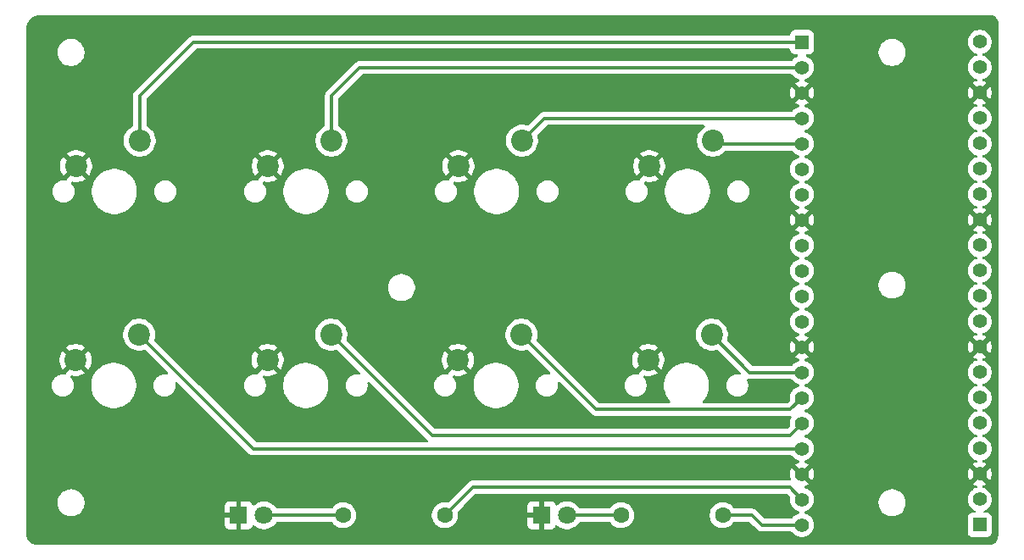
<source format=gtl>
G04 #@! TF.GenerationSoftware,KiCad,Pcbnew,9.0.4*
G04 #@! TF.CreationDate,2025-09-21T00:28:26-07:00*
G04 #@! TF.ProjectId,Macro_Pad,4d616372-6f5f-4506-9164-2e6b69636164,rev?*
G04 #@! TF.SameCoordinates,Original*
G04 #@! TF.FileFunction,Copper,L1,Top*
G04 #@! TF.FilePolarity,Positive*
%FSLAX46Y46*%
G04 Gerber Fmt 4.6, Leading zero omitted, Abs format (unit mm)*
G04 Created by KiCad (PCBNEW 9.0.4) date 2025-09-21 00:28:26*
%MOMM*%
%LPD*%
G01*
G04 APERTURE LIST*
G04 #@! TA.AperFunction,ComponentPad*
%ADD10R,1.390000X1.390000*%
G04 #@! TD*
G04 #@! TA.AperFunction,ComponentPad*
%ADD11C,1.390000*%
G04 #@! TD*
G04 #@! TA.AperFunction,ComponentPad*
%ADD12C,1.600000*%
G04 #@! TD*
G04 #@! TA.AperFunction,ComponentPad*
%ADD13C,2.200000*%
G04 #@! TD*
G04 #@! TA.AperFunction,ComponentPad*
%ADD14R,1.800000X1.800000*%
G04 #@! TD*
G04 #@! TA.AperFunction,ComponentPad*
%ADD15C,1.800000*%
G04 #@! TD*
G04 #@! TA.AperFunction,Conductor*
%ADD16C,0.300000*%
G04 #@! TD*
G04 APERTURE END LIST*
D10*
X185000000Y-89960000D03*
D11*
X185000000Y-92500000D03*
X185000000Y-95040000D03*
X185000000Y-97580000D03*
X185000000Y-100120000D03*
X185000000Y-102660000D03*
X185000000Y-105200000D03*
X185000000Y-107740000D03*
X185000000Y-110280000D03*
X185000000Y-112820000D03*
X185000000Y-115360000D03*
X185000000Y-117900000D03*
X185000000Y-120440000D03*
X185000000Y-122980000D03*
X185000000Y-125520000D03*
X185000000Y-128060000D03*
X185000000Y-130600000D03*
X185000000Y-133140000D03*
X185000000Y-135680000D03*
X185000000Y-138220000D03*
D12*
X177080000Y-137250000D03*
X166920000Y-137250000D03*
D10*
X202750000Y-138210000D03*
D11*
X202750000Y-135670000D03*
X202750000Y-133130000D03*
X202750000Y-130590000D03*
X202750000Y-128050000D03*
X202750000Y-125510000D03*
X202750000Y-122970000D03*
X202750000Y-120430000D03*
X202750000Y-117890000D03*
X202750000Y-115350000D03*
X202750000Y-112810000D03*
X202750000Y-110270000D03*
X202750000Y-107730000D03*
X202750000Y-105190000D03*
X202750000Y-102650000D03*
X202750000Y-100110000D03*
X202750000Y-97570000D03*
X202750000Y-95030000D03*
X202750000Y-92490000D03*
X202750000Y-89950000D03*
D13*
X156980000Y-119200000D03*
X150630000Y-121740000D03*
D12*
X149330000Y-137250000D03*
X139170000Y-137250000D03*
D13*
X118800000Y-119200000D03*
X112450000Y-121740000D03*
D14*
X128730000Y-137250000D03*
D15*
X131270000Y-137250000D03*
D13*
X176100000Y-99820000D03*
X169750000Y-102360000D03*
X118860000Y-99820000D03*
X112510000Y-102360000D03*
X138000000Y-99820000D03*
X131650000Y-102360000D03*
D14*
X158980000Y-137250000D03*
D15*
X161520000Y-137250000D03*
D13*
X137980000Y-119200000D03*
X131630000Y-121740000D03*
X157040000Y-99820000D03*
X150690000Y-102360000D03*
X176000000Y-119200000D03*
X169650000Y-121740000D03*
D16*
X130200000Y-130600000D02*
X185000000Y-130600000D01*
X118800000Y-119200000D02*
X130200000Y-130600000D01*
X183839000Y-126681000D02*
X185000000Y-125520000D01*
X164461000Y-126681000D02*
X183839000Y-126681000D01*
X156980000Y-119200000D02*
X164461000Y-126681000D01*
X179780000Y-122980000D02*
X185000000Y-122980000D01*
X176000000Y-119200000D02*
X179780000Y-122980000D01*
X148070000Y-129290000D02*
X137980000Y-119200000D01*
X183770000Y-129290000D02*
X148070000Y-129290000D01*
X185000000Y-128060000D02*
X183770000Y-129290000D01*
X184980000Y-100140000D02*
X185000000Y-100120000D01*
X176420000Y-100140000D02*
X184980000Y-100140000D01*
X176100000Y-99820000D02*
X176420000Y-100140000D01*
X185000000Y-97580000D02*
X159280000Y-97580000D01*
X159280000Y-97580000D02*
X157040000Y-99820000D01*
X140840000Y-92500000D02*
X138000000Y-95340000D01*
X138000000Y-95340000D02*
X138000000Y-99820000D01*
X185000000Y-92500000D02*
X140840000Y-92500000D01*
X118860000Y-95340000D02*
X118860000Y-99820000D01*
X124240000Y-89960000D02*
X118860000Y-95340000D01*
X185000000Y-89960000D02*
X124240000Y-89960000D01*
X139170000Y-137250000D02*
X131270000Y-137250000D01*
X166920000Y-137250000D02*
X161520000Y-137250000D01*
X149330000Y-137250000D02*
X152120000Y-134460000D01*
X152120000Y-134460000D02*
X183780000Y-134460000D01*
X183780000Y-134460000D02*
X185000000Y-135680000D01*
X180010000Y-137250000D02*
X180980000Y-138220000D01*
X180980000Y-138220000D02*
X185000000Y-138220000D01*
X177080000Y-137250000D02*
X180010000Y-137250000D01*
G04 #@! TA.AperFunction,Conductor*
G36*
X109049867Y-87247715D02*
G01*
X109100486Y-87250193D01*
X109105146Y-87249185D01*
X109110713Y-87248500D01*
X109113258Y-87248918D01*
X109125864Y-87247571D01*
X203722947Y-87250496D01*
X203722979Y-87250500D01*
X203734108Y-87250500D01*
X203793685Y-87250500D01*
X203806271Y-87251140D01*
X203953642Y-87266201D01*
X203978316Y-87271299D01*
X204113513Y-87313941D01*
X204136658Y-87323928D01*
X204208277Y-87363915D01*
X204260434Y-87393036D01*
X204281086Y-87407503D01*
X204388317Y-87500215D01*
X204405615Y-87518559D01*
X204491879Y-87631051D01*
X204505108Y-87652515D01*
X204566833Y-87780128D01*
X204575447Y-87803824D01*
X204610081Y-87941280D01*
X204613724Y-87966231D01*
X204619422Y-88098264D01*
X204619537Y-88103655D01*
X204619527Y-88131479D01*
X204619313Y-88138708D01*
X204616516Y-88186293D01*
X204616949Y-88188392D01*
X204619496Y-88213445D01*
X204600167Y-138952864D01*
X204600060Y-139234107D01*
X204600019Y-139234264D01*
X204600034Y-139293841D01*
X204600034Y-139294720D01*
X204600029Y-139294734D01*
X204599546Y-139305656D01*
X204586160Y-139456119D01*
X204582263Y-139477813D01*
X204543912Y-139618175D01*
X204536237Y-139638837D01*
X204473636Y-139770203D01*
X204462423Y-139789178D01*
X204377559Y-139907379D01*
X204363163Y-139924071D01*
X204258708Y-140025382D01*
X204241587Y-140039259D01*
X204120852Y-140120474D01*
X204101542Y-140131103D01*
X203968326Y-140189662D01*
X203947439Y-140196703D01*
X203805965Y-140230750D01*
X203784164Y-140233982D01*
X203634223Y-140242717D01*
X203626986Y-140242927D01*
X203622099Y-140242926D01*
X203618308Y-140242867D01*
X203570107Y-140241383D01*
X203561989Y-140241133D01*
X203561988Y-140241133D01*
X203561987Y-140241133D01*
X203553898Y-140241945D01*
X203553834Y-140241312D01*
X203540014Y-140242912D01*
X108798938Y-140226173D01*
X108798908Y-140226173D01*
X108789058Y-140226168D01*
X108787012Y-140225639D01*
X108725570Y-140226142D01*
X108724977Y-140226142D01*
X108724834Y-140226100D01*
X108716250Y-140225831D01*
X108538014Y-140213180D01*
X108518650Y-140210255D01*
X108349441Y-140170822D01*
X108330783Y-140164886D01*
X108247048Y-140130755D01*
X108169886Y-140099302D01*
X108152393Y-140090502D01*
X108003825Y-140000403D01*
X107987953Y-139988972D01*
X107855413Y-139876597D01*
X107841529Y-139862798D01*
X107770602Y-139780189D01*
X107728341Y-139730967D01*
X107716811Y-139715166D01*
X107625782Y-139567148D01*
X107616879Y-139549720D01*
X107550300Y-139389240D01*
X107544247Y-139370616D01*
X107534016Y-139327915D01*
X107503760Y-139201642D01*
X107500718Y-139182314D01*
X107486934Y-139003837D01*
X107486567Y-138994248D01*
X107486687Y-138933392D01*
X107486591Y-138933036D01*
X107486595Y-138924568D01*
X107486595Y-138924554D01*
X107486636Y-138846579D01*
X107488161Y-135893713D01*
X110649500Y-135893713D01*
X110649500Y-136106287D01*
X110659534Y-136169644D01*
X110682753Y-136316239D01*
X110682753Y-136316241D01*
X110682754Y-136316243D01*
X110729079Y-136458817D01*
X110748444Y-136518414D01*
X110844951Y-136707820D01*
X110969890Y-136879786D01*
X111120213Y-137030109D01*
X111292179Y-137155048D01*
X111292181Y-137155049D01*
X111292184Y-137155051D01*
X111481588Y-137251557D01*
X111683757Y-137317246D01*
X111893713Y-137350500D01*
X111893714Y-137350500D01*
X112106286Y-137350500D01*
X112106287Y-137350500D01*
X112316243Y-137317246D01*
X112518412Y-137251557D01*
X112707816Y-137155051D01*
X112766954Y-137112085D01*
X112879786Y-137030109D01*
X112879788Y-137030106D01*
X112879792Y-137030104D01*
X113030104Y-136879792D01*
X113030106Y-136879788D01*
X113030109Y-136879786D01*
X113155048Y-136707820D01*
X113155047Y-136707820D01*
X113155051Y-136707816D01*
X113251557Y-136518412D01*
X113317246Y-136316243D01*
X113319477Y-136302155D01*
X127330000Y-136302155D01*
X127330000Y-137000000D01*
X128354722Y-137000000D01*
X128310667Y-137076306D01*
X128280000Y-137190756D01*
X128280000Y-137309244D01*
X128310667Y-137423694D01*
X128354722Y-137500000D01*
X127330000Y-137500000D01*
X127330000Y-138197844D01*
X127336401Y-138257372D01*
X127336403Y-138257379D01*
X127386645Y-138392086D01*
X127386649Y-138392093D01*
X127472809Y-138507187D01*
X127472812Y-138507190D01*
X127587906Y-138593350D01*
X127587913Y-138593354D01*
X127722620Y-138643596D01*
X127722627Y-138643598D01*
X127782155Y-138649999D01*
X127782172Y-138650000D01*
X128480000Y-138650000D01*
X128480000Y-137625277D01*
X128556306Y-137669333D01*
X128670756Y-137700000D01*
X128789244Y-137700000D01*
X128903694Y-137669333D01*
X128980000Y-137625277D01*
X128980000Y-138650000D01*
X129677828Y-138650000D01*
X129677844Y-138649999D01*
X129737372Y-138643598D01*
X129737379Y-138643596D01*
X129872086Y-138593354D01*
X129872093Y-138593350D01*
X129987187Y-138507190D01*
X129987190Y-138507187D01*
X130073350Y-138392093D01*
X130073354Y-138392086D01*
X130103213Y-138312031D01*
X130145084Y-138256097D01*
X130210548Y-138231680D01*
X130278821Y-138246531D01*
X130307076Y-138267683D01*
X130357636Y-138318243D01*
X130357641Y-138318247D01*
X130513192Y-138431260D01*
X130535978Y-138447815D01*
X130638292Y-138499947D01*
X130732393Y-138547895D01*
X130732396Y-138547896D01*
X130837221Y-138581955D01*
X130942049Y-138616015D01*
X131159778Y-138650500D01*
X131159779Y-138650500D01*
X131380221Y-138650500D01*
X131380222Y-138650500D01*
X131597951Y-138616015D01*
X131807606Y-138547895D01*
X132004022Y-138447815D01*
X132182365Y-138318242D01*
X132338242Y-138162365D01*
X132467815Y-137984022D01*
X132475874Y-137968204D01*
X132523848Y-137917409D01*
X132586359Y-137900500D01*
X137971929Y-137900500D01*
X138038968Y-137920185D01*
X138072245Y-137951613D01*
X138178030Y-138097213D01*
X138178034Y-138097219D01*
X138322786Y-138241971D01*
X138477749Y-138354556D01*
X138488390Y-138362287D01*
X138604607Y-138421503D01*
X138670776Y-138455218D01*
X138670778Y-138455218D01*
X138670781Y-138455220D01*
X138775137Y-138489127D01*
X138865465Y-138518477D01*
X138966557Y-138534488D01*
X139067648Y-138550500D01*
X139067649Y-138550500D01*
X139272351Y-138550500D01*
X139272352Y-138550500D01*
X139474534Y-138518477D01*
X139669219Y-138455220D01*
X139851610Y-138362287D01*
X139944590Y-138294732D01*
X140017213Y-138241971D01*
X140017215Y-138241968D01*
X140017219Y-138241966D01*
X140161966Y-138097219D01*
X140161968Y-138097215D01*
X140161971Y-138097213D01*
X140214732Y-138024590D01*
X140282287Y-137931610D01*
X140375220Y-137749219D01*
X140438477Y-137554534D01*
X140470500Y-137352352D01*
X140470500Y-137147648D01*
X140438477Y-136945465D01*
X140401632Y-136832069D01*
X140375220Y-136750781D01*
X140375218Y-136750778D01*
X140375218Y-136750776D01*
X140310876Y-136624499D01*
X140282287Y-136568390D01*
X140267753Y-136548385D01*
X140161971Y-136402786D01*
X140017213Y-136258028D01*
X139851613Y-136137715D01*
X139851612Y-136137714D01*
X139851610Y-136137713D01*
X139789931Y-136106286D01*
X139669223Y-136044781D01*
X139474534Y-135981522D01*
X139288799Y-135952105D01*
X139272352Y-135949500D01*
X139067648Y-135949500D01*
X139051201Y-135952105D01*
X138865465Y-135981522D01*
X138670776Y-136044781D01*
X138488386Y-136137715D01*
X138322786Y-136258028D01*
X138178034Y-136402780D01*
X138137322Y-136458817D01*
X138072246Y-136548386D01*
X138016918Y-136591051D01*
X137971929Y-136599500D01*
X132586359Y-136599500D01*
X132519320Y-136579815D01*
X132475874Y-136531795D01*
X132467812Y-136515973D01*
X132338247Y-136337641D01*
X132338243Y-136337636D01*
X132182363Y-136181756D01*
X132182358Y-136181752D01*
X132004025Y-136052187D01*
X132004024Y-136052186D01*
X132004022Y-136052185D01*
X131941096Y-136020122D01*
X131807606Y-135952104D01*
X131807603Y-135952103D01*
X131597952Y-135883985D01*
X131489086Y-135866742D01*
X131380222Y-135849500D01*
X131159778Y-135849500D01*
X131087201Y-135860995D01*
X130942047Y-135883985D01*
X130732396Y-135952103D01*
X130732393Y-135952104D01*
X130535974Y-136052187D01*
X130357641Y-136181752D01*
X130357636Y-136181756D01*
X130307075Y-136232317D01*
X130245752Y-136265801D01*
X130176060Y-136260816D01*
X130120127Y-136218945D01*
X130103213Y-136187968D01*
X130073354Y-136107913D01*
X130073350Y-136107906D01*
X129987190Y-135992812D01*
X129987187Y-135992809D01*
X129872093Y-135906649D01*
X129872086Y-135906645D01*
X129737379Y-135856403D01*
X129737372Y-135856401D01*
X129677844Y-135850000D01*
X128980000Y-135850000D01*
X128980000Y-136874722D01*
X128903694Y-136830667D01*
X128789244Y-136800000D01*
X128670756Y-136800000D01*
X128556306Y-136830667D01*
X128480000Y-136874722D01*
X128480000Y-135850000D01*
X127782155Y-135850000D01*
X127722627Y-135856401D01*
X127722620Y-135856403D01*
X127587913Y-135906645D01*
X127587906Y-135906649D01*
X127472812Y-135992809D01*
X127472809Y-135992812D01*
X127386649Y-136107906D01*
X127386645Y-136107913D01*
X127336403Y-136242620D01*
X127336401Y-136242627D01*
X127330000Y-136302155D01*
X113319477Y-136302155D01*
X113350500Y-136106287D01*
X113350500Y-135893713D01*
X113317246Y-135683757D01*
X113251557Y-135481588D01*
X113155051Y-135292184D01*
X113155049Y-135292181D01*
X113155048Y-135292179D01*
X113030109Y-135120213D01*
X112879786Y-134969890D01*
X112707820Y-134844951D01*
X112518414Y-134748444D01*
X112518413Y-134748443D01*
X112518412Y-134748443D01*
X112316243Y-134682754D01*
X112316241Y-134682753D01*
X112316240Y-134682753D01*
X112154957Y-134657208D01*
X112106287Y-134649500D01*
X111893713Y-134649500D01*
X111845042Y-134657208D01*
X111683760Y-134682753D01*
X111481585Y-134748444D01*
X111292179Y-134844951D01*
X111120213Y-134969890D01*
X110969890Y-135120213D01*
X110844951Y-135292179D01*
X110748444Y-135481585D01*
X110682753Y-135683760D01*
X110655410Y-135856401D01*
X110649500Y-135893713D01*
X107488161Y-135893713D01*
X107494203Y-124193389D01*
X110079500Y-124193389D01*
X110079500Y-124366611D01*
X110106598Y-124537701D01*
X110160127Y-124702445D01*
X110238768Y-124856788D01*
X110340586Y-124996928D01*
X110463072Y-125119414D01*
X110603212Y-125221232D01*
X110757555Y-125299873D01*
X110922299Y-125353402D01*
X111093389Y-125380500D01*
X111093390Y-125380500D01*
X111266610Y-125380500D01*
X111266611Y-125380500D01*
X111437701Y-125353402D01*
X111602445Y-125299873D01*
X111756788Y-125221232D01*
X111896928Y-125119414D01*
X112019414Y-124996928D01*
X112121232Y-124856788D01*
X112199873Y-124702445D01*
X112253402Y-124537701D01*
X112280500Y-124366611D01*
X112280500Y-124193389D01*
X112270854Y-124132486D01*
X114009500Y-124132486D01*
X114009500Y-124427513D01*
X114033279Y-124608123D01*
X114048007Y-124719993D01*
X114122212Y-124996930D01*
X114124361Y-125004951D01*
X114124364Y-125004961D01*
X114237254Y-125277500D01*
X114237258Y-125277510D01*
X114384761Y-125532993D01*
X114564352Y-125767040D01*
X114564358Y-125767047D01*
X114772952Y-125975641D01*
X114772959Y-125975647D01*
X115007006Y-126155238D01*
X115262489Y-126302741D01*
X115262490Y-126302741D01*
X115262493Y-126302743D01*
X115535048Y-126415639D01*
X115820007Y-126491993D01*
X116112494Y-126530500D01*
X116112501Y-126530500D01*
X116407499Y-126530500D01*
X116407506Y-126530500D01*
X116699993Y-126491993D01*
X116984952Y-126415639D01*
X117257507Y-126302743D01*
X117512994Y-126155238D01*
X117747042Y-125975646D01*
X117955646Y-125767042D01*
X118135238Y-125532994D01*
X118282743Y-125277507D01*
X118395639Y-125004952D01*
X118471993Y-124719993D01*
X118510500Y-124427506D01*
X118510500Y-124132494D01*
X118471993Y-123840007D01*
X118395639Y-123555048D01*
X118282743Y-123282493D01*
X118232604Y-123195650D01*
X118135238Y-123027006D01*
X117955647Y-122792959D01*
X117955641Y-122792952D01*
X117747047Y-122584358D01*
X117747040Y-122584352D01*
X117512993Y-122404761D01*
X117257510Y-122257258D01*
X117257500Y-122257254D01*
X116984961Y-122144364D01*
X116984954Y-122144362D01*
X116984952Y-122144361D01*
X116699993Y-122068007D01*
X116651113Y-122061571D01*
X116407513Y-122029500D01*
X116407506Y-122029500D01*
X116112494Y-122029500D01*
X116112486Y-122029500D01*
X115834085Y-122066153D01*
X115820007Y-122068007D01*
X115645861Y-122114669D01*
X115535048Y-122144361D01*
X115535038Y-122144364D01*
X115262499Y-122257254D01*
X115262489Y-122257258D01*
X115007006Y-122404761D01*
X114772959Y-122584352D01*
X114772952Y-122584358D01*
X114564358Y-122792952D01*
X114564352Y-122792959D01*
X114384761Y-123027006D01*
X114237258Y-123282489D01*
X114237254Y-123282499D01*
X114124364Y-123555038D01*
X114124361Y-123555048D01*
X114069762Y-123758818D01*
X114048008Y-123840004D01*
X114048006Y-123840015D01*
X114009500Y-124132486D01*
X112270854Y-124132486D01*
X112253402Y-124022299D01*
X112199873Y-123857555D01*
X112121232Y-123703212D01*
X112019414Y-123563072D01*
X111966882Y-123510540D01*
X111933397Y-123449217D01*
X111938381Y-123379525D01*
X111980253Y-123323592D01*
X112045717Y-123299175D01*
X112073961Y-123300386D01*
X112324072Y-123340000D01*
X112575928Y-123340000D01*
X112824669Y-123300602D01*
X113064184Y-123222780D01*
X113288575Y-123108446D01*
X113288581Y-123108442D01*
X113390697Y-123034250D01*
X113390698Y-123034250D01*
X112774025Y-122417578D01*
X112805258Y-122404641D01*
X112928097Y-122322563D01*
X113032563Y-122218097D01*
X113114641Y-122095258D01*
X113127577Y-122064025D01*
X113744250Y-122680698D01*
X113744250Y-122680697D01*
X113818442Y-122578581D01*
X113818446Y-122578575D01*
X113932780Y-122354184D01*
X114010602Y-122114669D01*
X114050000Y-121865928D01*
X114050000Y-121614071D01*
X114010602Y-121365330D01*
X113932780Y-121125815D01*
X113818442Y-120901416D01*
X113744250Y-120799301D01*
X113744250Y-120799300D01*
X113127577Y-121415973D01*
X113114641Y-121384742D01*
X113032563Y-121261903D01*
X112928097Y-121157437D01*
X112805258Y-121075359D01*
X112774024Y-121062421D01*
X113390698Y-120445748D01*
X113288583Y-120371557D01*
X113064184Y-120257219D01*
X112824669Y-120179397D01*
X112575928Y-120140000D01*
X112324072Y-120140000D01*
X112075330Y-120179397D01*
X111835815Y-120257219D01*
X111611413Y-120371559D01*
X111509301Y-120445747D01*
X111509300Y-120445748D01*
X112125974Y-121062421D01*
X112094742Y-121075359D01*
X111971903Y-121157437D01*
X111867437Y-121261903D01*
X111785359Y-121384742D01*
X111772421Y-121415974D01*
X111155748Y-120799300D01*
X111155747Y-120799301D01*
X111081559Y-120901413D01*
X110967219Y-121125815D01*
X110889397Y-121365330D01*
X110850000Y-121614071D01*
X110850000Y-121865928D01*
X110889397Y-122114669D01*
X110967219Y-122354184D01*
X111081557Y-122578583D01*
X111155748Y-122680697D01*
X111155748Y-122680698D01*
X111772421Y-122064024D01*
X111785359Y-122095258D01*
X111867437Y-122218097D01*
X111971903Y-122322563D01*
X112094742Y-122404641D01*
X112125974Y-122417577D01*
X111509300Y-123034250D01*
X111511598Y-123063449D01*
X111497233Y-123131827D01*
X111448181Y-123181583D01*
X111380016Y-123196921D01*
X111368583Y-123195650D01*
X111266611Y-123179500D01*
X111093389Y-123179500D01*
X111053728Y-123185781D01*
X110922302Y-123206597D01*
X110922299Y-123206598D01*
X110788883Y-123249948D01*
X110757552Y-123260128D01*
X110603211Y-123338768D01*
X110547115Y-123379525D01*
X110463072Y-123440586D01*
X110463070Y-123440588D01*
X110463069Y-123440588D01*
X110340588Y-123563069D01*
X110340588Y-123563070D01*
X110340586Y-123563072D01*
X110308976Y-123606579D01*
X110238768Y-123703211D01*
X110160128Y-123857552D01*
X110106597Y-124022302D01*
X110084550Y-124161506D01*
X110079500Y-124193389D01*
X107494203Y-124193389D01*
X107496847Y-119074038D01*
X117199500Y-119074038D01*
X117199500Y-119325962D01*
X117216880Y-119435696D01*
X117238910Y-119574785D01*
X117316760Y-119814383D01*
X117431132Y-120038848D01*
X117579201Y-120242649D01*
X117579205Y-120242654D01*
X117757345Y-120420794D01*
X117757350Y-120420798D01*
X117935117Y-120549952D01*
X117961155Y-120568870D01*
X118082527Y-120630712D01*
X118185616Y-120683239D01*
X118185618Y-120683239D01*
X118185621Y-120683241D01*
X118425215Y-120761090D01*
X118674038Y-120800500D01*
X118674039Y-120800500D01*
X118925961Y-120800500D01*
X118925962Y-120800500D01*
X119174785Y-120761090D01*
X119303556Y-120719248D01*
X119373394Y-120717254D01*
X119429553Y-120749499D01*
X121671175Y-122991121D01*
X121704660Y-123052444D01*
X121699676Y-123122136D01*
X121657804Y-123178069D01*
X121592340Y-123202486D01*
X121564097Y-123201275D01*
X121426611Y-123179500D01*
X121253389Y-123179500D01*
X121213728Y-123185781D01*
X121082302Y-123206597D01*
X121082299Y-123206598D01*
X120948883Y-123249948D01*
X120917552Y-123260128D01*
X120763211Y-123338768D01*
X120707115Y-123379525D01*
X120623072Y-123440586D01*
X120623070Y-123440588D01*
X120623069Y-123440588D01*
X120500588Y-123563069D01*
X120500588Y-123563070D01*
X120500586Y-123563072D01*
X120468976Y-123606579D01*
X120398768Y-123703211D01*
X120320128Y-123857552D01*
X120266597Y-124022302D01*
X120244550Y-124161506D01*
X120239500Y-124193389D01*
X120239500Y-124366611D01*
X120266598Y-124537701D01*
X120320127Y-124702445D01*
X120398768Y-124856788D01*
X120500586Y-124996928D01*
X120623072Y-125119414D01*
X120763212Y-125221232D01*
X120917555Y-125299873D01*
X121082299Y-125353402D01*
X121253389Y-125380500D01*
X121253390Y-125380500D01*
X121426610Y-125380500D01*
X121426611Y-125380500D01*
X121597701Y-125353402D01*
X121762445Y-125299873D01*
X121916788Y-125221232D01*
X122056928Y-125119414D01*
X122179414Y-124996928D01*
X122281232Y-124856788D01*
X122359873Y-124702445D01*
X122413402Y-124537701D01*
X122440500Y-124366611D01*
X122440500Y-124193389D01*
X122418724Y-124055901D01*
X122427679Y-123986610D01*
X122472675Y-123933158D01*
X122539426Y-123912518D01*
X122606740Y-123931243D01*
X122628878Y-123948824D01*
X129785325Y-131105272D01*
X129785331Y-131105277D01*
X129891874Y-131176466D01*
X129961221Y-131205189D01*
X130010256Y-131225501D01*
X130010259Y-131225501D01*
X130010260Y-131225502D01*
X130135928Y-131250500D01*
X130135931Y-131250500D01*
X130264069Y-131250500D01*
X183931715Y-131250500D01*
X183998754Y-131270185D01*
X184032031Y-131301612D01*
X184088123Y-131378816D01*
X184221184Y-131511877D01*
X184373421Y-131622484D01*
X184455656Y-131664384D01*
X184541086Y-131707914D01*
X184541092Y-131707916D01*
X184677790Y-131752331D01*
X184735466Y-131791768D01*
X184762665Y-131856126D01*
X184750751Y-131924973D01*
X184703507Y-131976449D01*
X184677792Y-131988193D01*
X184541280Y-132032549D01*
X184373681Y-132117945D01*
X184349249Y-132135696D01*
X184349248Y-132135696D01*
X184854260Y-132640707D01*
X184799288Y-132655437D01*
X184680713Y-132723896D01*
X184583896Y-132820713D01*
X184515437Y-132939288D01*
X184500707Y-132994260D01*
X183995696Y-132489248D01*
X183995696Y-132489249D01*
X183977945Y-132513681D01*
X183892548Y-132681281D01*
X183834425Y-132860165D01*
X183834425Y-132860168D01*
X183805000Y-133045951D01*
X183805000Y-133234048D01*
X183834425Y-133419831D01*
X183834425Y-133419834D01*
X183892549Y-133598720D01*
X183892549Y-133598721D01*
X183908082Y-133629206D01*
X183920978Y-133697875D01*
X183894701Y-133762615D01*
X183837595Y-133802872D01*
X183797597Y-133809500D01*
X152055929Y-133809500D01*
X151930261Y-133834497D01*
X151930255Y-133834499D01*
X151811874Y-133883534D01*
X151705326Y-133954726D01*
X149717190Y-135942862D01*
X149655867Y-135976347D01*
X149610111Y-135977654D01*
X149448799Y-135952105D01*
X149432352Y-135949500D01*
X149227648Y-135949500D01*
X149211201Y-135952105D01*
X149025465Y-135981522D01*
X148830776Y-136044781D01*
X148648386Y-136137715D01*
X148482786Y-136258028D01*
X148338028Y-136402786D01*
X148217715Y-136568386D01*
X148124781Y-136750776D01*
X148061522Y-136945465D01*
X148029500Y-137147648D01*
X148029500Y-137352351D01*
X148061522Y-137554534D01*
X148124781Y-137749223D01*
X148188691Y-137874653D01*
X148210477Y-137917409D01*
X148217715Y-137931613D01*
X148338028Y-138097213D01*
X148482786Y-138241971D01*
X148637749Y-138354556D01*
X148648390Y-138362287D01*
X148764607Y-138421503D01*
X148830776Y-138455218D01*
X148830778Y-138455218D01*
X148830781Y-138455220D01*
X148935137Y-138489127D01*
X149025465Y-138518477D01*
X149126557Y-138534488D01*
X149227648Y-138550500D01*
X149227649Y-138550500D01*
X149432351Y-138550500D01*
X149432352Y-138550500D01*
X149634534Y-138518477D01*
X149829219Y-138455220D01*
X150011610Y-138362287D01*
X150104590Y-138294732D01*
X150177213Y-138241971D01*
X150177215Y-138241968D01*
X150177219Y-138241966D01*
X150321966Y-138097219D01*
X150321968Y-138097215D01*
X150321971Y-138097213D01*
X150374732Y-138024590D01*
X150442287Y-137931610D01*
X150535220Y-137749219D01*
X150598477Y-137554534D01*
X150604202Y-137518386D01*
X150618322Y-137429240D01*
X150630500Y-137352351D01*
X150630500Y-137147648D01*
X150602345Y-136969886D01*
X150611300Y-136900593D01*
X150637134Y-136862810D01*
X151197790Y-136302155D01*
X157580000Y-136302155D01*
X157580000Y-137000000D01*
X158604722Y-137000000D01*
X158560667Y-137076306D01*
X158530000Y-137190756D01*
X158530000Y-137309244D01*
X158560667Y-137423694D01*
X158604722Y-137500000D01*
X157580000Y-137500000D01*
X157580000Y-138197844D01*
X157586401Y-138257372D01*
X157586403Y-138257379D01*
X157636645Y-138392086D01*
X157636649Y-138392093D01*
X157722809Y-138507187D01*
X157722812Y-138507190D01*
X157837906Y-138593350D01*
X157837913Y-138593354D01*
X157972620Y-138643596D01*
X157972627Y-138643598D01*
X158032155Y-138649999D01*
X158032172Y-138650000D01*
X158730000Y-138650000D01*
X158730000Y-137625277D01*
X158806306Y-137669333D01*
X158920756Y-137700000D01*
X159039244Y-137700000D01*
X159153694Y-137669333D01*
X159230000Y-137625277D01*
X159230000Y-138650000D01*
X159927828Y-138650000D01*
X159927844Y-138649999D01*
X159987372Y-138643598D01*
X159987379Y-138643596D01*
X160122086Y-138593354D01*
X160122093Y-138593350D01*
X160237187Y-138507190D01*
X160237190Y-138507187D01*
X160323350Y-138392093D01*
X160323354Y-138392086D01*
X160353213Y-138312031D01*
X160395084Y-138256097D01*
X160460548Y-138231680D01*
X160528821Y-138246531D01*
X160557076Y-138267683D01*
X160607636Y-138318243D01*
X160607641Y-138318247D01*
X160763192Y-138431260D01*
X160785978Y-138447815D01*
X160888292Y-138499947D01*
X160982393Y-138547895D01*
X160982396Y-138547896D01*
X161087221Y-138581955D01*
X161192049Y-138616015D01*
X161409778Y-138650500D01*
X161409779Y-138650500D01*
X161630221Y-138650500D01*
X161630222Y-138650500D01*
X161847951Y-138616015D01*
X162057606Y-138547895D01*
X162254022Y-138447815D01*
X162432365Y-138318242D01*
X162588242Y-138162365D01*
X162717815Y-137984022D01*
X162725874Y-137968204D01*
X162773848Y-137917409D01*
X162836359Y-137900500D01*
X165721929Y-137900500D01*
X165788968Y-137920185D01*
X165822245Y-137951613D01*
X165928030Y-138097213D01*
X165928034Y-138097219D01*
X166072786Y-138241971D01*
X166227749Y-138354556D01*
X166238390Y-138362287D01*
X166354607Y-138421503D01*
X166420776Y-138455218D01*
X166420778Y-138455218D01*
X166420781Y-138455220D01*
X166525137Y-138489127D01*
X166615465Y-138518477D01*
X166716557Y-138534488D01*
X166817648Y-138550500D01*
X166817649Y-138550500D01*
X167022351Y-138550500D01*
X167022352Y-138550500D01*
X167224534Y-138518477D01*
X167419219Y-138455220D01*
X167601610Y-138362287D01*
X167694590Y-138294732D01*
X167767213Y-138241971D01*
X167767215Y-138241968D01*
X167767219Y-138241966D01*
X167911966Y-138097219D01*
X167911968Y-138097215D01*
X167911971Y-138097213D01*
X167964732Y-138024590D01*
X168032287Y-137931610D01*
X168125220Y-137749219D01*
X168188477Y-137554534D01*
X168220500Y-137352352D01*
X168220500Y-137147648D01*
X168188477Y-136945465D01*
X168151632Y-136832069D01*
X168125220Y-136750781D01*
X168125218Y-136750778D01*
X168125218Y-136750776D01*
X168060876Y-136624499D01*
X168032287Y-136568390D01*
X168017753Y-136548385D01*
X167911971Y-136402786D01*
X167767213Y-136258028D01*
X167601613Y-136137715D01*
X167601612Y-136137714D01*
X167601610Y-136137713D01*
X167539931Y-136106286D01*
X167419223Y-136044781D01*
X167224534Y-135981522D01*
X167038799Y-135952105D01*
X167022352Y-135949500D01*
X166817648Y-135949500D01*
X166801201Y-135952105D01*
X166615465Y-135981522D01*
X166420776Y-136044781D01*
X166238386Y-136137715D01*
X166072786Y-136258028D01*
X165928034Y-136402780D01*
X165887322Y-136458817D01*
X165822246Y-136548386D01*
X165766918Y-136591051D01*
X165721929Y-136599500D01*
X162836359Y-136599500D01*
X162769320Y-136579815D01*
X162725874Y-136531795D01*
X162717812Y-136515973D01*
X162588247Y-136337641D01*
X162588243Y-136337636D01*
X162432363Y-136181756D01*
X162432358Y-136181752D01*
X162254025Y-136052187D01*
X162254024Y-136052186D01*
X162254022Y-136052185D01*
X162191096Y-136020122D01*
X162057606Y-135952104D01*
X162057603Y-135952103D01*
X161847952Y-135883985D01*
X161739086Y-135866742D01*
X161630222Y-135849500D01*
X161409778Y-135849500D01*
X161337201Y-135860995D01*
X161192047Y-135883985D01*
X160982396Y-135952103D01*
X160982393Y-135952104D01*
X160785974Y-136052187D01*
X160607641Y-136181752D01*
X160607636Y-136181756D01*
X160557075Y-136232317D01*
X160495752Y-136265801D01*
X160426060Y-136260816D01*
X160370127Y-136218945D01*
X160353213Y-136187968D01*
X160323354Y-136107913D01*
X160323350Y-136107906D01*
X160237190Y-135992812D01*
X160237187Y-135992809D01*
X160122093Y-135906649D01*
X160122086Y-135906645D01*
X159987379Y-135856403D01*
X159987372Y-135856401D01*
X159927844Y-135850000D01*
X159230000Y-135850000D01*
X159230000Y-136874722D01*
X159153694Y-136830667D01*
X159039244Y-136800000D01*
X158920756Y-136800000D01*
X158806306Y-136830667D01*
X158730000Y-136874722D01*
X158730000Y-135850000D01*
X158032155Y-135850000D01*
X157972627Y-135856401D01*
X157972620Y-135856403D01*
X157837913Y-135906645D01*
X157837906Y-135906649D01*
X157722812Y-135992809D01*
X157722809Y-135992812D01*
X157636649Y-136107906D01*
X157636645Y-136107913D01*
X157586403Y-136242620D01*
X157586401Y-136242627D01*
X157580000Y-136302155D01*
X151197790Y-136302155D01*
X152353127Y-135146819D01*
X152414450Y-135113334D01*
X152440808Y-135110500D01*
X183459192Y-135110500D01*
X183526231Y-135130185D01*
X183546873Y-135146819D01*
X183784635Y-135384581D01*
X183818120Y-135445904D01*
X183819427Y-135491659D01*
X183804500Y-135585906D01*
X183804500Y-135774093D01*
X183833937Y-135959948D01*
X183892084Y-136138910D01*
X183892085Y-136138913D01*
X183972421Y-136296579D01*
X183977516Y-136306579D01*
X184088123Y-136458816D01*
X184221184Y-136591877D01*
X184373421Y-136702484D01*
X184455656Y-136744384D01*
X184541086Y-136787914D01*
X184541089Y-136787915D01*
X184676982Y-136832069D01*
X184734657Y-136871506D01*
X184761856Y-136935865D01*
X184749942Y-137004711D01*
X184702698Y-137056187D01*
X184676982Y-137067931D01*
X184541089Y-137112084D01*
X184541086Y-137112085D01*
X184373420Y-137197516D01*
X184299043Y-137251555D01*
X184221184Y-137308123D01*
X184221182Y-137308125D01*
X184221181Y-137308125D01*
X184088125Y-137441181D01*
X184088123Y-137441184D01*
X184032031Y-137518386D01*
X183976703Y-137561051D01*
X183931715Y-137569500D01*
X181300807Y-137569500D01*
X181233768Y-137549815D01*
X181213126Y-137533181D01*
X180424674Y-136744727D01*
X180424673Y-136744726D01*
X180376284Y-136712394D01*
X180318127Y-136673535D01*
X180199744Y-136624499D01*
X180199738Y-136624497D01*
X180074071Y-136599500D01*
X180074069Y-136599500D01*
X178278071Y-136599500D01*
X178211032Y-136579815D01*
X178177754Y-136548386D01*
X178071966Y-136402781D01*
X177927219Y-136258034D01*
X177927213Y-136258028D01*
X177761613Y-136137715D01*
X177761612Y-136137714D01*
X177761610Y-136137713D01*
X177699931Y-136106286D01*
X177579223Y-136044781D01*
X177384534Y-135981522D01*
X177198799Y-135952105D01*
X177182352Y-135949500D01*
X176977648Y-135949500D01*
X176961201Y-135952105D01*
X176775465Y-135981522D01*
X176580776Y-136044781D01*
X176398386Y-136137715D01*
X176232786Y-136258028D01*
X176088028Y-136402786D01*
X175967715Y-136568386D01*
X175874781Y-136750776D01*
X175811522Y-136945465D01*
X175779500Y-137147648D01*
X175779500Y-137352351D01*
X175811522Y-137554534D01*
X175874781Y-137749223D01*
X175938691Y-137874653D01*
X175960477Y-137917409D01*
X175967715Y-137931613D01*
X176088028Y-138097213D01*
X176232786Y-138241971D01*
X176387749Y-138354556D01*
X176398390Y-138362287D01*
X176514607Y-138421503D01*
X176580776Y-138455218D01*
X176580778Y-138455218D01*
X176580781Y-138455220D01*
X176685137Y-138489127D01*
X176775465Y-138518477D01*
X176876557Y-138534488D01*
X176977648Y-138550500D01*
X176977649Y-138550500D01*
X177182351Y-138550500D01*
X177182352Y-138550500D01*
X177384534Y-138518477D01*
X177579219Y-138455220D01*
X177761610Y-138362287D01*
X177854590Y-138294732D01*
X177927213Y-138241971D01*
X177927215Y-138241968D01*
X177927219Y-138241966D01*
X178071966Y-138097219D01*
X178177753Y-137951613D01*
X178233082Y-137908949D01*
X178278071Y-137900500D01*
X179689192Y-137900500D01*
X179756231Y-137920185D01*
X179776873Y-137936819D01*
X180152086Y-138312031D01*
X180474724Y-138634669D01*
X180565331Y-138725276D01*
X180565332Y-138725277D01*
X180671866Y-138796461D01*
X180671872Y-138796464D01*
X180671873Y-138796465D01*
X180790256Y-138845501D01*
X180790260Y-138845501D01*
X180790261Y-138845502D01*
X180915928Y-138870500D01*
X180915931Y-138870500D01*
X183931715Y-138870500D01*
X183998754Y-138890185D01*
X184032031Y-138921612D01*
X184088123Y-138998816D01*
X184221184Y-139131877D01*
X184373421Y-139242484D01*
X184412795Y-139262546D01*
X184541086Y-139327914D01*
X184541089Y-139327915D01*
X184605356Y-139348796D01*
X184720053Y-139386063D01*
X184802309Y-139399091D01*
X184905907Y-139415500D01*
X184905912Y-139415500D01*
X185094093Y-139415500D01*
X185184193Y-139401228D01*
X185279947Y-139386063D01*
X185458913Y-139327914D01*
X185626579Y-139242484D01*
X185778816Y-139131877D01*
X185911877Y-138998816D01*
X186022484Y-138846579D01*
X186107914Y-138678913D01*
X186166063Y-138499947D01*
X186183145Y-138392093D01*
X186195500Y-138314093D01*
X186195500Y-138125906D01*
X186178374Y-138017785D01*
X186166063Y-137940053D01*
X186136988Y-137850570D01*
X186107915Y-137761089D01*
X186107914Y-137761086D01*
X186022483Y-137593420D01*
X186005104Y-137569500D01*
X185911877Y-137441184D01*
X185778816Y-137308123D01*
X185626579Y-137197516D01*
X185613312Y-137190756D01*
X185458913Y-137112085D01*
X185458910Y-137112084D01*
X185323017Y-137067931D01*
X185265342Y-137028494D01*
X185238143Y-136964135D01*
X185250057Y-136895289D01*
X185297301Y-136843813D01*
X185323017Y-136832069D01*
X185458910Y-136787915D01*
X185458913Y-136787914D01*
X185626579Y-136702484D01*
X185778816Y-136591877D01*
X185911877Y-136458816D01*
X186022484Y-136306579D01*
X186107914Y-136138913D01*
X186136093Y-136052187D01*
X186166063Y-135959948D01*
X186176554Y-135893713D01*
X192649500Y-135893713D01*
X192649500Y-136106287D01*
X192659534Y-136169644D01*
X192682753Y-136316239D01*
X192682753Y-136316241D01*
X192682754Y-136316243D01*
X192729079Y-136458817D01*
X192748444Y-136518414D01*
X192844951Y-136707820D01*
X192969890Y-136879786D01*
X193120213Y-137030109D01*
X193292179Y-137155048D01*
X193292181Y-137155049D01*
X193292184Y-137155051D01*
X193481588Y-137251557D01*
X193683757Y-137317246D01*
X193893713Y-137350500D01*
X193893714Y-137350500D01*
X194106286Y-137350500D01*
X194106287Y-137350500D01*
X194316243Y-137317246D01*
X194518412Y-137251557D01*
X194707816Y-137155051D01*
X194766954Y-137112085D01*
X194879786Y-137030109D01*
X194879788Y-137030106D01*
X194879792Y-137030104D01*
X195030104Y-136879792D01*
X195030106Y-136879788D01*
X195030109Y-136879786D01*
X195155048Y-136707820D01*
X195155047Y-136707820D01*
X195155051Y-136707816D01*
X195251557Y-136518412D01*
X195317246Y-136316243D01*
X195350500Y-136106287D01*
X195350500Y-135893713D01*
X195317246Y-135683757D01*
X195251557Y-135481588D01*
X195155051Y-135292184D01*
X195155049Y-135292181D01*
X195155048Y-135292179D01*
X195030109Y-135120213D01*
X194879786Y-134969890D01*
X194707820Y-134844951D01*
X194518414Y-134748444D01*
X194518413Y-134748443D01*
X194518412Y-134748443D01*
X194316243Y-134682754D01*
X194316241Y-134682753D01*
X194316240Y-134682753D01*
X194154957Y-134657208D01*
X194106287Y-134649500D01*
X193893713Y-134649500D01*
X193845042Y-134657208D01*
X193683760Y-134682753D01*
X193481585Y-134748444D01*
X193292179Y-134844951D01*
X193120213Y-134969890D01*
X192969890Y-135120213D01*
X192844951Y-135292179D01*
X192748444Y-135481585D01*
X192682753Y-135683760D01*
X192655410Y-135856401D01*
X192649500Y-135893713D01*
X186176554Y-135893713D01*
X186180398Y-135869443D01*
X186195500Y-135774093D01*
X186195500Y-135585906D01*
X186170688Y-135429257D01*
X186166063Y-135400053D01*
X186107914Y-135221087D01*
X186107914Y-135221086D01*
X186022483Y-135053420D01*
X185911877Y-134901184D01*
X185778816Y-134768123D01*
X185626579Y-134657516D01*
X185606953Y-134647516D01*
X185458913Y-134572085D01*
X185458910Y-134572084D01*
X185322208Y-134527668D01*
X185264533Y-134488231D01*
X185237334Y-134423872D01*
X185249248Y-134355026D01*
X185296492Y-134303550D01*
X185322208Y-134291806D01*
X185458718Y-134247451D01*
X185626316Y-134162055D01*
X185650749Y-134144303D01*
X185650749Y-134144302D01*
X185145739Y-133639292D01*
X185200712Y-133624563D01*
X185319287Y-133556104D01*
X185416104Y-133459287D01*
X185484563Y-133340712D01*
X185499292Y-133285739D01*
X186004302Y-133790749D01*
X186004303Y-133790749D01*
X186022055Y-133766316D01*
X186107451Y-133598718D01*
X186165574Y-133419834D01*
X186165574Y-133419831D01*
X186195000Y-133234048D01*
X186195000Y-133045950D01*
X186194999Y-133045949D01*
X186165574Y-132860168D01*
X186165574Y-132860165D01*
X186107451Y-132681281D01*
X186022053Y-132513680D01*
X186004303Y-132489249D01*
X186004302Y-132489248D01*
X185499292Y-132994259D01*
X185484563Y-132939288D01*
X185416104Y-132820713D01*
X185319287Y-132723896D01*
X185200712Y-132655437D01*
X185145739Y-132640707D01*
X185650749Y-132135696D01*
X185626312Y-132117942D01*
X185458719Y-132032549D01*
X185322207Y-131988193D01*
X185264532Y-131948755D01*
X185237334Y-131884396D01*
X185249249Y-131815550D01*
X185296493Y-131764074D01*
X185322206Y-131752332D01*
X185458913Y-131707914D01*
X185626579Y-131622484D01*
X185778816Y-131511877D01*
X185911877Y-131378816D01*
X186022484Y-131226579D01*
X186107914Y-131058913D01*
X186166063Y-130879947D01*
X186181228Y-130784193D01*
X186195500Y-130694093D01*
X186195500Y-130505906D01*
X186178374Y-130397785D01*
X186166063Y-130320053D01*
X186107914Y-130141087D01*
X186107914Y-130141086D01*
X186022483Y-129973420D01*
X185911877Y-129821184D01*
X185778816Y-129688123D01*
X185626579Y-129577516D01*
X185567434Y-129547380D01*
X185458913Y-129492085D01*
X185458910Y-129492084D01*
X185323017Y-129447931D01*
X185265342Y-129408494D01*
X185238143Y-129344135D01*
X185250057Y-129275289D01*
X185297301Y-129223813D01*
X185323017Y-129212069D01*
X185458910Y-129167915D01*
X185458913Y-129167914D01*
X185478539Y-129157914D01*
X185626579Y-129082484D01*
X185778816Y-128971877D01*
X185911877Y-128838816D01*
X186022484Y-128686579D01*
X186107914Y-128518913D01*
X186166063Y-128339947D01*
X186181228Y-128244193D01*
X186195500Y-128154093D01*
X186195500Y-127965906D01*
X186178374Y-127857785D01*
X186166063Y-127780053D01*
X186107914Y-127601087D01*
X186107914Y-127601086D01*
X186064384Y-127515656D01*
X186022484Y-127433421D01*
X185911877Y-127281184D01*
X185778816Y-127148123D01*
X185626579Y-127037516D01*
X185567434Y-127007380D01*
X185458913Y-126952085D01*
X185458910Y-126952084D01*
X185323017Y-126907931D01*
X185265342Y-126868494D01*
X185238143Y-126804135D01*
X185250057Y-126735289D01*
X185297301Y-126683813D01*
X185323017Y-126672069D01*
X185458910Y-126627915D01*
X185458913Y-126627914D01*
X185478539Y-126617914D01*
X185626579Y-126542484D01*
X185778816Y-126431877D01*
X185911877Y-126298816D01*
X186022484Y-126146579D01*
X186107914Y-125978913D01*
X186166063Y-125799947D01*
X186181228Y-125704193D01*
X186195500Y-125614093D01*
X186195500Y-125425906D01*
X186178374Y-125317785D01*
X186166063Y-125240053D01*
X186136988Y-125150570D01*
X186107915Y-125061089D01*
X186107914Y-125061086D01*
X186022483Y-124893420D01*
X185911877Y-124741184D01*
X185778816Y-124608123D01*
X185626579Y-124497516D01*
X185606953Y-124487516D01*
X185458913Y-124412085D01*
X185458910Y-124412084D01*
X185323017Y-124367931D01*
X185265342Y-124328494D01*
X185238143Y-124264135D01*
X185250057Y-124195289D01*
X185297301Y-124143813D01*
X185323017Y-124132069D01*
X185458910Y-124087915D01*
X185458913Y-124087914D01*
X185478539Y-124077914D01*
X185626579Y-124002484D01*
X185778816Y-123891877D01*
X185911877Y-123758816D01*
X186022484Y-123606579D01*
X186107914Y-123438913D01*
X186166063Y-123259947D01*
X186187890Y-123122136D01*
X186195500Y-123074093D01*
X186195500Y-122885905D01*
X186195499Y-122885904D01*
X186166063Y-122700051D01*
X186107915Y-122521089D01*
X186107914Y-122521086D01*
X186064384Y-122435656D01*
X186022484Y-122353421D01*
X185911877Y-122201184D01*
X185778816Y-122068123D01*
X185626579Y-121957516D01*
X185606953Y-121947516D01*
X185458913Y-121872085D01*
X185458910Y-121872084D01*
X185322208Y-121827668D01*
X185264533Y-121788231D01*
X185237334Y-121723872D01*
X185249248Y-121655026D01*
X185296492Y-121603550D01*
X185322208Y-121591806D01*
X185458718Y-121547451D01*
X185626316Y-121462055D01*
X185650749Y-121444303D01*
X185650749Y-121444302D01*
X185145740Y-120939292D01*
X185200712Y-120924563D01*
X185319287Y-120856104D01*
X185416104Y-120759287D01*
X185484563Y-120640712D01*
X185499292Y-120585739D01*
X186004302Y-121090749D01*
X186004303Y-121090749D01*
X186022055Y-121066316D01*
X186107451Y-120898718D01*
X186165574Y-120719834D01*
X186165574Y-120719831D01*
X186195000Y-120534048D01*
X186195000Y-120345950D01*
X186194999Y-120345949D01*
X186165574Y-120160168D01*
X186165574Y-120160165D01*
X186107451Y-119981281D01*
X186022053Y-119813680D01*
X186004303Y-119789249D01*
X186004302Y-119789248D01*
X185499292Y-120294259D01*
X185484563Y-120239288D01*
X185416104Y-120120713D01*
X185319287Y-120023896D01*
X185200712Y-119955437D01*
X185145739Y-119940707D01*
X185650749Y-119435696D01*
X185626312Y-119417942D01*
X185458719Y-119332549D01*
X185322207Y-119288193D01*
X185264532Y-119248755D01*
X185237334Y-119184396D01*
X185249249Y-119115550D01*
X185296493Y-119064074D01*
X185322206Y-119052332D01*
X185458913Y-119007914D01*
X185626579Y-118922484D01*
X185778816Y-118811877D01*
X185911877Y-118678816D01*
X186022484Y-118526579D01*
X186107914Y-118358913D01*
X186166063Y-118179947D01*
X186181228Y-118084193D01*
X186195500Y-117994093D01*
X186195500Y-117805906D01*
X186178374Y-117697785D01*
X186166063Y-117620053D01*
X186107914Y-117441087D01*
X186107914Y-117441086D01*
X186022483Y-117273420D01*
X185911877Y-117121184D01*
X185778816Y-116988123D01*
X185626579Y-116877516D01*
X185606953Y-116867516D01*
X185458913Y-116792085D01*
X185458910Y-116792084D01*
X185323017Y-116747931D01*
X185265342Y-116708494D01*
X185238143Y-116644135D01*
X185250057Y-116575289D01*
X185297301Y-116523813D01*
X185323017Y-116512069D01*
X185458910Y-116467915D01*
X185458913Y-116467914D01*
X185478539Y-116457914D01*
X185626579Y-116382484D01*
X185778816Y-116271877D01*
X185911877Y-116138816D01*
X186022484Y-115986579D01*
X186107914Y-115818913D01*
X186166063Y-115639947D01*
X186187982Y-115501555D01*
X186195500Y-115454093D01*
X186195500Y-115265906D01*
X186173940Y-115129786D01*
X186166063Y-115080053D01*
X186136988Y-114990570D01*
X186107915Y-114901089D01*
X186107914Y-114901086D01*
X186022483Y-114733420D01*
X185911877Y-114581184D01*
X185778816Y-114448123D01*
X185626579Y-114337516D01*
X185606953Y-114327516D01*
X185462411Y-114253868D01*
X185462409Y-114253867D01*
X185458913Y-114252086D01*
X185322804Y-114207862D01*
X185322525Y-114207770D01*
X185294012Y-114188098D01*
X185265342Y-114168494D01*
X185265236Y-114168245D01*
X185265015Y-114168092D01*
X185254831Y-114143713D01*
X192649500Y-114143713D01*
X192649500Y-114356287D01*
X192682754Y-114566243D01*
X192737073Y-114733420D01*
X192748444Y-114768414D01*
X192844951Y-114957820D01*
X192969890Y-115129786D01*
X193120213Y-115280109D01*
X193292179Y-115405048D01*
X193292181Y-115405049D01*
X193292184Y-115405051D01*
X193481588Y-115501557D01*
X193683757Y-115567246D01*
X193893713Y-115600500D01*
X193893714Y-115600500D01*
X194106286Y-115600500D01*
X194106287Y-115600500D01*
X194316243Y-115567246D01*
X194518412Y-115501557D01*
X194707816Y-115405051D01*
X194742591Y-115379786D01*
X194879786Y-115280109D01*
X194879788Y-115280106D01*
X194879792Y-115280104D01*
X195030104Y-115129792D01*
X195030106Y-115129788D01*
X195030109Y-115129786D01*
X195155048Y-114957820D01*
X195155047Y-114957820D01*
X195155051Y-114957816D01*
X195251557Y-114768412D01*
X195317246Y-114566243D01*
X195350500Y-114356287D01*
X195350500Y-114143713D01*
X195317246Y-113933757D01*
X195251557Y-113731588D01*
X195155051Y-113542184D01*
X195155049Y-113542181D01*
X195155048Y-113542179D01*
X195030109Y-113370213D01*
X194879786Y-113219890D01*
X194707820Y-113094951D01*
X194518414Y-112998444D01*
X194518413Y-112998443D01*
X194518412Y-112998443D01*
X194316243Y-112932754D01*
X194316241Y-112932753D01*
X194316240Y-112932753D01*
X194154957Y-112907208D01*
X194106287Y-112899500D01*
X193893713Y-112899500D01*
X193845042Y-112907208D01*
X193683760Y-112932753D01*
X193481585Y-112998444D01*
X193292179Y-113094951D01*
X193120213Y-113219890D01*
X192969890Y-113370213D01*
X192844951Y-113542179D01*
X192748444Y-113731585D01*
X192682753Y-113933760D01*
X192650926Y-114134711D01*
X192649500Y-114143713D01*
X185254831Y-114143713D01*
X185251639Y-114136071D01*
X185238143Y-114104135D01*
X185238188Y-114103869D01*
X185238085Y-114103621D01*
X185244129Y-114069542D01*
X185250057Y-114035289D01*
X185250240Y-114035089D01*
X185250287Y-114034825D01*
X185273770Y-114009450D01*
X185297301Y-113983813D01*
X185297643Y-113983656D01*
X185297746Y-113983546D01*
X185298067Y-113983462D01*
X185323017Y-113972069D01*
X185458910Y-113927915D01*
X185458913Y-113927914D01*
X185478539Y-113917914D01*
X185626579Y-113842484D01*
X185778816Y-113731877D01*
X185911877Y-113598816D01*
X186022484Y-113446579D01*
X186107914Y-113278913D01*
X186166063Y-113099947D01*
X186192544Y-112932753D01*
X186195500Y-112914093D01*
X186195500Y-112725906D01*
X186178374Y-112617785D01*
X186166063Y-112540053D01*
X186107914Y-112361087D01*
X186107914Y-112361086D01*
X186022483Y-112193420D01*
X185911877Y-112041184D01*
X185778816Y-111908123D01*
X185626579Y-111797516D01*
X185606953Y-111787516D01*
X185458913Y-111712085D01*
X185458910Y-111712084D01*
X185323017Y-111667931D01*
X185265342Y-111628494D01*
X185238143Y-111564135D01*
X185250057Y-111495289D01*
X185297301Y-111443813D01*
X185323017Y-111432069D01*
X185458910Y-111387915D01*
X185458913Y-111387914D01*
X185478539Y-111377914D01*
X185626579Y-111302484D01*
X185778816Y-111191877D01*
X185911877Y-111058816D01*
X186022484Y-110906579D01*
X186107914Y-110738913D01*
X186166063Y-110559947D01*
X186181228Y-110464193D01*
X186195500Y-110374093D01*
X186195500Y-110185905D01*
X186195499Y-110185904D01*
X186166063Y-110000051D01*
X186107915Y-109821089D01*
X186107914Y-109821086D01*
X186022483Y-109653420D01*
X185911877Y-109501184D01*
X185778816Y-109368123D01*
X185626579Y-109257516D01*
X185606953Y-109247516D01*
X185458913Y-109172085D01*
X185458910Y-109172084D01*
X185322208Y-109127668D01*
X185264533Y-109088231D01*
X185237334Y-109023872D01*
X185249248Y-108955026D01*
X185296492Y-108903550D01*
X185322208Y-108891806D01*
X185458718Y-108847451D01*
X185626316Y-108762055D01*
X185650749Y-108744303D01*
X185650749Y-108744302D01*
X185145740Y-108239292D01*
X185200712Y-108224563D01*
X185319287Y-108156104D01*
X185416104Y-108059287D01*
X185484563Y-107940712D01*
X185499292Y-107885739D01*
X186004302Y-108390749D01*
X186004303Y-108390749D01*
X186022055Y-108366316D01*
X186107451Y-108198718D01*
X186165574Y-108019834D01*
X186165574Y-108019831D01*
X186195000Y-107834048D01*
X186195000Y-107645950D01*
X186194999Y-107645949D01*
X186165574Y-107460168D01*
X186165574Y-107460165D01*
X186107451Y-107281281D01*
X186022053Y-107113680D01*
X186004303Y-107089249D01*
X186004302Y-107089248D01*
X185499292Y-107594259D01*
X185484563Y-107539288D01*
X185416104Y-107420713D01*
X185319287Y-107323896D01*
X185200712Y-107255437D01*
X185145739Y-107240707D01*
X185650749Y-106735696D01*
X185626312Y-106717942D01*
X185458719Y-106632549D01*
X185322207Y-106588193D01*
X185264532Y-106548755D01*
X185237334Y-106484396D01*
X185249249Y-106415550D01*
X185296493Y-106364074D01*
X185322206Y-106352332D01*
X185458913Y-106307914D01*
X185626579Y-106222484D01*
X185778816Y-106111877D01*
X185911877Y-105978816D01*
X186022484Y-105826579D01*
X186107914Y-105658913D01*
X186166063Y-105479947D01*
X186188229Y-105339995D01*
X186195500Y-105294093D01*
X186195500Y-105105906D01*
X186176605Y-104986611D01*
X186166063Y-104920053D01*
X186116603Y-104767829D01*
X186107915Y-104741089D01*
X186107914Y-104741086D01*
X186022483Y-104573420D01*
X185911877Y-104421184D01*
X185778816Y-104288123D01*
X185626579Y-104177516D01*
X185606953Y-104167516D01*
X185458913Y-104092085D01*
X185458910Y-104092084D01*
X185323017Y-104047931D01*
X185265342Y-104008494D01*
X185238143Y-103944135D01*
X185250057Y-103875289D01*
X185297301Y-103823813D01*
X185323017Y-103812069D01*
X185458910Y-103767915D01*
X185458913Y-103767914D01*
X185478539Y-103757914D01*
X185626579Y-103682484D01*
X185778816Y-103571877D01*
X185911877Y-103438816D01*
X186022484Y-103286579D01*
X186107914Y-103118913D01*
X186166063Y-102939947D01*
X186182194Y-102838097D01*
X186195500Y-102754093D01*
X186195500Y-102565906D01*
X186178374Y-102457785D01*
X186166063Y-102380053D01*
X186107914Y-102201087D01*
X186107914Y-102201086D01*
X186022483Y-102033420D01*
X185911877Y-101881184D01*
X185778816Y-101748123D01*
X185626579Y-101637516D01*
X185572576Y-101610000D01*
X185458913Y-101552085D01*
X185458910Y-101552084D01*
X185323017Y-101507931D01*
X185265342Y-101468494D01*
X185238143Y-101404135D01*
X185250057Y-101335289D01*
X185297301Y-101283813D01*
X185323017Y-101272069D01*
X185458910Y-101227915D01*
X185458913Y-101227914D01*
X185478539Y-101217914D01*
X185626579Y-101142484D01*
X185778816Y-101031877D01*
X185911877Y-100898816D01*
X186022484Y-100746579D01*
X186107914Y-100578913D01*
X186166063Y-100399947D01*
X186181228Y-100304193D01*
X186195500Y-100214093D01*
X186195500Y-100025906D01*
X186178374Y-99917785D01*
X186166063Y-99840053D01*
X186136988Y-99750570D01*
X186107915Y-99661089D01*
X186107914Y-99661086D01*
X186022483Y-99493420D01*
X186019635Y-99489500D01*
X185911877Y-99341184D01*
X185778816Y-99208123D01*
X185626579Y-99097516D01*
X185606953Y-99087516D01*
X185458913Y-99012085D01*
X185458910Y-99012084D01*
X185323017Y-98967931D01*
X185265342Y-98928494D01*
X185238143Y-98864135D01*
X185250057Y-98795289D01*
X185297301Y-98743813D01*
X185323017Y-98732069D01*
X185458910Y-98687915D01*
X185458913Y-98687914D01*
X185478539Y-98677914D01*
X185626579Y-98602484D01*
X185778816Y-98491877D01*
X185911877Y-98358816D01*
X186022484Y-98206579D01*
X186107914Y-98038913D01*
X186166063Y-97859947D01*
X186181228Y-97764193D01*
X186195500Y-97674093D01*
X186195500Y-97485905D01*
X186195499Y-97485904D01*
X186166063Y-97300051D01*
X186107915Y-97121089D01*
X186107914Y-97121086D01*
X186022483Y-96953420D01*
X185911877Y-96801184D01*
X185778816Y-96668123D01*
X185626579Y-96557516D01*
X185606953Y-96547516D01*
X185458913Y-96472085D01*
X185458910Y-96472084D01*
X185322208Y-96427668D01*
X185264533Y-96388231D01*
X185237334Y-96323872D01*
X185249248Y-96255026D01*
X185296492Y-96203550D01*
X185322208Y-96191806D01*
X185458718Y-96147451D01*
X185626316Y-96062055D01*
X185650749Y-96044303D01*
X185650749Y-96044302D01*
X185145740Y-95539292D01*
X185200712Y-95524563D01*
X185319287Y-95456104D01*
X185416104Y-95359287D01*
X185484563Y-95240712D01*
X185499292Y-95185739D01*
X186004302Y-95690749D01*
X186004303Y-95690749D01*
X186022055Y-95666316D01*
X186107451Y-95498718D01*
X186165574Y-95319834D01*
X186165574Y-95319831D01*
X186195000Y-95134048D01*
X186195000Y-94945950D01*
X186194999Y-94945949D01*
X186165574Y-94760168D01*
X186165574Y-94760165D01*
X186107451Y-94581281D01*
X186022053Y-94413680D01*
X186004303Y-94389249D01*
X186004302Y-94389248D01*
X185499292Y-94894259D01*
X185484563Y-94839288D01*
X185416104Y-94720713D01*
X185319287Y-94623896D01*
X185200712Y-94555437D01*
X185145739Y-94540707D01*
X185650749Y-94035696D01*
X185626312Y-94017942D01*
X185458719Y-93932549D01*
X185322207Y-93888193D01*
X185264532Y-93848755D01*
X185237334Y-93784396D01*
X185249249Y-93715550D01*
X185296493Y-93664074D01*
X185322206Y-93652332D01*
X185458913Y-93607914D01*
X185626579Y-93522484D01*
X185778816Y-93411877D01*
X185911877Y-93278816D01*
X186022484Y-93126579D01*
X186107914Y-92958913D01*
X186166063Y-92779947D01*
X186181228Y-92684193D01*
X186195500Y-92594093D01*
X186195500Y-92405906D01*
X186178374Y-92297785D01*
X186166063Y-92220053D01*
X186107914Y-92041087D01*
X186107914Y-92041086D01*
X186022483Y-91873420D01*
X185911877Y-91721184D01*
X185778816Y-91588123D01*
X185626579Y-91477516D01*
X185458913Y-91392086D01*
X185458914Y-91392086D01*
X185454788Y-91389984D01*
X185403992Y-91342009D01*
X185387197Y-91274188D01*
X185409734Y-91208053D01*
X185464450Y-91164602D01*
X185511082Y-91155499D01*
X185742872Y-91155499D01*
X185802483Y-91149091D01*
X185937331Y-91098796D01*
X186052546Y-91012546D01*
X186138796Y-90897331D01*
X186140145Y-90893713D01*
X192649500Y-90893713D01*
X192649500Y-91106287D01*
X192657295Y-91155500D01*
X192679942Y-91298494D01*
X192682754Y-91316243D01*
X192704147Y-91382085D01*
X192748444Y-91518414D01*
X192844951Y-91707820D01*
X192969890Y-91879786D01*
X193120213Y-92030109D01*
X193292179Y-92155048D01*
X193292181Y-92155049D01*
X193292184Y-92155051D01*
X193481588Y-92251557D01*
X193683757Y-92317246D01*
X193893713Y-92350500D01*
X193893714Y-92350500D01*
X194106286Y-92350500D01*
X194106287Y-92350500D01*
X194316243Y-92317246D01*
X194518412Y-92251557D01*
X194707816Y-92155051D01*
X194729789Y-92139086D01*
X194879786Y-92030109D01*
X194879788Y-92030106D01*
X194879792Y-92030104D01*
X195030104Y-91879792D01*
X195030106Y-91879788D01*
X195030109Y-91879786D01*
X195155048Y-91707820D01*
X195155047Y-91707820D01*
X195155051Y-91707816D01*
X195251557Y-91518412D01*
X195317246Y-91316243D01*
X195350500Y-91106287D01*
X195350500Y-90893713D01*
X195317246Y-90683757D01*
X195251557Y-90481588D01*
X195155051Y-90292184D01*
X195155049Y-90292181D01*
X195155048Y-90292179D01*
X195030109Y-90120213D01*
X194879790Y-89969894D01*
X194879785Y-89969890D01*
X194854278Y-89951358D01*
X194722898Y-89855906D01*
X201554500Y-89855906D01*
X201554500Y-90044093D01*
X201583937Y-90229948D01*
X201642084Y-90408910D01*
X201642085Y-90408913D01*
X201727516Y-90576579D01*
X201838123Y-90728816D01*
X201971184Y-90861877D01*
X202123421Y-90972484D01*
X202202043Y-91012544D01*
X202291086Y-91057914D01*
X202291089Y-91057915D01*
X202426982Y-91102069D01*
X202484657Y-91141506D01*
X202511856Y-91205865D01*
X202499942Y-91274711D01*
X202452698Y-91326187D01*
X202426982Y-91337931D01*
X202291089Y-91382084D01*
X202291086Y-91382085D01*
X202123420Y-91467516D01*
X202053369Y-91518412D01*
X201971184Y-91578123D01*
X201971182Y-91578125D01*
X201971181Y-91578125D01*
X201838125Y-91711181D01*
X201838125Y-91711182D01*
X201838123Y-91711184D01*
X201830860Y-91721181D01*
X201727516Y-91863420D01*
X201642085Y-92031086D01*
X201642084Y-92031089D01*
X201583937Y-92210051D01*
X201554500Y-92395906D01*
X201554500Y-92584093D01*
X201583937Y-92769948D01*
X201642084Y-92948910D01*
X201642085Y-92948913D01*
X201727516Y-93116579D01*
X201838123Y-93268816D01*
X201971184Y-93401877D01*
X202123421Y-93512484D01*
X202205656Y-93554384D01*
X202291086Y-93597914D01*
X202291092Y-93597916D01*
X202427790Y-93642331D01*
X202485466Y-93681768D01*
X202512665Y-93746126D01*
X202500751Y-93814973D01*
X202453507Y-93866449D01*
X202427792Y-93878193D01*
X202291280Y-93922549D01*
X202123681Y-94007945D01*
X202099249Y-94025696D01*
X202099248Y-94025696D01*
X202604260Y-94530707D01*
X202549288Y-94545437D01*
X202430713Y-94613896D01*
X202333896Y-94710713D01*
X202265437Y-94829288D01*
X202250707Y-94884260D01*
X201745696Y-94379248D01*
X201745696Y-94379249D01*
X201727945Y-94403681D01*
X201642548Y-94571281D01*
X201584425Y-94750165D01*
X201584425Y-94750168D01*
X201555000Y-94935951D01*
X201555000Y-95124048D01*
X201584425Y-95309831D01*
X201584425Y-95309834D01*
X201642548Y-95488718D01*
X201727942Y-95656312D01*
X201745696Y-95680749D01*
X202250707Y-95175738D01*
X202265437Y-95230712D01*
X202333896Y-95349287D01*
X202430713Y-95446104D01*
X202549288Y-95514563D01*
X202604259Y-95529292D01*
X202099248Y-96034302D01*
X202099249Y-96034303D01*
X202123680Y-96052053D01*
X202291281Y-96137451D01*
X202427791Y-96181806D01*
X202485467Y-96221243D01*
X202512665Y-96285602D01*
X202500750Y-96354448D01*
X202453506Y-96405924D01*
X202427791Y-96417668D01*
X202291089Y-96462084D01*
X202291086Y-96462085D01*
X202123420Y-96547516D01*
X202036563Y-96610621D01*
X201971184Y-96658123D01*
X201971182Y-96658125D01*
X201971181Y-96658125D01*
X201838125Y-96791181D01*
X201838125Y-96791182D01*
X201838123Y-96791184D01*
X201830860Y-96801181D01*
X201727516Y-96943420D01*
X201642085Y-97111086D01*
X201642084Y-97111089D01*
X201583937Y-97290051D01*
X201554500Y-97475906D01*
X201554500Y-97664093D01*
X201583937Y-97849948D01*
X201642084Y-98028910D01*
X201642085Y-98028913D01*
X201727516Y-98196579D01*
X201838123Y-98348816D01*
X201971184Y-98481877D01*
X202123421Y-98592484D01*
X202205656Y-98634384D01*
X202291086Y-98677914D01*
X202291089Y-98677915D01*
X202426982Y-98722069D01*
X202484657Y-98761506D01*
X202511856Y-98825865D01*
X202499942Y-98894711D01*
X202452698Y-98946187D01*
X202426982Y-98957931D01*
X202291089Y-99002084D01*
X202291086Y-99002085D01*
X202123420Y-99087516D01*
X202036563Y-99150621D01*
X201971184Y-99198123D01*
X201971182Y-99198125D01*
X201971181Y-99198125D01*
X201838125Y-99331181D01*
X201838125Y-99331182D01*
X201838123Y-99331184D01*
X201830860Y-99341181D01*
X201727516Y-99483420D01*
X201642085Y-99651086D01*
X201642084Y-99651089D01*
X201583937Y-99830051D01*
X201554500Y-100015906D01*
X201554500Y-100204093D01*
X201583937Y-100389948D01*
X201642084Y-100568910D01*
X201642085Y-100568913D01*
X201687910Y-100658848D01*
X201727516Y-100736579D01*
X201838123Y-100888816D01*
X201971184Y-101021877D01*
X202123421Y-101132484D01*
X202205656Y-101174384D01*
X202291086Y-101217914D01*
X202291089Y-101217915D01*
X202426982Y-101262069D01*
X202484657Y-101301506D01*
X202511856Y-101365865D01*
X202499942Y-101434711D01*
X202452698Y-101486187D01*
X202426982Y-101497931D01*
X202291089Y-101542084D01*
X202291086Y-101542085D01*
X202123420Y-101627516D01*
X202036563Y-101690621D01*
X201971184Y-101738123D01*
X201971182Y-101738125D01*
X201971181Y-101738125D01*
X201838125Y-101871181D01*
X201838125Y-101871182D01*
X201838123Y-101871184D01*
X201790621Y-101936563D01*
X201727516Y-102023420D01*
X201642085Y-102191086D01*
X201642084Y-102191089D01*
X201583937Y-102370051D01*
X201554500Y-102555906D01*
X201554500Y-102744093D01*
X201583937Y-102929948D01*
X201642084Y-103108910D01*
X201642085Y-103108913D01*
X201727516Y-103276579D01*
X201838123Y-103428816D01*
X201971184Y-103561877D01*
X202123421Y-103672484D01*
X202205656Y-103714384D01*
X202291086Y-103757914D01*
X202291089Y-103757915D01*
X202426982Y-103802069D01*
X202484657Y-103841506D01*
X202511856Y-103905865D01*
X202499942Y-103974711D01*
X202452698Y-104026187D01*
X202426982Y-104037931D01*
X202291089Y-104082084D01*
X202291086Y-104082085D01*
X202123420Y-104167516D01*
X202036563Y-104230621D01*
X201971184Y-104278123D01*
X201971182Y-104278125D01*
X201971181Y-104278125D01*
X201838125Y-104411181D01*
X201838125Y-104411182D01*
X201838123Y-104411184D01*
X201830860Y-104421181D01*
X201727516Y-104563420D01*
X201642085Y-104731086D01*
X201642084Y-104731089D01*
X201583937Y-104910051D01*
X201554500Y-105095906D01*
X201554500Y-105284093D01*
X201583937Y-105469948D01*
X201642084Y-105648910D01*
X201642085Y-105648913D01*
X201727516Y-105816579D01*
X201838123Y-105968816D01*
X201971184Y-106101877D01*
X202123421Y-106212484D01*
X202205656Y-106254384D01*
X202291086Y-106297914D01*
X202291092Y-106297916D01*
X202427790Y-106342331D01*
X202485466Y-106381768D01*
X202512665Y-106446126D01*
X202500751Y-106514973D01*
X202453507Y-106566449D01*
X202427792Y-106578193D01*
X202291280Y-106622549D01*
X202123681Y-106707945D01*
X202099249Y-106725696D01*
X202099248Y-106725696D01*
X202604260Y-107230707D01*
X202549288Y-107245437D01*
X202430713Y-107313896D01*
X202333896Y-107410713D01*
X202265437Y-107529288D01*
X202250707Y-107584260D01*
X201745696Y-107079248D01*
X201745696Y-107079249D01*
X201727945Y-107103681D01*
X201642548Y-107271281D01*
X201584425Y-107450165D01*
X201584425Y-107450168D01*
X201555000Y-107635951D01*
X201555000Y-107824048D01*
X201584425Y-108009831D01*
X201584425Y-108009834D01*
X201642548Y-108188718D01*
X201727942Y-108356312D01*
X201745696Y-108380749D01*
X202250707Y-107875738D01*
X202265437Y-107930712D01*
X202333896Y-108049287D01*
X202430713Y-108146104D01*
X202549288Y-108214563D01*
X202604259Y-108229292D01*
X202099248Y-108734302D01*
X202099249Y-108734303D01*
X202123680Y-108752053D01*
X202291281Y-108837451D01*
X202427791Y-108881806D01*
X202485467Y-108921243D01*
X202512665Y-108985602D01*
X202500750Y-109054448D01*
X202453506Y-109105924D01*
X202427791Y-109117668D01*
X202291089Y-109162084D01*
X202291086Y-109162085D01*
X202123420Y-109247516D01*
X202036563Y-109310621D01*
X201971184Y-109358123D01*
X201971182Y-109358125D01*
X201971181Y-109358125D01*
X201838125Y-109491181D01*
X201838125Y-109491182D01*
X201838123Y-109491184D01*
X201830860Y-109501181D01*
X201727516Y-109643420D01*
X201642085Y-109811086D01*
X201642084Y-109811089D01*
X201583937Y-109990051D01*
X201554500Y-110175906D01*
X201554500Y-110364093D01*
X201583937Y-110549948D01*
X201642084Y-110728910D01*
X201642085Y-110728913D01*
X201727516Y-110896579D01*
X201838123Y-111048816D01*
X201971184Y-111181877D01*
X202123421Y-111292484D01*
X202205656Y-111334384D01*
X202291086Y-111377914D01*
X202291089Y-111377915D01*
X202426982Y-111422069D01*
X202484657Y-111461506D01*
X202511856Y-111525865D01*
X202499942Y-111594711D01*
X202452698Y-111646187D01*
X202426982Y-111657931D01*
X202291089Y-111702084D01*
X202291086Y-111702085D01*
X202123420Y-111787516D01*
X202036563Y-111850621D01*
X201971184Y-111898123D01*
X201971182Y-111898125D01*
X201971181Y-111898125D01*
X201838125Y-112031181D01*
X201838125Y-112031182D01*
X201838123Y-112031184D01*
X201830860Y-112041181D01*
X201727516Y-112183420D01*
X201642085Y-112351086D01*
X201642084Y-112351089D01*
X201583937Y-112530051D01*
X201554500Y-112715906D01*
X201554500Y-112904093D01*
X201583937Y-113089948D01*
X201642084Y-113268910D01*
X201642085Y-113268913D01*
X201727516Y-113436579D01*
X201838123Y-113588816D01*
X201971184Y-113721877D01*
X202123421Y-113832484D01*
X202205656Y-113874384D01*
X202291086Y-113917914D01*
X202291089Y-113917915D01*
X202426982Y-113962069D01*
X202484657Y-114001506D01*
X202511856Y-114065865D01*
X202499942Y-114134711D01*
X202452698Y-114186187D01*
X202426982Y-114197931D01*
X202291089Y-114242084D01*
X202291086Y-114242085D01*
X202123420Y-114327516D01*
X202083821Y-114356287D01*
X201971184Y-114438123D01*
X201971182Y-114438125D01*
X201971181Y-114438125D01*
X201838125Y-114571181D01*
X201838125Y-114571182D01*
X201838123Y-114571184D01*
X201830860Y-114581181D01*
X201727516Y-114723420D01*
X201642085Y-114891086D01*
X201642084Y-114891089D01*
X201583937Y-115070051D01*
X201554500Y-115255906D01*
X201554500Y-115444093D01*
X201583937Y-115629948D01*
X201642084Y-115808910D01*
X201642085Y-115808913D01*
X201727516Y-115976579D01*
X201838123Y-116128816D01*
X201971184Y-116261877D01*
X202123421Y-116372484D01*
X202205656Y-116414384D01*
X202291086Y-116457914D01*
X202291089Y-116457915D01*
X202426982Y-116502069D01*
X202484657Y-116541506D01*
X202511856Y-116605865D01*
X202499942Y-116674711D01*
X202452698Y-116726187D01*
X202426982Y-116737931D01*
X202291089Y-116782084D01*
X202291086Y-116782085D01*
X202123420Y-116867516D01*
X202036563Y-116930621D01*
X201971184Y-116978123D01*
X201971182Y-116978125D01*
X201971181Y-116978125D01*
X201838125Y-117111181D01*
X201838125Y-117111182D01*
X201838123Y-117111184D01*
X201830860Y-117121181D01*
X201727516Y-117263420D01*
X201642085Y-117431086D01*
X201642084Y-117431089D01*
X201583937Y-117610051D01*
X201554500Y-117795906D01*
X201554500Y-117984093D01*
X201583937Y-118169948D01*
X201642084Y-118348910D01*
X201642085Y-118348913D01*
X201727516Y-118516579D01*
X201838123Y-118668816D01*
X201971184Y-118801877D01*
X202123421Y-118912484D01*
X202205656Y-118954384D01*
X202291086Y-118997914D01*
X202291092Y-118997916D01*
X202427790Y-119042331D01*
X202485466Y-119081768D01*
X202512665Y-119146126D01*
X202500751Y-119214973D01*
X202453507Y-119266449D01*
X202427792Y-119278193D01*
X202291280Y-119322549D01*
X202123681Y-119407945D01*
X202099249Y-119425696D01*
X202099248Y-119425696D01*
X202604260Y-119930707D01*
X202549288Y-119945437D01*
X202430713Y-120013896D01*
X202333896Y-120110713D01*
X202265437Y-120229288D01*
X202250707Y-120284260D01*
X201745696Y-119779248D01*
X201745696Y-119779249D01*
X201727945Y-119803681D01*
X201642548Y-119971281D01*
X201584425Y-120150165D01*
X201584425Y-120150168D01*
X201555000Y-120335951D01*
X201555000Y-120524048D01*
X201584425Y-120709831D01*
X201584425Y-120709834D01*
X201642548Y-120888718D01*
X201727942Y-121056312D01*
X201745696Y-121080749D01*
X202250707Y-120575738D01*
X202265437Y-120630712D01*
X202333896Y-120749287D01*
X202430713Y-120846104D01*
X202549288Y-120914563D01*
X202604259Y-120929292D01*
X202099248Y-121434302D01*
X202099249Y-121434303D01*
X202123680Y-121452053D01*
X202291281Y-121537451D01*
X202427791Y-121581806D01*
X202485467Y-121621243D01*
X202512665Y-121685602D01*
X202500750Y-121754448D01*
X202453506Y-121805924D01*
X202427791Y-121817668D01*
X202291089Y-121862084D01*
X202291086Y-121862085D01*
X202123420Y-121947516D01*
X202107935Y-121958767D01*
X201971184Y-122058123D01*
X201971182Y-122058125D01*
X201971181Y-122058125D01*
X201838125Y-122191181D01*
X201838125Y-122191182D01*
X201838123Y-122191184D01*
X201790621Y-122256563D01*
X201727516Y-122343420D01*
X201642085Y-122511086D01*
X201642084Y-122511089D01*
X201583937Y-122690051D01*
X201554500Y-122875906D01*
X201554500Y-123064093D01*
X201583937Y-123249948D01*
X201642084Y-123428910D01*
X201642085Y-123428913D01*
X201706350Y-123555038D01*
X201727516Y-123596579D01*
X201838123Y-123748816D01*
X201971184Y-123881877D01*
X202123421Y-123992484D01*
X202181942Y-124022302D01*
X202291086Y-124077914D01*
X202291089Y-124077915D01*
X202426982Y-124122069D01*
X202484657Y-124161506D01*
X202511856Y-124225865D01*
X202499942Y-124294711D01*
X202452698Y-124346187D01*
X202426982Y-124357931D01*
X202291089Y-124402084D01*
X202291086Y-124402085D01*
X202123420Y-124487516D01*
X202054353Y-124537697D01*
X201971184Y-124598123D01*
X201971182Y-124598125D01*
X201971181Y-124598125D01*
X201838125Y-124731181D01*
X201838125Y-124731182D01*
X201838123Y-124731184D01*
X201830860Y-124741181D01*
X201727516Y-124883420D01*
X201642085Y-125051086D01*
X201642084Y-125051089D01*
X201583937Y-125230051D01*
X201554500Y-125415906D01*
X201554500Y-125604093D01*
X201583937Y-125789948D01*
X201642084Y-125968910D01*
X201642085Y-125968913D01*
X201727516Y-126136579D01*
X201838123Y-126288816D01*
X201971184Y-126421877D01*
X202123421Y-126532484D01*
X202205656Y-126574384D01*
X202291086Y-126617914D01*
X202291089Y-126617915D01*
X202426982Y-126662069D01*
X202484657Y-126701506D01*
X202511856Y-126765865D01*
X202499942Y-126834711D01*
X202452698Y-126886187D01*
X202426982Y-126897931D01*
X202291089Y-126942084D01*
X202291086Y-126942085D01*
X202123420Y-127027516D01*
X202036563Y-127090621D01*
X201971184Y-127138123D01*
X201971182Y-127138125D01*
X201971181Y-127138125D01*
X201838125Y-127271181D01*
X201838125Y-127271182D01*
X201838123Y-127271184D01*
X201812464Y-127306501D01*
X201727516Y-127423420D01*
X201642085Y-127591086D01*
X201642084Y-127591089D01*
X201583937Y-127770051D01*
X201554500Y-127955906D01*
X201554500Y-128144093D01*
X201583937Y-128329948D01*
X201642084Y-128508910D01*
X201642085Y-128508913D01*
X201698593Y-128619815D01*
X201727516Y-128676579D01*
X201838123Y-128828816D01*
X201971184Y-128961877D01*
X202123421Y-129072484D01*
X202205656Y-129114384D01*
X202291086Y-129157914D01*
X202291089Y-129157915D01*
X202426982Y-129202069D01*
X202484657Y-129241506D01*
X202511856Y-129305865D01*
X202499942Y-129374711D01*
X202452698Y-129426187D01*
X202426982Y-129437931D01*
X202291089Y-129482084D01*
X202291086Y-129482085D01*
X202123420Y-129567516D01*
X202036563Y-129630621D01*
X201971184Y-129678123D01*
X201971182Y-129678125D01*
X201971181Y-129678125D01*
X201838125Y-129811181D01*
X201838125Y-129811182D01*
X201838123Y-129811184D01*
X201830860Y-129821181D01*
X201727516Y-129963420D01*
X201642085Y-130131086D01*
X201642084Y-130131089D01*
X201583937Y-130310051D01*
X201554500Y-130495906D01*
X201554500Y-130684093D01*
X201583937Y-130869948D01*
X201642084Y-131048910D01*
X201642085Y-131048913D01*
X201721713Y-131205190D01*
X201727516Y-131216579D01*
X201838123Y-131368816D01*
X201971184Y-131501877D01*
X202123421Y-131612484D01*
X202205656Y-131654384D01*
X202291086Y-131697914D01*
X202291092Y-131697916D01*
X202427790Y-131742331D01*
X202485466Y-131781768D01*
X202512665Y-131846126D01*
X202500751Y-131914973D01*
X202453507Y-131966449D01*
X202427792Y-131978193D01*
X202291280Y-132022549D01*
X202123681Y-132107945D01*
X202099249Y-132125696D01*
X202099248Y-132125696D01*
X202604260Y-132630707D01*
X202549288Y-132645437D01*
X202430713Y-132713896D01*
X202333896Y-132810713D01*
X202265437Y-132929288D01*
X202250707Y-132984260D01*
X201745696Y-132479248D01*
X201745696Y-132479249D01*
X201727945Y-132503681D01*
X201642548Y-132671281D01*
X201584425Y-132850165D01*
X201584425Y-132850168D01*
X201555000Y-133035951D01*
X201555000Y-133224048D01*
X201584425Y-133409831D01*
X201584425Y-133409834D01*
X201642548Y-133588718D01*
X201727942Y-133756312D01*
X201745696Y-133780749D01*
X202250707Y-133275738D01*
X202265437Y-133330712D01*
X202333896Y-133449287D01*
X202430713Y-133546104D01*
X202549288Y-133614563D01*
X202604259Y-133629292D01*
X202099248Y-134134302D01*
X202099249Y-134134303D01*
X202123680Y-134152053D01*
X202291281Y-134237451D01*
X202427791Y-134281806D01*
X202485467Y-134321243D01*
X202512665Y-134385602D01*
X202500750Y-134454448D01*
X202453506Y-134505924D01*
X202427791Y-134517668D01*
X202291089Y-134562084D01*
X202291086Y-134562085D01*
X202123420Y-134647516D01*
X202074920Y-134682754D01*
X201971184Y-134758123D01*
X201971182Y-134758125D01*
X201971181Y-134758125D01*
X201838125Y-134891181D01*
X201838125Y-134891182D01*
X201838123Y-134891184D01*
X201830860Y-134901181D01*
X201727516Y-135043420D01*
X201642085Y-135211086D01*
X201642084Y-135211089D01*
X201583937Y-135390051D01*
X201554500Y-135575906D01*
X201554500Y-135764093D01*
X201583937Y-135949948D01*
X201642084Y-136128910D01*
X201642085Y-136128913D01*
X201700026Y-136242627D01*
X201727516Y-136296579D01*
X201838123Y-136448816D01*
X201971184Y-136581877D01*
X202123421Y-136692484D01*
X202291087Y-136777914D01*
X202291088Y-136777914D01*
X202295211Y-136780015D01*
X202346007Y-136827989D01*
X202362802Y-136895810D01*
X202340265Y-136961945D01*
X202285550Y-137005397D01*
X202238917Y-137014500D01*
X202007130Y-137014500D01*
X202007123Y-137014501D01*
X201947516Y-137020908D01*
X201812671Y-137071202D01*
X201812664Y-137071206D01*
X201697455Y-137157452D01*
X201697452Y-137157455D01*
X201611206Y-137272664D01*
X201611202Y-137272671D01*
X201560908Y-137407517D01*
X201557289Y-137441182D01*
X201554501Y-137467123D01*
X201554500Y-137467135D01*
X201554500Y-138952870D01*
X201554501Y-138952876D01*
X201560908Y-139012483D01*
X201611202Y-139147328D01*
X201611206Y-139147335D01*
X201697452Y-139262544D01*
X201697455Y-139262547D01*
X201812664Y-139348793D01*
X201812671Y-139348797D01*
X201947517Y-139399091D01*
X201947516Y-139399091D01*
X201954444Y-139399835D01*
X202007127Y-139405500D01*
X203492872Y-139405499D01*
X203552483Y-139399091D01*
X203687331Y-139348796D01*
X203802546Y-139262546D01*
X203888796Y-139147331D01*
X203939091Y-139012483D01*
X203945500Y-138952873D01*
X203945499Y-137467128D01*
X203939091Y-137407517D01*
X203918515Y-137352351D01*
X203888797Y-137272671D01*
X203888793Y-137272664D01*
X203802547Y-137157455D01*
X203802544Y-137157452D01*
X203687335Y-137071206D01*
X203687328Y-137071202D01*
X203552482Y-137020908D01*
X203552483Y-137020908D01*
X203492883Y-137014501D01*
X203492881Y-137014500D01*
X203492873Y-137014500D01*
X203492865Y-137014500D01*
X203261084Y-137014500D01*
X203194045Y-136994815D01*
X203148290Y-136942011D01*
X203138346Y-136872853D01*
X203167371Y-136809297D01*
X203204789Y-136780015D01*
X203208911Y-136777914D01*
X203208913Y-136777914D01*
X203376579Y-136692484D01*
X203528816Y-136581877D01*
X203661877Y-136448816D01*
X203772484Y-136296579D01*
X203857914Y-136128913D01*
X203916063Y-135949947D01*
X203931972Y-135849500D01*
X203945500Y-135764093D01*
X203945500Y-135575906D01*
X203922272Y-135429257D01*
X203916063Y-135390053D01*
X203857914Y-135211087D01*
X203857914Y-135211086D01*
X203777579Y-135053421D01*
X203772484Y-135043421D01*
X203661877Y-134891184D01*
X203528816Y-134758123D01*
X203376579Y-134647516D01*
X203208913Y-134562085D01*
X203208910Y-134562084D01*
X203072208Y-134517668D01*
X203014533Y-134478231D01*
X202987334Y-134413872D01*
X202999248Y-134345026D01*
X203046492Y-134293550D01*
X203072208Y-134281806D01*
X203208718Y-134237451D01*
X203376316Y-134152055D01*
X203400749Y-134134303D01*
X203400749Y-134134302D01*
X202895740Y-133629292D01*
X202950712Y-133614563D01*
X203069287Y-133546104D01*
X203166104Y-133449287D01*
X203234563Y-133330712D01*
X203249292Y-133275739D01*
X203754302Y-133780749D01*
X203754303Y-133780749D01*
X203772055Y-133756316D01*
X203857451Y-133588718D01*
X203915574Y-133409834D01*
X203915574Y-133409831D01*
X203945000Y-133224048D01*
X203945000Y-133035951D01*
X203915574Y-132850168D01*
X203915574Y-132850165D01*
X203857451Y-132671281D01*
X203772053Y-132503680D01*
X203754303Y-132479249D01*
X203754302Y-132479248D01*
X203249292Y-132984259D01*
X203234563Y-132929288D01*
X203166104Y-132810713D01*
X203069287Y-132713896D01*
X202950712Y-132645437D01*
X202895739Y-132630707D01*
X203400749Y-132125696D01*
X203376312Y-132107942D01*
X203208719Y-132022549D01*
X203072207Y-131978193D01*
X203014532Y-131938755D01*
X202987334Y-131874396D01*
X202999249Y-131805550D01*
X203046493Y-131754074D01*
X203072206Y-131742332D01*
X203208913Y-131697914D01*
X203376579Y-131612484D01*
X203528816Y-131501877D01*
X203661877Y-131368816D01*
X203772484Y-131216579D01*
X203857914Y-131048913D01*
X203916063Y-130869947D01*
X203931228Y-130774193D01*
X203945500Y-130684093D01*
X203945500Y-130495906D01*
X203928374Y-130387785D01*
X203916063Y-130310053D01*
X203857914Y-130131087D01*
X203857914Y-130131086D01*
X203777579Y-129973421D01*
X203772484Y-129963421D01*
X203661877Y-129811184D01*
X203528816Y-129678123D01*
X203376579Y-129567516D01*
X203337060Y-129547380D01*
X203208913Y-129482085D01*
X203208910Y-129482084D01*
X203073017Y-129437931D01*
X203015342Y-129398494D01*
X202988143Y-129334135D01*
X203000057Y-129265289D01*
X203047301Y-129213813D01*
X203073017Y-129202069D01*
X203208910Y-129157915D01*
X203208913Y-129157914D01*
X203376579Y-129072484D01*
X203528816Y-128961877D01*
X203661877Y-128828816D01*
X203772484Y-128676579D01*
X203857914Y-128508913D01*
X203916063Y-128329947D01*
X203931228Y-128234193D01*
X203945500Y-128144093D01*
X203945500Y-127955906D01*
X203928374Y-127847785D01*
X203916063Y-127770053D01*
X203857914Y-127591087D01*
X203857914Y-127591086D01*
X203814384Y-127505656D01*
X203772484Y-127423421D01*
X203661877Y-127271184D01*
X203528816Y-127138123D01*
X203376579Y-127027516D01*
X203337060Y-127007380D01*
X203208913Y-126942085D01*
X203208910Y-126942084D01*
X203073017Y-126897931D01*
X203015342Y-126858494D01*
X202988143Y-126794135D01*
X203000057Y-126725289D01*
X203047301Y-126673813D01*
X203073017Y-126662069D01*
X203208910Y-126617915D01*
X203208913Y-126617914D01*
X203376579Y-126532484D01*
X203528816Y-126421877D01*
X203661877Y-126288816D01*
X203772484Y-126136579D01*
X203857914Y-125968913D01*
X203916063Y-125789947D01*
X203931228Y-125694193D01*
X203945500Y-125604093D01*
X203945500Y-125415906D01*
X203923578Y-125277500D01*
X203916063Y-125230053D01*
X203857914Y-125051087D01*
X203857914Y-125051086D01*
X203777579Y-124893421D01*
X203772484Y-124883421D01*
X203661877Y-124731184D01*
X203528816Y-124598123D01*
X203376579Y-124487516D01*
X203208913Y-124402085D01*
X203208910Y-124402084D01*
X203073017Y-124357931D01*
X203015342Y-124318494D01*
X202988143Y-124254135D01*
X203000057Y-124185289D01*
X203047301Y-124133813D01*
X203073017Y-124122069D01*
X203208910Y-124077915D01*
X203208913Y-124077914D01*
X203252112Y-124055903D01*
X203376579Y-123992484D01*
X203528816Y-123881877D01*
X203661877Y-123748816D01*
X203772484Y-123596579D01*
X203857914Y-123428913D01*
X203916063Y-123249947D01*
X203936306Y-123122136D01*
X203945500Y-123064093D01*
X203945500Y-122875906D01*
X203928374Y-122767785D01*
X203916063Y-122690053D01*
X203857914Y-122511087D01*
X203857914Y-122511086D01*
X203777579Y-122353421D01*
X203772484Y-122343421D01*
X203661877Y-122191184D01*
X203528816Y-122058123D01*
X203376579Y-121947516D01*
X203208913Y-121862085D01*
X203208910Y-121862084D01*
X203072208Y-121817668D01*
X203014533Y-121778231D01*
X202987334Y-121713872D01*
X202999248Y-121645026D01*
X203046492Y-121593550D01*
X203072208Y-121581806D01*
X203208718Y-121537451D01*
X203376316Y-121452055D01*
X203400749Y-121434303D01*
X203400749Y-121434302D01*
X202895740Y-120929292D01*
X202950712Y-120914563D01*
X203069287Y-120846104D01*
X203166104Y-120749287D01*
X203234563Y-120630712D01*
X203249292Y-120575739D01*
X203754302Y-121080749D01*
X203754303Y-121080749D01*
X203772055Y-121056316D01*
X203857451Y-120888718D01*
X203915574Y-120709834D01*
X203915574Y-120709831D01*
X203945000Y-120524048D01*
X203945000Y-120335951D01*
X203915574Y-120150168D01*
X203915574Y-120150165D01*
X203857451Y-119971281D01*
X203772053Y-119803680D01*
X203754303Y-119779249D01*
X203754302Y-119779248D01*
X203249292Y-120284259D01*
X203234563Y-120229288D01*
X203166104Y-120110713D01*
X203069287Y-120013896D01*
X202950712Y-119945437D01*
X202895739Y-119930707D01*
X203400749Y-119425696D01*
X203376312Y-119407942D01*
X203208719Y-119322549D01*
X203072207Y-119278193D01*
X203014532Y-119238755D01*
X202987334Y-119174396D01*
X202999249Y-119105550D01*
X203046493Y-119054074D01*
X203072206Y-119042332D01*
X203208913Y-118997914D01*
X203376579Y-118912484D01*
X203528816Y-118801877D01*
X203661877Y-118668816D01*
X203772484Y-118516579D01*
X203857914Y-118348913D01*
X203916063Y-118169947D01*
X203931228Y-118074193D01*
X203945500Y-117984093D01*
X203945500Y-117795906D01*
X203920633Y-117638910D01*
X203916063Y-117610053D01*
X203857914Y-117431087D01*
X203857914Y-117431086D01*
X203777579Y-117273421D01*
X203772484Y-117263421D01*
X203661877Y-117111184D01*
X203528816Y-116978123D01*
X203376579Y-116867516D01*
X203208913Y-116782085D01*
X203208910Y-116782084D01*
X203073017Y-116737931D01*
X203015342Y-116698494D01*
X202988143Y-116634135D01*
X203000057Y-116565289D01*
X203047301Y-116513813D01*
X203073017Y-116502069D01*
X203208910Y-116457915D01*
X203208913Y-116457914D01*
X203376579Y-116372484D01*
X203528816Y-116261877D01*
X203661877Y-116128816D01*
X203772484Y-115976579D01*
X203857914Y-115808913D01*
X203916063Y-115629947D01*
X203931876Y-115530109D01*
X203945500Y-115444093D01*
X203945500Y-115255906D01*
X203925524Y-115129786D01*
X203916063Y-115070053D01*
X203857914Y-114891087D01*
X203857914Y-114891086D01*
X203777579Y-114733421D01*
X203772484Y-114723421D01*
X203661877Y-114571184D01*
X203528816Y-114438123D01*
X203376579Y-114327516D01*
X203208913Y-114242085D01*
X203208910Y-114242084D01*
X203073017Y-114197931D01*
X203015342Y-114158494D01*
X202988143Y-114094135D01*
X203000057Y-114025289D01*
X203047301Y-113973813D01*
X203073017Y-113962069D01*
X203208910Y-113917915D01*
X203208913Y-113917914D01*
X203376579Y-113832484D01*
X203528816Y-113721877D01*
X203661877Y-113588816D01*
X203772484Y-113436579D01*
X203857914Y-113268913D01*
X203916063Y-113089947D01*
X203940960Y-112932753D01*
X203945500Y-112904093D01*
X203945500Y-112715906D01*
X203928374Y-112607785D01*
X203916063Y-112530053D01*
X203857914Y-112351087D01*
X203857914Y-112351086D01*
X203777579Y-112193421D01*
X203772484Y-112183421D01*
X203661877Y-112031184D01*
X203528816Y-111898123D01*
X203376579Y-111787516D01*
X203208913Y-111702085D01*
X203208910Y-111702084D01*
X203073017Y-111657931D01*
X203015342Y-111618494D01*
X202988143Y-111554135D01*
X203000057Y-111485289D01*
X203047301Y-111433813D01*
X203073017Y-111422069D01*
X203208910Y-111377915D01*
X203208913Y-111377914D01*
X203376579Y-111292484D01*
X203528816Y-111181877D01*
X203661877Y-111048816D01*
X203772484Y-110896579D01*
X203857914Y-110728913D01*
X203916063Y-110549947D01*
X203931228Y-110454193D01*
X203945500Y-110364093D01*
X203945500Y-110175906D01*
X203928374Y-110067785D01*
X203916063Y-109990053D01*
X203857914Y-109811087D01*
X203857914Y-109811086D01*
X203777579Y-109653421D01*
X203772484Y-109643421D01*
X203661877Y-109491184D01*
X203528816Y-109358123D01*
X203376579Y-109247516D01*
X203208913Y-109162085D01*
X203208910Y-109162084D01*
X203072208Y-109117668D01*
X203014533Y-109078231D01*
X202987334Y-109013872D01*
X202999248Y-108945026D01*
X203046492Y-108893550D01*
X203072208Y-108881806D01*
X203208718Y-108837451D01*
X203376316Y-108752055D01*
X203400749Y-108734303D01*
X203400749Y-108734302D01*
X202895740Y-108229292D01*
X202950712Y-108214563D01*
X203069287Y-108146104D01*
X203166104Y-108049287D01*
X203234563Y-107930712D01*
X203249292Y-107875739D01*
X203754302Y-108380749D01*
X203754303Y-108380749D01*
X203772055Y-108356316D01*
X203857451Y-108188718D01*
X203915574Y-108009834D01*
X203915574Y-108009831D01*
X203945000Y-107824048D01*
X203945000Y-107635951D01*
X203915574Y-107450168D01*
X203915574Y-107450165D01*
X203857451Y-107271281D01*
X203772053Y-107103680D01*
X203754303Y-107079249D01*
X203754302Y-107079248D01*
X203249292Y-107584259D01*
X203234563Y-107529288D01*
X203166104Y-107410713D01*
X203069287Y-107313896D01*
X202950712Y-107245437D01*
X202895739Y-107230707D01*
X203400749Y-106725696D01*
X203376312Y-106707942D01*
X203208719Y-106622549D01*
X203072207Y-106578193D01*
X203014532Y-106538755D01*
X202987334Y-106474396D01*
X202999249Y-106405550D01*
X203046493Y-106354074D01*
X203072206Y-106342332D01*
X203208913Y-106297914D01*
X203376579Y-106212484D01*
X203528816Y-106101877D01*
X203661877Y-105968816D01*
X203772484Y-105816579D01*
X203857914Y-105648913D01*
X203916063Y-105469947D01*
X203931228Y-105374193D01*
X203945500Y-105284093D01*
X203945500Y-105095906D01*
X203928188Y-104986610D01*
X203916063Y-104910053D01*
X203884655Y-104813389D01*
X203857915Y-104731089D01*
X203857914Y-104731086D01*
X203777579Y-104573421D01*
X203772484Y-104563421D01*
X203661877Y-104411184D01*
X203528816Y-104278123D01*
X203376579Y-104167516D01*
X203208913Y-104082085D01*
X203208910Y-104082084D01*
X203073017Y-104037931D01*
X203015342Y-103998494D01*
X202988143Y-103934135D01*
X203000057Y-103865289D01*
X203047301Y-103813813D01*
X203073017Y-103802069D01*
X203208910Y-103757915D01*
X203208913Y-103757914D01*
X203266747Y-103728446D01*
X203376579Y-103672484D01*
X203528816Y-103561877D01*
X203661877Y-103428816D01*
X203772484Y-103276579D01*
X203857914Y-103108913D01*
X203916063Y-102929947D01*
X203942289Y-102764364D01*
X203945500Y-102744093D01*
X203945500Y-102555906D01*
X203926170Y-102433869D01*
X203916063Y-102370053D01*
X203871880Y-102234071D01*
X203857915Y-102191089D01*
X203857914Y-102191086D01*
X203777579Y-102033421D01*
X203772484Y-102023421D01*
X203661877Y-101871184D01*
X203528816Y-101738123D01*
X203376579Y-101627516D01*
X203342202Y-101610000D01*
X203208913Y-101542085D01*
X203208910Y-101542084D01*
X203073017Y-101497931D01*
X203015342Y-101458494D01*
X202988143Y-101394135D01*
X203000057Y-101325289D01*
X203047301Y-101273813D01*
X203073017Y-101262069D01*
X203208910Y-101217915D01*
X203208913Y-101217914D01*
X203376579Y-101132484D01*
X203528816Y-101021877D01*
X203661877Y-100888816D01*
X203772484Y-100736579D01*
X203857914Y-100568913D01*
X203916063Y-100389947D01*
X203931228Y-100294193D01*
X203945500Y-100204093D01*
X203945500Y-100015906D01*
X203928374Y-99907785D01*
X203916063Y-99830053D01*
X203886988Y-99740570D01*
X203857915Y-99651089D01*
X203857914Y-99651086D01*
X203777579Y-99493421D01*
X203772484Y-99483421D01*
X203661877Y-99331184D01*
X203528816Y-99198123D01*
X203376579Y-99087516D01*
X203208913Y-99002085D01*
X203208910Y-99002084D01*
X203073017Y-98957931D01*
X203015342Y-98918494D01*
X202988143Y-98854135D01*
X203000057Y-98785289D01*
X203047301Y-98733813D01*
X203073017Y-98722069D01*
X203208910Y-98677915D01*
X203208913Y-98677914D01*
X203376579Y-98592484D01*
X203528816Y-98481877D01*
X203661877Y-98348816D01*
X203772484Y-98196579D01*
X203857914Y-98028913D01*
X203916063Y-97849947D01*
X203931228Y-97754193D01*
X203945500Y-97664093D01*
X203945500Y-97475906D01*
X203928374Y-97367785D01*
X203916063Y-97290053D01*
X203857914Y-97111087D01*
X203857914Y-97111086D01*
X203814384Y-97025656D01*
X203772484Y-96943421D01*
X203661877Y-96791184D01*
X203528816Y-96658123D01*
X203376579Y-96547516D01*
X203208913Y-96462085D01*
X203208910Y-96462084D01*
X203072208Y-96417668D01*
X203014533Y-96378231D01*
X202987334Y-96313872D01*
X202999248Y-96245026D01*
X203046492Y-96193550D01*
X203072208Y-96181806D01*
X203208718Y-96137451D01*
X203376316Y-96052055D01*
X203400749Y-96034303D01*
X203400749Y-96034302D01*
X202895740Y-95529292D01*
X202950712Y-95514563D01*
X203069287Y-95446104D01*
X203166104Y-95349287D01*
X203234563Y-95230712D01*
X203249292Y-95175739D01*
X203754302Y-95680749D01*
X203754303Y-95680749D01*
X203772055Y-95656316D01*
X203857451Y-95488718D01*
X203915574Y-95309834D01*
X203915574Y-95309831D01*
X203945000Y-95124048D01*
X203945000Y-94935951D01*
X203915574Y-94750168D01*
X203915574Y-94750165D01*
X203857451Y-94571281D01*
X203772053Y-94403680D01*
X203754303Y-94379249D01*
X203754302Y-94379248D01*
X203249292Y-94884259D01*
X203234563Y-94829288D01*
X203166104Y-94710713D01*
X203069287Y-94613896D01*
X202950712Y-94545437D01*
X202895739Y-94530707D01*
X203400749Y-94025696D01*
X203376312Y-94007942D01*
X203208719Y-93922549D01*
X203072207Y-93878193D01*
X203014532Y-93838755D01*
X202987334Y-93774396D01*
X202999249Y-93705550D01*
X203046493Y-93654074D01*
X203072206Y-93642332D01*
X203208913Y-93597914D01*
X203376579Y-93512484D01*
X203528816Y-93401877D01*
X203661877Y-93268816D01*
X203772484Y-93116579D01*
X203857914Y-92948913D01*
X203916063Y-92769947D01*
X203931228Y-92674193D01*
X203945500Y-92584093D01*
X203945500Y-92395906D01*
X203928374Y-92287785D01*
X203916063Y-92210053D01*
X203857914Y-92031087D01*
X203857914Y-92031086D01*
X203780822Y-91879786D01*
X203772484Y-91863421D01*
X203661877Y-91711184D01*
X203528816Y-91578123D01*
X203376579Y-91467516D01*
X203208913Y-91382085D01*
X203208910Y-91382084D01*
X203073017Y-91337931D01*
X203015342Y-91298494D01*
X202988143Y-91234135D01*
X203000057Y-91165289D01*
X203047301Y-91113813D01*
X203073017Y-91102069D01*
X203208910Y-91057915D01*
X203208913Y-91057914D01*
X203376579Y-90972484D01*
X203528816Y-90861877D01*
X203661877Y-90728816D01*
X203772484Y-90576579D01*
X203857914Y-90408913D01*
X203916063Y-90229947D01*
X203933444Y-90120208D01*
X203945500Y-90044093D01*
X203945500Y-89855906D01*
X203928374Y-89747785D01*
X203916063Y-89670053D01*
X203857914Y-89491087D01*
X203857914Y-89491086D01*
X203814384Y-89405656D01*
X203772484Y-89323421D01*
X203661877Y-89171184D01*
X203528816Y-89038123D01*
X203376579Y-88927516D01*
X203337207Y-88907455D01*
X203208913Y-88842085D01*
X203208910Y-88842084D01*
X203029948Y-88783937D01*
X202844093Y-88754500D01*
X202844088Y-88754500D01*
X202655912Y-88754500D01*
X202655907Y-88754500D01*
X202470051Y-88783937D01*
X202291089Y-88842084D01*
X202291086Y-88842085D01*
X202123420Y-88927516D01*
X202036563Y-88990621D01*
X201971184Y-89038123D01*
X201971182Y-89038125D01*
X201971181Y-89038125D01*
X201838125Y-89171181D01*
X201838125Y-89171182D01*
X201838123Y-89171184D01*
X201804743Y-89217128D01*
X201727516Y-89323420D01*
X201642085Y-89491086D01*
X201642084Y-89491089D01*
X201583937Y-89670051D01*
X201554500Y-89855906D01*
X194722898Y-89855906D01*
X194707820Y-89844951D01*
X194518414Y-89748444D01*
X194518413Y-89748443D01*
X194518412Y-89748443D01*
X194316243Y-89682754D01*
X194316241Y-89682753D01*
X194316240Y-89682753D01*
X194154957Y-89657208D01*
X194106287Y-89649500D01*
X193893713Y-89649500D01*
X193845042Y-89657208D01*
X193683760Y-89682753D01*
X193481585Y-89748444D01*
X193292179Y-89844951D01*
X193120213Y-89969890D01*
X192969890Y-90120213D01*
X192844951Y-90292179D01*
X192748444Y-90481585D01*
X192682753Y-90683760D01*
X192676816Y-90721246D01*
X192649500Y-90893713D01*
X186140145Y-90893713D01*
X186144407Y-90882284D01*
X186158125Y-90845508D01*
X186189091Y-90762482D01*
X186195500Y-90702873D01*
X186195499Y-89217128D01*
X186189091Y-89157517D01*
X186138796Y-89022669D01*
X186138795Y-89022668D01*
X186138793Y-89022664D01*
X186052547Y-88907455D01*
X186052544Y-88907452D01*
X185937335Y-88821206D01*
X185937328Y-88821202D01*
X185802482Y-88770908D01*
X185802483Y-88770908D01*
X185742883Y-88764501D01*
X185742881Y-88764500D01*
X185742873Y-88764500D01*
X185742864Y-88764500D01*
X184257129Y-88764500D01*
X184257123Y-88764501D01*
X184197516Y-88770908D01*
X184062671Y-88821202D01*
X184062664Y-88821206D01*
X183947455Y-88907452D01*
X183947452Y-88907455D01*
X183861206Y-89022664D01*
X183861202Y-89022671D01*
X183810908Y-89157516D01*
X183806475Y-89198756D01*
X183779737Y-89263307D01*
X183722345Y-89303155D01*
X183683186Y-89309500D01*
X124175929Y-89309500D01*
X124050261Y-89334497D01*
X124050255Y-89334499D01*
X123931874Y-89383534D01*
X123825326Y-89454726D01*
X118354726Y-94925326D01*
X118283534Y-95031874D01*
X118234499Y-95150255D01*
X118234497Y-95150261D01*
X118209500Y-95275928D01*
X118209500Y-98279175D01*
X118189815Y-98346214D01*
X118141796Y-98389659D01*
X118021153Y-98451130D01*
X117817350Y-98599201D01*
X117817345Y-98599205D01*
X117639205Y-98777345D01*
X117639201Y-98777350D01*
X117491132Y-98981151D01*
X117376760Y-99205616D01*
X117298910Y-99445214D01*
X117259500Y-99694038D01*
X117259500Y-99945961D01*
X117298910Y-100194785D01*
X117376760Y-100434383D01*
X117491132Y-100658848D01*
X117639201Y-100862649D01*
X117639205Y-100862654D01*
X117817345Y-101040794D01*
X117817350Y-101040798D01*
X117957310Y-101142484D01*
X118021155Y-101188870D01*
X118164184Y-101261747D01*
X118245616Y-101303239D01*
X118245618Y-101303239D01*
X118245621Y-101303241D01*
X118485215Y-101381090D01*
X118734038Y-101420500D01*
X118734039Y-101420500D01*
X118985961Y-101420500D01*
X118985962Y-101420500D01*
X119234785Y-101381090D01*
X119474379Y-101303241D01*
X119698845Y-101188870D01*
X119902656Y-101040793D01*
X120080793Y-100862656D01*
X120228870Y-100658845D01*
X120343241Y-100434379D01*
X120421090Y-100194785D01*
X120460500Y-99945962D01*
X120460500Y-99694038D01*
X120421090Y-99445215D01*
X120343241Y-99205621D01*
X120343239Y-99205618D01*
X120343239Y-99205616D01*
X120288159Y-99097516D01*
X120228870Y-98981155D01*
X120183344Y-98918494D01*
X120080798Y-98777350D01*
X120080794Y-98777345D01*
X119902654Y-98599205D01*
X119902649Y-98599201D01*
X119698846Y-98451130D01*
X119578204Y-98389659D01*
X119527409Y-98341685D01*
X119510500Y-98279175D01*
X119510500Y-95660808D01*
X119530185Y-95593769D01*
X119546819Y-95573127D01*
X124473127Y-90646819D01*
X124534450Y-90613334D01*
X124560808Y-90610500D01*
X183683186Y-90610500D01*
X183750225Y-90630185D01*
X183795980Y-90682989D01*
X183806476Y-90721246D01*
X183810909Y-90762483D01*
X183861202Y-90897328D01*
X183861206Y-90897335D01*
X183947452Y-91012544D01*
X183947455Y-91012547D01*
X184062664Y-91098793D01*
X184062671Y-91098797D01*
X184197517Y-91149091D01*
X184197516Y-91149091D01*
X184204444Y-91149835D01*
X184257127Y-91155500D01*
X184488916Y-91155499D01*
X184555954Y-91175183D01*
X184601709Y-91227987D01*
X184611653Y-91297146D01*
X184582628Y-91360701D01*
X184545210Y-91389983D01*
X184373425Y-91477512D01*
X184271929Y-91551254D01*
X184221184Y-91588123D01*
X184221182Y-91588125D01*
X184221181Y-91588125D01*
X184088125Y-91721181D01*
X184088123Y-91721184D01*
X184032031Y-91798386D01*
X183976703Y-91841051D01*
X183931715Y-91849500D01*
X140775929Y-91849500D01*
X140650260Y-91874497D01*
X140650253Y-91874499D01*
X140638174Y-91879503D01*
X140637493Y-91879786D01*
X140637483Y-91879790D01*
X140637478Y-91879792D01*
X140531881Y-91923530D01*
X140531863Y-91923540D01*
X140425332Y-91994721D01*
X140425325Y-91994727D01*
X137494726Y-94925326D01*
X137423534Y-95031874D01*
X137374499Y-95150255D01*
X137374497Y-95150261D01*
X137349500Y-95275928D01*
X137349500Y-98279175D01*
X137329815Y-98346214D01*
X137281796Y-98389659D01*
X137161153Y-98451130D01*
X136957350Y-98599201D01*
X136957345Y-98599205D01*
X136779205Y-98777345D01*
X136779201Y-98777350D01*
X136631132Y-98981151D01*
X136516760Y-99205616D01*
X136438910Y-99445214D01*
X136399500Y-99694038D01*
X136399500Y-99945961D01*
X136438910Y-100194785D01*
X136516760Y-100434383D01*
X136631132Y-100658848D01*
X136779201Y-100862649D01*
X136779205Y-100862654D01*
X136957345Y-101040794D01*
X136957350Y-101040798D01*
X137097310Y-101142484D01*
X137161155Y-101188870D01*
X137304184Y-101261747D01*
X137385616Y-101303239D01*
X137385618Y-101303239D01*
X137385621Y-101303241D01*
X137625215Y-101381090D01*
X137874038Y-101420500D01*
X137874039Y-101420500D01*
X138125961Y-101420500D01*
X138125962Y-101420500D01*
X138374785Y-101381090D01*
X138614379Y-101303241D01*
X138838845Y-101188870D01*
X139042656Y-101040793D01*
X139220793Y-100862656D01*
X139368870Y-100658845D01*
X139483241Y-100434379D01*
X139561090Y-100194785D01*
X139600500Y-99945962D01*
X139600500Y-99694038D01*
X139561090Y-99445215D01*
X139483241Y-99205621D01*
X139483239Y-99205618D01*
X139483239Y-99205616D01*
X139428159Y-99097516D01*
X139368870Y-98981155D01*
X139323344Y-98918494D01*
X139220798Y-98777350D01*
X139220794Y-98777345D01*
X139042654Y-98599205D01*
X139042649Y-98599201D01*
X138838846Y-98451130D01*
X138718204Y-98389659D01*
X138667409Y-98341685D01*
X138650500Y-98279175D01*
X138650500Y-95660808D01*
X138670185Y-95593769D01*
X138686819Y-95573127D01*
X141073127Y-93186819D01*
X141134450Y-93153334D01*
X141160808Y-93150500D01*
X183931715Y-93150500D01*
X183998754Y-93170185D01*
X184032031Y-93201612D01*
X184088123Y-93278816D01*
X184221184Y-93411877D01*
X184373421Y-93522484D01*
X184455656Y-93564384D01*
X184541086Y-93607914D01*
X184541092Y-93607916D01*
X184677790Y-93652331D01*
X184735466Y-93691768D01*
X184762665Y-93756126D01*
X184750751Y-93824973D01*
X184703507Y-93876449D01*
X184677792Y-93888193D01*
X184541280Y-93932549D01*
X184373681Y-94017945D01*
X184349249Y-94035696D01*
X184349248Y-94035696D01*
X184854260Y-94540707D01*
X184799288Y-94555437D01*
X184680713Y-94623896D01*
X184583896Y-94720713D01*
X184515437Y-94839288D01*
X184500707Y-94894260D01*
X183995696Y-94389248D01*
X183995696Y-94389249D01*
X183977945Y-94413681D01*
X183892548Y-94581281D01*
X183834425Y-94760165D01*
X183834425Y-94760168D01*
X183805000Y-94945951D01*
X183805000Y-95134048D01*
X183834425Y-95319831D01*
X183834425Y-95319834D01*
X183892548Y-95498718D01*
X183977942Y-95666312D01*
X183995696Y-95690749D01*
X184500707Y-95185738D01*
X184515437Y-95240712D01*
X184583896Y-95359287D01*
X184680713Y-95456104D01*
X184799288Y-95524563D01*
X184854259Y-95539292D01*
X184349248Y-96044302D01*
X184349249Y-96044303D01*
X184373680Y-96062053D01*
X184541281Y-96147451D01*
X184677791Y-96191806D01*
X184735467Y-96231243D01*
X184762665Y-96295602D01*
X184750750Y-96364448D01*
X184703506Y-96415924D01*
X184677791Y-96427668D01*
X184541089Y-96472084D01*
X184541086Y-96472085D01*
X184373420Y-96557516D01*
X184286563Y-96620621D01*
X184221184Y-96668123D01*
X184221182Y-96668125D01*
X184221181Y-96668125D01*
X184088125Y-96801181D01*
X184088123Y-96801184D01*
X184032031Y-96878386D01*
X183976703Y-96921051D01*
X183931715Y-96929500D01*
X159215929Y-96929500D01*
X159090261Y-96954497D01*
X159090255Y-96954499D01*
X158971870Y-97003535D01*
X158865331Y-97074722D01*
X158865324Y-97074728D01*
X157669553Y-98270499D01*
X157608230Y-98303984D01*
X157543554Y-98300749D01*
X157414787Y-98258910D01*
X157235413Y-98230500D01*
X157165962Y-98219500D01*
X156914038Y-98219500D01*
X156824238Y-98233723D01*
X156665214Y-98258910D01*
X156425616Y-98336760D01*
X156201151Y-98451132D01*
X155997350Y-98599201D01*
X155997345Y-98599205D01*
X155819205Y-98777345D01*
X155819201Y-98777350D01*
X155671132Y-98981151D01*
X155556760Y-99205616D01*
X155478910Y-99445214D01*
X155439500Y-99694038D01*
X155439500Y-99945961D01*
X155478910Y-100194785D01*
X155556760Y-100434383D01*
X155671132Y-100658848D01*
X155819201Y-100862649D01*
X155819205Y-100862654D01*
X155997345Y-101040794D01*
X155997350Y-101040798D01*
X156137310Y-101142484D01*
X156201155Y-101188870D01*
X156344184Y-101261747D01*
X156425616Y-101303239D01*
X156425618Y-101303239D01*
X156425621Y-101303241D01*
X156665215Y-101381090D01*
X156914038Y-101420500D01*
X156914039Y-101420500D01*
X157165961Y-101420500D01*
X157165962Y-101420500D01*
X157414785Y-101381090D01*
X157654379Y-101303241D01*
X157878845Y-101188870D01*
X158082656Y-101040793D01*
X158260793Y-100862656D01*
X158408870Y-100658845D01*
X158523241Y-100434379D01*
X158601090Y-100194785D01*
X158640500Y-99945962D01*
X158640500Y-99694038D01*
X158601090Y-99445215D01*
X158559248Y-99316443D01*
X158557254Y-99246603D01*
X158589497Y-99190447D01*
X159513127Y-98266819D01*
X159574450Y-98233334D01*
X159600808Y-98230500D01*
X175183193Y-98230500D01*
X175250232Y-98250185D01*
X175295987Y-98302989D01*
X175305931Y-98372147D01*
X175276906Y-98435703D01*
X175256078Y-98454818D01*
X175057350Y-98599201D01*
X175057345Y-98599205D01*
X174879205Y-98777345D01*
X174879201Y-98777350D01*
X174731132Y-98981151D01*
X174616760Y-99205616D01*
X174538910Y-99445214D01*
X174499500Y-99694038D01*
X174499500Y-99945961D01*
X174538910Y-100194785D01*
X174616760Y-100434383D01*
X174731132Y-100658848D01*
X174879201Y-100862649D01*
X174879205Y-100862654D01*
X175057345Y-101040794D01*
X175057350Y-101040798D01*
X175197310Y-101142484D01*
X175261155Y-101188870D01*
X175404184Y-101261747D01*
X175485616Y-101303239D01*
X175485618Y-101303239D01*
X175485621Y-101303241D01*
X175725215Y-101381090D01*
X175974038Y-101420500D01*
X175974039Y-101420500D01*
X176225961Y-101420500D01*
X176225962Y-101420500D01*
X176474785Y-101381090D01*
X176714379Y-101303241D01*
X176938845Y-101188870D01*
X177142656Y-101040793D01*
X177320793Y-100862656D01*
X177336080Y-100841614D01*
X177391410Y-100798949D01*
X177436399Y-100790500D01*
X183946246Y-100790500D01*
X184013285Y-100810185D01*
X184046564Y-100841615D01*
X184080858Y-100888817D01*
X184088123Y-100898816D01*
X184221184Y-101031877D01*
X184373421Y-101142484D01*
X184455656Y-101184384D01*
X184541086Y-101227914D01*
X184541089Y-101227915D01*
X184676982Y-101272069D01*
X184734657Y-101311506D01*
X184761856Y-101375865D01*
X184749942Y-101444711D01*
X184702698Y-101496187D01*
X184676982Y-101507931D01*
X184541089Y-101552084D01*
X184541086Y-101552085D01*
X184373420Y-101637516D01*
X184293807Y-101695359D01*
X184221184Y-101748123D01*
X184221182Y-101748125D01*
X184221181Y-101748125D01*
X184088125Y-101881181D01*
X184088125Y-101881182D01*
X184088123Y-101881184D01*
X184087601Y-101881903D01*
X183977516Y-102033420D01*
X183892085Y-102201086D01*
X183892084Y-102201089D01*
X183833937Y-102380051D01*
X183804500Y-102565906D01*
X183804500Y-102754093D01*
X183833937Y-102939948D01*
X183892084Y-103118910D01*
X183892085Y-103118913D01*
X183935619Y-103204352D01*
X183977516Y-103286579D01*
X184088123Y-103438816D01*
X184221184Y-103571877D01*
X184373421Y-103682484D01*
X184455656Y-103724384D01*
X184541086Y-103767914D01*
X184541089Y-103767915D01*
X184676982Y-103812069D01*
X184734657Y-103851506D01*
X184761856Y-103915865D01*
X184749942Y-103984711D01*
X184702698Y-104036187D01*
X184676982Y-104047931D01*
X184541089Y-104092084D01*
X184541086Y-104092085D01*
X184373420Y-104177516D01*
X184286563Y-104240621D01*
X184221184Y-104288123D01*
X184221182Y-104288125D01*
X184221181Y-104288125D01*
X184088125Y-104421181D01*
X184088125Y-104421182D01*
X184088123Y-104421184D01*
X184059911Y-104460015D01*
X183977516Y-104573420D01*
X183892085Y-104741086D01*
X183892084Y-104741089D01*
X183833937Y-104920051D01*
X183804500Y-105105906D01*
X183804500Y-105294093D01*
X183833937Y-105479948D01*
X183892084Y-105658910D01*
X183892085Y-105658913D01*
X183933103Y-105739414D01*
X183977516Y-105826579D01*
X184088123Y-105978816D01*
X184221184Y-106111877D01*
X184373421Y-106222484D01*
X184455656Y-106264384D01*
X184541086Y-106307914D01*
X184541092Y-106307916D01*
X184677790Y-106352331D01*
X184735466Y-106391768D01*
X184762665Y-106456126D01*
X184750751Y-106524973D01*
X184703507Y-106576449D01*
X184677792Y-106588193D01*
X184541280Y-106632549D01*
X184373681Y-106717945D01*
X184349249Y-106735696D01*
X184349248Y-106735696D01*
X184854260Y-107240707D01*
X184799288Y-107255437D01*
X184680713Y-107323896D01*
X184583896Y-107420713D01*
X184515437Y-107539288D01*
X184500707Y-107594260D01*
X183995696Y-107089248D01*
X183995696Y-107089249D01*
X183977945Y-107113681D01*
X183892548Y-107281281D01*
X183834425Y-107460165D01*
X183834425Y-107460168D01*
X183805000Y-107645951D01*
X183805000Y-107834048D01*
X183834425Y-108019831D01*
X183834425Y-108019834D01*
X183892548Y-108198718D01*
X183977942Y-108366312D01*
X183995696Y-108390749D01*
X184500707Y-107885738D01*
X184515437Y-107940712D01*
X184583896Y-108059287D01*
X184680713Y-108156104D01*
X184799288Y-108224563D01*
X184854259Y-108239292D01*
X184349248Y-108744302D01*
X184349249Y-108744303D01*
X184373680Y-108762053D01*
X184541281Y-108847451D01*
X184677791Y-108891806D01*
X184735467Y-108931243D01*
X184762665Y-108995602D01*
X184750750Y-109064448D01*
X184703506Y-109115924D01*
X184677791Y-109127668D01*
X184541089Y-109172084D01*
X184541086Y-109172085D01*
X184373420Y-109257516D01*
X184286563Y-109320621D01*
X184221184Y-109368123D01*
X184221182Y-109368125D01*
X184221181Y-109368125D01*
X184088125Y-109501181D01*
X184088125Y-109501182D01*
X184088123Y-109501184D01*
X184040621Y-109566563D01*
X183977516Y-109653420D01*
X183892085Y-109821086D01*
X183892084Y-109821089D01*
X183833937Y-110000051D01*
X183804500Y-110185906D01*
X183804500Y-110374093D01*
X183833937Y-110559948D01*
X183892084Y-110738910D01*
X183892085Y-110738913D01*
X183972421Y-110896579D01*
X183977516Y-110906579D01*
X184088123Y-111058816D01*
X184221184Y-111191877D01*
X184373421Y-111302484D01*
X184455656Y-111344384D01*
X184541086Y-111387914D01*
X184541089Y-111387915D01*
X184676982Y-111432069D01*
X184734657Y-111471506D01*
X184761856Y-111535865D01*
X184749942Y-111604711D01*
X184702698Y-111656187D01*
X184676982Y-111667931D01*
X184541089Y-111712084D01*
X184541086Y-111712085D01*
X184373420Y-111797516D01*
X184286563Y-111860621D01*
X184221184Y-111908123D01*
X184221182Y-111908125D01*
X184221181Y-111908125D01*
X184088125Y-112041181D01*
X184088125Y-112041182D01*
X184088123Y-112041184D01*
X184040621Y-112106563D01*
X183977516Y-112193420D01*
X183892085Y-112361086D01*
X183892084Y-112361089D01*
X183833937Y-112540051D01*
X183804500Y-112725906D01*
X183804500Y-112914093D01*
X183833937Y-113099948D01*
X183892084Y-113278910D01*
X183892085Y-113278913D01*
X183972421Y-113436579D01*
X183977516Y-113446579D01*
X184088123Y-113598816D01*
X184221184Y-113731877D01*
X184373421Y-113842484D01*
X184455656Y-113884384D01*
X184541086Y-113927914D01*
X184541089Y-113927915D01*
X184676982Y-113972069D01*
X184734657Y-114011506D01*
X184761856Y-114075865D01*
X184749942Y-114144711D01*
X184702698Y-114196187D01*
X184676982Y-114207931D01*
X184541089Y-114252084D01*
X184541086Y-114252085D01*
X184373420Y-114337516D01*
X184296073Y-114393713D01*
X184221184Y-114448123D01*
X184221182Y-114448125D01*
X184221181Y-114448125D01*
X184088125Y-114581181D01*
X184088125Y-114581182D01*
X184088123Y-114581184D01*
X184069885Y-114606287D01*
X183977516Y-114733420D01*
X183892085Y-114901086D01*
X183892084Y-114901089D01*
X183833937Y-115080051D01*
X183804500Y-115265906D01*
X183804500Y-115454093D01*
X183833937Y-115639948D01*
X183892084Y-115818910D01*
X183892085Y-115818913D01*
X183908180Y-115850500D01*
X183977516Y-115986579D01*
X184088123Y-116138816D01*
X184221184Y-116271877D01*
X184373421Y-116382484D01*
X184455656Y-116424384D01*
X184541086Y-116467914D01*
X184541089Y-116467915D01*
X184676982Y-116512069D01*
X184734657Y-116551506D01*
X184761856Y-116615865D01*
X184749942Y-116684711D01*
X184702698Y-116736187D01*
X184676982Y-116747931D01*
X184541089Y-116792084D01*
X184541086Y-116792085D01*
X184373420Y-116877516D01*
X184286563Y-116940621D01*
X184221184Y-116988123D01*
X184221182Y-116988125D01*
X184221181Y-116988125D01*
X184088125Y-117121181D01*
X184088125Y-117121182D01*
X184088123Y-117121184D01*
X184040621Y-117186563D01*
X183977516Y-117273420D01*
X183892085Y-117441086D01*
X183892084Y-117441089D01*
X183833937Y-117620051D01*
X183804500Y-117805906D01*
X183804500Y-117994093D01*
X183833937Y-118179948D01*
X183892084Y-118358910D01*
X183892085Y-118358913D01*
X183972421Y-118516579D01*
X183977516Y-118526579D01*
X184088123Y-118678816D01*
X184221184Y-118811877D01*
X184373421Y-118922484D01*
X184455656Y-118964384D01*
X184541086Y-119007914D01*
X184541092Y-119007916D01*
X184677790Y-119052331D01*
X184735466Y-119091768D01*
X184762665Y-119156126D01*
X184750751Y-119224973D01*
X184703507Y-119276449D01*
X184677792Y-119288193D01*
X184541280Y-119332549D01*
X184373681Y-119417945D01*
X184349249Y-119435696D01*
X184349248Y-119435696D01*
X184854260Y-119940707D01*
X184799288Y-119955437D01*
X184680713Y-120023896D01*
X184583896Y-120120713D01*
X184515437Y-120239288D01*
X184500707Y-120294260D01*
X183995696Y-119789248D01*
X183995696Y-119789249D01*
X183977945Y-119813681D01*
X183892548Y-119981281D01*
X183834425Y-120160165D01*
X183834425Y-120160168D01*
X183805000Y-120345951D01*
X183805000Y-120534048D01*
X183834425Y-120719831D01*
X183834425Y-120719834D01*
X183892548Y-120898718D01*
X183977942Y-121066312D01*
X183995696Y-121090749D01*
X184500707Y-120585738D01*
X184515437Y-120640712D01*
X184583896Y-120759287D01*
X184680713Y-120856104D01*
X184799288Y-120924563D01*
X184854259Y-120939292D01*
X184349248Y-121444302D01*
X184349249Y-121444303D01*
X184373680Y-121462053D01*
X184541281Y-121547451D01*
X184677791Y-121591806D01*
X184735467Y-121631243D01*
X184762665Y-121695602D01*
X184750750Y-121764448D01*
X184703506Y-121815924D01*
X184677791Y-121827668D01*
X184541089Y-121872084D01*
X184541086Y-121872085D01*
X184373420Y-121957516D01*
X184286563Y-122020621D01*
X184221184Y-122068123D01*
X184221182Y-122068125D01*
X184221181Y-122068125D01*
X184088125Y-122201181D01*
X184088123Y-122201184D01*
X184032031Y-122278386D01*
X183976703Y-122321051D01*
X183931715Y-122329500D01*
X180100808Y-122329500D01*
X180033769Y-122309815D01*
X180013127Y-122293181D01*
X177549499Y-119829553D01*
X177516014Y-119768230D01*
X177519248Y-119703556D01*
X177561090Y-119574785D01*
X177600500Y-119325962D01*
X177600500Y-119074038D01*
X177561090Y-118825215D01*
X177483241Y-118585621D01*
X177483239Y-118585618D01*
X177483239Y-118585616D01*
X177441747Y-118504184D01*
X177368870Y-118361155D01*
X177237216Y-118179948D01*
X177220798Y-118157350D01*
X177220794Y-118157345D01*
X177042654Y-117979205D01*
X177042649Y-117979201D01*
X176838848Y-117831132D01*
X176838847Y-117831131D01*
X176838845Y-117831130D01*
X176768747Y-117795413D01*
X176614383Y-117716760D01*
X176374785Y-117638910D01*
X176125962Y-117599500D01*
X175874038Y-117599500D01*
X175807410Y-117610053D01*
X175625214Y-117638910D01*
X175385616Y-117716760D01*
X175161151Y-117831132D01*
X174957350Y-117979201D01*
X174957345Y-117979205D01*
X174779205Y-118157345D01*
X174779201Y-118157350D01*
X174631132Y-118361151D01*
X174516760Y-118585616D01*
X174438910Y-118825214D01*
X174438910Y-118825215D01*
X174399500Y-119074038D01*
X174399500Y-119325962D01*
X174416880Y-119435696D01*
X174438910Y-119574785D01*
X174516760Y-119814383D01*
X174631132Y-120038848D01*
X174779201Y-120242649D01*
X174779205Y-120242654D01*
X174957345Y-120420794D01*
X174957350Y-120420798D01*
X175135117Y-120549952D01*
X175161155Y-120568870D01*
X175282527Y-120630712D01*
X175385616Y-120683239D01*
X175385618Y-120683239D01*
X175385621Y-120683241D01*
X175625215Y-120761090D01*
X175874038Y-120800500D01*
X175874039Y-120800500D01*
X176125961Y-120800500D01*
X176125962Y-120800500D01*
X176374785Y-120761090D01*
X176503556Y-120719248D01*
X176573394Y-120717254D01*
X176629553Y-120749499D01*
X178871174Y-122991121D01*
X178904659Y-123052444D01*
X178899675Y-123122136D01*
X178857803Y-123178069D01*
X178792339Y-123202486D01*
X178764096Y-123201275D01*
X178626611Y-123179500D01*
X178453389Y-123179500D01*
X178413728Y-123185781D01*
X178282302Y-123206597D01*
X178282299Y-123206598D01*
X178148883Y-123249948D01*
X178117552Y-123260128D01*
X177963211Y-123338768D01*
X177907115Y-123379525D01*
X177823072Y-123440586D01*
X177823070Y-123440588D01*
X177823069Y-123440588D01*
X177700588Y-123563069D01*
X177700588Y-123563070D01*
X177700586Y-123563072D01*
X177668976Y-123606579D01*
X177598768Y-123703211D01*
X177520128Y-123857552D01*
X177466597Y-124022302D01*
X177444550Y-124161506D01*
X177439500Y-124193389D01*
X177439500Y-124366611D01*
X177466598Y-124537701D01*
X177520127Y-124702445D01*
X177598768Y-124856788D01*
X177700586Y-124996928D01*
X177823072Y-125119414D01*
X177963212Y-125221232D01*
X178117555Y-125299873D01*
X178282299Y-125353402D01*
X178453389Y-125380500D01*
X178453390Y-125380500D01*
X178626610Y-125380500D01*
X178626611Y-125380500D01*
X178797701Y-125353402D01*
X178962445Y-125299873D01*
X179116788Y-125221232D01*
X179256928Y-125119414D01*
X179379414Y-124996928D01*
X179481232Y-124856788D01*
X179559873Y-124702445D01*
X179613402Y-124537701D01*
X179640500Y-124366611D01*
X179640500Y-124193389D01*
X179613402Y-124022299D01*
X179559873Y-123857555D01*
X179529597Y-123798136D01*
X179516702Y-123729468D01*
X179542978Y-123664727D01*
X179600085Y-123624470D01*
X179664275Y-123620225D01*
X179715928Y-123630500D01*
X179715931Y-123630500D01*
X183931715Y-123630500D01*
X183998754Y-123650185D01*
X184032031Y-123681612D01*
X184088123Y-123758816D01*
X184221184Y-123891877D01*
X184373421Y-124002484D01*
X184455656Y-124044384D01*
X184541086Y-124087914D01*
X184541089Y-124087915D01*
X184676982Y-124132069D01*
X184734657Y-124171506D01*
X184761856Y-124235865D01*
X184749942Y-124304711D01*
X184702698Y-124356187D01*
X184676982Y-124367931D01*
X184541089Y-124412084D01*
X184541086Y-124412085D01*
X184373420Y-124497516D01*
X184318111Y-124537701D01*
X184221184Y-124608123D01*
X184221182Y-124608125D01*
X184221181Y-124608125D01*
X184088125Y-124741181D01*
X184088125Y-124741182D01*
X184088123Y-124741184D01*
X184040621Y-124806563D01*
X183977516Y-124893420D01*
X183892085Y-125061086D01*
X183892084Y-125061089D01*
X183833937Y-125240051D01*
X183804500Y-125425906D01*
X183804500Y-125614093D01*
X183819427Y-125708338D01*
X183810472Y-125777631D01*
X183784635Y-125815417D01*
X183605871Y-125994182D01*
X183544551Y-126027666D01*
X183518192Y-126030500D01*
X175191551Y-126030500D01*
X175124512Y-126010815D01*
X175078757Y-125958011D01*
X175068813Y-125888853D01*
X175097838Y-125825297D01*
X175103870Y-125818819D01*
X175155641Y-125767047D01*
X175155646Y-125767042D01*
X175335238Y-125532994D01*
X175482743Y-125277507D01*
X175595639Y-125004952D01*
X175671993Y-124719993D01*
X175710500Y-124427506D01*
X175710500Y-124132494D01*
X175671993Y-123840007D01*
X175595639Y-123555048D01*
X175482743Y-123282493D01*
X175432604Y-123195650D01*
X175335238Y-123027006D01*
X175155647Y-122792959D01*
X175155641Y-122792952D01*
X174947047Y-122584358D01*
X174947040Y-122584352D01*
X174712993Y-122404761D01*
X174457510Y-122257258D01*
X174457500Y-122257254D01*
X174184961Y-122144364D01*
X174184954Y-122144362D01*
X174184952Y-122144361D01*
X173899993Y-122068007D01*
X173851113Y-122061571D01*
X173607513Y-122029500D01*
X173607506Y-122029500D01*
X173312494Y-122029500D01*
X173312486Y-122029500D01*
X173034085Y-122066153D01*
X173020007Y-122068007D01*
X172845861Y-122114669D01*
X172735048Y-122144361D01*
X172735038Y-122144364D01*
X172462499Y-122257254D01*
X172462489Y-122257258D01*
X172207006Y-122404761D01*
X171972959Y-122584352D01*
X171972952Y-122584358D01*
X171764358Y-122792952D01*
X171764352Y-122792959D01*
X171584761Y-123027006D01*
X171437258Y-123282489D01*
X171437254Y-123282499D01*
X171324364Y-123555038D01*
X171324361Y-123555048D01*
X171269762Y-123758818D01*
X171248008Y-123840004D01*
X171248006Y-123840015D01*
X171209500Y-124132486D01*
X171209500Y-124427513D01*
X171233279Y-124608123D01*
X171248007Y-124719993D01*
X171322212Y-124996930D01*
X171324361Y-125004951D01*
X171324364Y-125004961D01*
X171437254Y-125277500D01*
X171437258Y-125277510D01*
X171584761Y-125532993D01*
X171764352Y-125767040D01*
X171764358Y-125767047D01*
X171816130Y-125818819D01*
X171849615Y-125880142D01*
X171844631Y-125949834D01*
X171802759Y-126005767D01*
X171737295Y-126030184D01*
X171728449Y-126030500D01*
X164781808Y-126030500D01*
X164714769Y-126010815D01*
X164694127Y-125994181D01*
X162893335Y-124193389D01*
X167279500Y-124193389D01*
X167279500Y-124366611D01*
X167306598Y-124537701D01*
X167360127Y-124702445D01*
X167438768Y-124856788D01*
X167540586Y-124996928D01*
X167663072Y-125119414D01*
X167803212Y-125221232D01*
X167957555Y-125299873D01*
X168122299Y-125353402D01*
X168293389Y-125380500D01*
X168293390Y-125380500D01*
X168466610Y-125380500D01*
X168466611Y-125380500D01*
X168637701Y-125353402D01*
X168802445Y-125299873D01*
X168956788Y-125221232D01*
X169096928Y-125119414D01*
X169219414Y-124996928D01*
X169321232Y-124856788D01*
X169399873Y-124702445D01*
X169453402Y-124537701D01*
X169480500Y-124366611D01*
X169480500Y-124193389D01*
X169453402Y-124022299D01*
X169399873Y-123857555D01*
X169321232Y-123703212D01*
X169219414Y-123563072D01*
X169166882Y-123510540D01*
X169133397Y-123449217D01*
X169138381Y-123379525D01*
X169180253Y-123323592D01*
X169245717Y-123299175D01*
X169273961Y-123300386D01*
X169524072Y-123340000D01*
X169775928Y-123340000D01*
X170024669Y-123300602D01*
X170264184Y-123222780D01*
X170488575Y-123108446D01*
X170488581Y-123108442D01*
X170590697Y-123034250D01*
X170590698Y-123034250D01*
X169974025Y-122417578D01*
X170005258Y-122404641D01*
X170128097Y-122322563D01*
X170232563Y-122218097D01*
X170314641Y-122095258D01*
X170327577Y-122064025D01*
X170944250Y-122680698D01*
X170944250Y-122680697D01*
X171018442Y-122578581D01*
X171018446Y-122578575D01*
X171132780Y-122354184D01*
X171210602Y-122114669D01*
X171250000Y-121865928D01*
X171250000Y-121614071D01*
X171210602Y-121365330D01*
X171132780Y-121125815D01*
X171018442Y-120901416D01*
X170944250Y-120799301D01*
X170944250Y-120799300D01*
X170327577Y-121415973D01*
X170314641Y-121384742D01*
X170232563Y-121261903D01*
X170128097Y-121157437D01*
X170005258Y-121075359D01*
X169974024Y-121062421D01*
X170590698Y-120445748D01*
X170488583Y-120371557D01*
X170264184Y-120257219D01*
X170024669Y-120179397D01*
X169775928Y-120140000D01*
X169524072Y-120140000D01*
X169275330Y-120179397D01*
X169035815Y-120257219D01*
X168811413Y-120371559D01*
X168709301Y-120445747D01*
X168709300Y-120445748D01*
X169325974Y-121062421D01*
X169294742Y-121075359D01*
X169171903Y-121157437D01*
X169067437Y-121261903D01*
X168985359Y-121384742D01*
X168972421Y-121415974D01*
X168355748Y-120799300D01*
X168355747Y-120799301D01*
X168281559Y-120901413D01*
X168167219Y-121125815D01*
X168089397Y-121365330D01*
X168050000Y-121614071D01*
X168050000Y-121865928D01*
X168089397Y-122114669D01*
X168167219Y-122354184D01*
X168281557Y-122578583D01*
X168355748Y-122680697D01*
X168355748Y-122680698D01*
X168972421Y-122064024D01*
X168985359Y-122095258D01*
X169067437Y-122218097D01*
X169171903Y-122322563D01*
X169294742Y-122404641D01*
X169325974Y-122417577D01*
X168709300Y-123034250D01*
X168711598Y-123063449D01*
X168697233Y-123131827D01*
X168648181Y-123181583D01*
X168580016Y-123196921D01*
X168568583Y-123195650D01*
X168466611Y-123179500D01*
X168293389Y-123179500D01*
X168253728Y-123185781D01*
X168122302Y-123206597D01*
X168122299Y-123206598D01*
X167988883Y-123249948D01*
X167957552Y-123260128D01*
X167803211Y-123338768D01*
X167747115Y-123379525D01*
X167663072Y-123440586D01*
X167663070Y-123440588D01*
X167663069Y-123440588D01*
X167540588Y-123563069D01*
X167540588Y-123563070D01*
X167540586Y-123563072D01*
X167508976Y-123606579D01*
X167438768Y-123703211D01*
X167360128Y-123857552D01*
X167306597Y-124022302D01*
X167284550Y-124161506D01*
X167279500Y-124193389D01*
X162893335Y-124193389D01*
X158529499Y-119829553D01*
X158496014Y-119768230D01*
X158499248Y-119703556D01*
X158541090Y-119574785D01*
X158580500Y-119325962D01*
X158580500Y-119074038D01*
X158541090Y-118825215D01*
X158463241Y-118585621D01*
X158463239Y-118585618D01*
X158463239Y-118585616D01*
X158421747Y-118504184D01*
X158348870Y-118361155D01*
X158217216Y-118179948D01*
X158200798Y-118157350D01*
X158200794Y-118157345D01*
X158022654Y-117979205D01*
X158022649Y-117979201D01*
X157818848Y-117831132D01*
X157818847Y-117831131D01*
X157818845Y-117831130D01*
X157748747Y-117795413D01*
X157594383Y-117716760D01*
X157354785Y-117638910D01*
X157105962Y-117599500D01*
X156854038Y-117599500D01*
X156787410Y-117610053D01*
X156605214Y-117638910D01*
X156365616Y-117716760D01*
X156141151Y-117831132D01*
X155937350Y-117979201D01*
X155937345Y-117979205D01*
X155759205Y-118157345D01*
X155759201Y-118157350D01*
X155611132Y-118361151D01*
X155496760Y-118585616D01*
X155418910Y-118825214D01*
X155418910Y-118825215D01*
X155379500Y-119074038D01*
X155379500Y-119325962D01*
X155396880Y-119435696D01*
X155418910Y-119574785D01*
X155496760Y-119814383D01*
X155611132Y-120038848D01*
X155759201Y-120242649D01*
X155759205Y-120242654D01*
X155937345Y-120420794D01*
X155937350Y-120420798D01*
X156115117Y-120549952D01*
X156141155Y-120568870D01*
X156262527Y-120630712D01*
X156365616Y-120683239D01*
X156365618Y-120683239D01*
X156365621Y-120683241D01*
X156605215Y-120761090D01*
X156854038Y-120800500D01*
X156854039Y-120800500D01*
X157105961Y-120800500D01*
X157105962Y-120800500D01*
X157354785Y-120761090D01*
X157483556Y-120719248D01*
X157553394Y-120717254D01*
X157609553Y-120749499D01*
X159851175Y-122991121D01*
X159884660Y-123052444D01*
X159879676Y-123122136D01*
X159837804Y-123178069D01*
X159772340Y-123202486D01*
X159744097Y-123201275D01*
X159606611Y-123179500D01*
X159433389Y-123179500D01*
X159393728Y-123185781D01*
X159262302Y-123206597D01*
X159262299Y-123206598D01*
X159128883Y-123249948D01*
X159097552Y-123260128D01*
X158943211Y-123338768D01*
X158887115Y-123379525D01*
X158803072Y-123440586D01*
X158803070Y-123440588D01*
X158803069Y-123440588D01*
X158680588Y-123563069D01*
X158680588Y-123563070D01*
X158680586Y-123563072D01*
X158648976Y-123606579D01*
X158578768Y-123703211D01*
X158500128Y-123857552D01*
X158446597Y-124022302D01*
X158424550Y-124161506D01*
X158419500Y-124193389D01*
X158419500Y-124366611D01*
X158446598Y-124537701D01*
X158500127Y-124702445D01*
X158578768Y-124856788D01*
X158680586Y-124996928D01*
X158803072Y-125119414D01*
X158943212Y-125221232D01*
X159097555Y-125299873D01*
X159262299Y-125353402D01*
X159433389Y-125380500D01*
X159433390Y-125380500D01*
X159606610Y-125380500D01*
X159606611Y-125380500D01*
X159777701Y-125353402D01*
X159942445Y-125299873D01*
X160096788Y-125221232D01*
X160236928Y-125119414D01*
X160359414Y-124996928D01*
X160461232Y-124856788D01*
X160539873Y-124702445D01*
X160593402Y-124537701D01*
X160620500Y-124366611D01*
X160620500Y-124193389D01*
X160598724Y-124055902D01*
X160607678Y-123986611D01*
X160652675Y-123933159D01*
X160719426Y-123912519D01*
X160786740Y-123931244D01*
X160808878Y-123948825D01*
X164046325Y-127186272D01*
X164046331Y-127186277D01*
X164152874Y-127257466D01*
X164222221Y-127286189D01*
X164271256Y-127306501D01*
X164271259Y-127306501D01*
X164271260Y-127306502D01*
X164396928Y-127331500D01*
X183827098Y-127331500D01*
X183894137Y-127351185D01*
X183939892Y-127403989D01*
X183949836Y-127473147D01*
X183937583Y-127511792D01*
X183926200Y-127534132D01*
X183892085Y-127601086D01*
X183892084Y-127601089D01*
X183833937Y-127780051D01*
X183804500Y-127965906D01*
X183804500Y-128154093D01*
X183819427Y-128248338D01*
X183810472Y-128317631D01*
X183784635Y-128355417D01*
X183536871Y-128603182D01*
X183475551Y-128636666D01*
X183449192Y-128639500D01*
X148390808Y-128639500D01*
X148323769Y-128619815D01*
X148303127Y-128603181D01*
X143893335Y-124193389D01*
X148259500Y-124193389D01*
X148259500Y-124366611D01*
X148286598Y-124537701D01*
X148340127Y-124702445D01*
X148418768Y-124856788D01*
X148520586Y-124996928D01*
X148643072Y-125119414D01*
X148783212Y-125221232D01*
X148937555Y-125299873D01*
X149102299Y-125353402D01*
X149273389Y-125380500D01*
X149273390Y-125380500D01*
X149446610Y-125380500D01*
X149446611Y-125380500D01*
X149617701Y-125353402D01*
X149782445Y-125299873D01*
X149936788Y-125221232D01*
X150076928Y-125119414D01*
X150199414Y-124996928D01*
X150301232Y-124856788D01*
X150379873Y-124702445D01*
X150433402Y-124537701D01*
X150460500Y-124366611D01*
X150460500Y-124193389D01*
X150450854Y-124132486D01*
X152189500Y-124132486D01*
X152189500Y-124427513D01*
X152213279Y-124608123D01*
X152228007Y-124719993D01*
X152302212Y-124996930D01*
X152304361Y-125004951D01*
X152304364Y-125004961D01*
X152417254Y-125277500D01*
X152417258Y-125277510D01*
X152564761Y-125532993D01*
X152744352Y-125767040D01*
X152744358Y-125767047D01*
X152952952Y-125975641D01*
X152952959Y-125975647D01*
X153187006Y-126155238D01*
X153442489Y-126302741D01*
X153442490Y-126302741D01*
X153442493Y-126302743D01*
X153715048Y-126415639D01*
X154000007Y-126491993D01*
X154292494Y-126530500D01*
X154292501Y-126530500D01*
X154587499Y-126530500D01*
X154587506Y-126530500D01*
X154879993Y-126491993D01*
X155164952Y-126415639D01*
X155437507Y-126302743D01*
X155692994Y-126155238D01*
X155927042Y-125975646D01*
X156135646Y-125767042D01*
X156315238Y-125532994D01*
X156462743Y-125277507D01*
X156575639Y-125004952D01*
X156651993Y-124719993D01*
X156690500Y-124427506D01*
X156690500Y-124132494D01*
X156651993Y-123840007D01*
X156575639Y-123555048D01*
X156462743Y-123282493D01*
X156412604Y-123195650D01*
X156315238Y-123027006D01*
X156135647Y-122792959D01*
X156135641Y-122792952D01*
X155927047Y-122584358D01*
X155927040Y-122584352D01*
X155692993Y-122404761D01*
X155437510Y-122257258D01*
X155437500Y-122257254D01*
X155164961Y-122144364D01*
X155164954Y-122144362D01*
X155164952Y-122144361D01*
X154879993Y-122068007D01*
X154831113Y-122061571D01*
X154587513Y-122029500D01*
X154587506Y-122029500D01*
X154292494Y-122029500D01*
X154292486Y-122029500D01*
X154014085Y-122066153D01*
X154000007Y-122068007D01*
X153825861Y-122114669D01*
X153715048Y-122144361D01*
X153715038Y-122144364D01*
X153442499Y-122257254D01*
X153442489Y-122257258D01*
X153187006Y-122404761D01*
X152952959Y-122584352D01*
X152952952Y-122584358D01*
X152744358Y-122792952D01*
X152744352Y-122792959D01*
X152564761Y-123027006D01*
X152417258Y-123282489D01*
X152417254Y-123282499D01*
X152304364Y-123555038D01*
X152304361Y-123555048D01*
X152249762Y-123758818D01*
X152228008Y-123840004D01*
X152228006Y-123840015D01*
X152189500Y-124132486D01*
X150450854Y-124132486D01*
X150433402Y-124022299D01*
X150379873Y-123857555D01*
X150301232Y-123703212D01*
X150199414Y-123563072D01*
X150146882Y-123510540D01*
X150113397Y-123449217D01*
X150118381Y-123379525D01*
X150160253Y-123323592D01*
X150225717Y-123299175D01*
X150253961Y-123300386D01*
X150504072Y-123340000D01*
X150755928Y-123340000D01*
X151004669Y-123300602D01*
X151244184Y-123222780D01*
X151468575Y-123108446D01*
X151468581Y-123108442D01*
X151570697Y-123034250D01*
X151570698Y-123034250D01*
X150954025Y-122417578D01*
X150985258Y-122404641D01*
X151108097Y-122322563D01*
X151212563Y-122218097D01*
X151294641Y-122095258D01*
X151307577Y-122064025D01*
X151924250Y-122680698D01*
X151924250Y-122680697D01*
X151998442Y-122578581D01*
X151998446Y-122578575D01*
X152112780Y-122354184D01*
X152190602Y-122114669D01*
X152230000Y-121865928D01*
X152230000Y-121614071D01*
X152190602Y-121365330D01*
X152112780Y-121125815D01*
X151998442Y-120901416D01*
X151924250Y-120799301D01*
X151924250Y-120799300D01*
X151307577Y-121415973D01*
X151294641Y-121384742D01*
X151212563Y-121261903D01*
X151108097Y-121157437D01*
X150985258Y-121075359D01*
X150954024Y-121062421D01*
X151570698Y-120445748D01*
X151468583Y-120371557D01*
X151244184Y-120257219D01*
X151004669Y-120179397D01*
X150755928Y-120140000D01*
X150504072Y-120140000D01*
X150255330Y-120179397D01*
X150015815Y-120257219D01*
X149791413Y-120371559D01*
X149689301Y-120445747D01*
X149689300Y-120445748D01*
X150305974Y-121062421D01*
X150274742Y-121075359D01*
X150151903Y-121157437D01*
X150047437Y-121261903D01*
X149965359Y-121384742D01*
X149952422Y-121415974D01*
X149335748Y-120799300D01*
X149335747Y-120799301D01*
X149261559Y-120901413D01*
X149147219Y-121125815D01*
X149069397Y-121365330D01*
X149030000Y-121614071D01*
X149030000Y-121865928D01*
X149069397Y-122114669D01*
X149147219Y-122354184D01*
X149261557Y-122578583D01*
X149335748Y-122680697D01*
X149335748Y-122680698D01*
X149952421Y-122064024D01*
X149965359Y-122095258D01*
X150047437Y-122218097D01*
X150151903Y-122322563D01*
X150274742Y-122404641D01*
X150305974Y-122417577D01*
X149689300Y-123034250D01*
X149691598Y-123063449D01*
X149677233Y-123131827D01*
X149628181Y-123181583D01*
X149560016Y-123196921D01*
X149548583Y-123195650D01*
X149446611Y-123179500D01*
X149273389Y-123179500D01*
X149233728Y-123185781D01*
X149102302Y-123206597D01*
X149102299Y-123206598D01*
X148968883Y-123249948D01*
X148937552Y-123260128D01*
X148783211Y-123338768D01*
X148727115Y-123379525D01*
X148643072Y-123440586D01*
X148643070Y-123440588D01*
X148643069Y-123440588D01*
X148520588Y-123563069D01*
X148520588Y-123563070D01*
X148520586Y-123563072D01*
X148488976Y-123606579D01*
X148418768Y-123703211D01*
X148340128Y-123857552D01*
X148286597Y-124022302D01*
X148264550Y-124161506D01*
X148259500Y-124193389D01*
X143893335Y-124193389D01*
X139529499Y-119829553D01*
X139496014Y-119768230D01*
X139499248Y-119703556D01*
X139541090Y-119574785D01*
X139580500Y-119325962D01*
X139580500Y-119074038D01*
X139541090Y-118825215D01*
X139463241Y-118585621D01*
X139463239Y-118585618D01*
X139463239Y-118585616D01*
X139421747Y-118504184D01*
X139348870Y-118361155D01*
X139217216Y-118179948D01*
X139200798Y-118157350D01*
X139200794Y-118157345D01*
X139022654Y-117979205D01*
X139022649Y-117979201D01*
X138818848Y-117831132D01*
X138818847Y-117831131D01*
X138818845Y-117831130D01*
X138748747Y-117795413D01*
X138594383Y-117716760D01*
X138354785Y-117638910D01*
X138105962Y-117599500D01*
X137854038Y-117599500D01*
X137787410Y-117610053D01*
X137605214Y-117638910D01*
X137365616Y-117716760D01*
X137141151Y-117831132D01*
X136937350Y-117979201D01*
X136937345Y-117979205D01*
X136759205Y-118157345D01*
X136759201Y-118157350D01*
X136611132Y-118361151D01*
X136496760Y-118585616D01*
X136418910Y-118825214D01*
X136418910Y-118825215D01*
X136379500Y-119074038D01*
X136379500Y-119325962D01*
X136396880Y-119435696D01*
X136418910Y-119574785D01*
X136496760Y-119814383D01*
X136611132Y-120038848D01*
X136759201Y-120242649D01*
X136759205Y-120242654D01*
X136937345Y-120420794D01*
X136937350Y-120420798D01*
X137115117Y-120549952D01*
X137141155Y-120568870D01*
X137262527Y-120630712D01*
X137365616Y-120683239D01*
X137365618Y-120683239D01*
X137365621Y-120683241D01*
X137605215Y-120761090D01*
X137854038Y-120800500D01*
X137854039Y-120800500D01*
X138105961Y-120800500D01*
X138105962Y-120800500D01*
X138354785Y-120761090D01*
X138483556Y-120719248D01*
X138553394Y-120717254D01*
X138609553Y-120749499D01*
X140851175Y-122991121D01*
X140884660Y-123052444D01*
X140879676Y-123122136D01*
X140837804Y-123178069D01*
X140772340Y-123202486D01*
X140744097Y-123201275D01*
X140606611Y-123179500D01*
X140433389Y-123179500D01*
X140393728Y-123185781D01*
X140262302Y-123206597D01*
X140262299Y-123206598D01*
X140128883Y-123249948D01*
X140097552Y-123260128D01*
X139943211Y-123338768D01*
X139887115Y-123379525D01*
X139803072Y-123440586D01*
X139803070Y-123440588D01*
X139803069Y-123440588D01*
X139680588Y-123563069D01*
X139680588Y-123563070D01*
X139680586Y-123563072D01*
X139648976Y-123606579D01*
X139578768Y-123703211D01*
X139500128Y-123857552D01*
X139446597Y-124022302D01*
X139424550Y-124161506D01*
X139419500Y-124193389D01*
X139419500Y-124366611D01*
X139446598Y-124537701D01*
X139500127Y-124702445D01*
X139578768Y-124856788D01*
X139680586Y-124996928D01*
X139803072Y-125119414D01*
X139943212Y-125221232D01*
X140097555Y-125299873D01*
X140262299Y-125353402D01*
X140433389Y-125380500D01*
X140433390Y-125380500D01*
X140606610Y-125380500D01*
X140606611Y-125380500D01*
X140777701Y-125353402D01*
X140942445Y-125299873D01*
X141096788Y-125221232D01*
X141236928Y-125119414D01*
X141359414Y-124996928D01*
X141461232Y-124856788D01*
X141539873Y-124702445D01*
X141593402Y-124537701D01*
X141620500Y-124366611D01*
X141620500Y-124193389D01*
X141598724Y-124055901D01*
X141607679Y-123986610D01*
X141652675Y-123933158D01*
X141719426Y-123912518D01*
X141786740Y-123931243D01*
X141808878Y-123948824D01*
X147597872Y-129737819D01*
X147631357Y-129799142D01*
X147626373Y-129868834D01*
X147584501Y-129924767D01*
X147519037Y-129949184D01*
X147510191Y-129949500D01*
X130520808Y-129949500D01*
X130453769Y-129929815D01*
X130433127Y-129913181D01*
X124713335Y-124193389D01*
X129259500Y-124193389D01*
X129259500Y-124366611D01*
X129286598Y-124537701D01*
X129340127Y-124702445D01*
X129418768Y-124856788D01*
X129520586Y-124996928D01*
X129643072Y-125119414D01*
X129783212Y-125221232D01*
X129937555Y-125299873D01*
X130102299Y-125353402D01*
X130273389Y-125380500D01*
X130273390Y-125380500D01*
X130446610Y-125380500D01*
X130446611Y-125380500D01*
X130617701Y-125353402D01*
X130782445Y-125299873D01*
X130936788Y-125221232D01*
X131076928Y-125119414D01*
X131199414Y-124996928D01*
X131301232Y-124856788D01*
X131379873Y-124702445D01*
X131433402Y-124537701D01*
X131460500Y-124366611D01*
X131460500Y-124193389D01*
X131450854Y-124132486D01*
X133189500Y-124132486D01*
X133189500Y-124427513D01*
X133213279Y-124608123D01*
X133228007Y-124719993D01*
X133302212Y-124996930D01*
X133304361Y-125004951D01*
X133304364Y-125004961D01*
X133417254Y-125277500D01*
X133417258Y-125277510D01*
X133564761Y-125532993D01*
X133744352Y-125767040D01*
X133744358Y-125767047D01*
X133952952Y-125975641D01*
X133952959Y-125975647D01*
X134187006Y-126155238D01*
X134442489Y-126302741D01*
X134442490Y-126302741D01*
X134442493Y-126302743D01*
X134715048Y-126415639D01*
X135000007Y-126491993D01*
X135292494Y-126530500D01*
X135292501Y-126530500D01*
X135587499Y-126530500D01*
X135587506Y-126530500D01*
X135879993Y-126491993D01*
X136164952Y-126415639D01*
X136437507Y-126302743D01*
X136692994Y-126155238D01*
X136927042Y-125975646D01*
X137135646Y-125767042D01*
X137315238Y-125532994D01*
X137462743Y-125277507D01*
X137575639Y-125004952D01*
X137651993Y-124719993D01*
X137690500Y-124427506D01*
X137690500Y-124132494D01*
X137651993Y-123840007D01*
X137575639Y-123555048D01*
X137462743Y-123282493D01*
X137412604Y-123195650D01*
X137315238Y-123027006D01*
X137135647Y-122792959D01*
X137135641Y-122792952D01*
X136927047Y-122584358D01*
X136927040Y-122584352D01*
X136692993Y-122404761D01*
X136437510Y-122257258D01*
X136437500Y-122257254D01*
X136164961Y-122144364D01*
X136164954Y-122144362D01*
X136164952Y-122144361D01*
X135879993Y-122068007D01*
X135831113Y-122061571D01*
X135587513Y-122029500D01*
X135587506Y-122029500D01*
X135292494Y-122029500D01*
X135292486Y-122029500D01*
X135014085Y-122066153D01*
X135000007Y-122068007D01*
X134825861Y-122114669D01*
X134715048Y-122144361D01*
X134715038Y-122144364D01*
X134442499Y-122257254D01*
X134442489Y-122257258D01*
X134187006Y-122404761D01*
X133952959Y-122584352D01*
X133952952Y-122584358D01*
X133744358Y-122792952D01*
X133744352Y-122792959D01*
X133564761Y-123027006D01*
X133417258Y-123282489D01*
X133417254Y-123282499D01*
X133304364Y-123555038D01*
X133304361Y-123555048D01*
X133249762Y-123758818D01*
X133228008Y-123840004D01*
X133228006Y-123840015D01*
X133189500Y-124132486D01*
X131450854Y-124132486D01*
X131433402Y-124022299D01*
X131379873Y-123857555D01*
X131301232Y-123703212D01*
X131199414Y-123563072D01*
X131146882Y-123510540D01*
X131113397Y-123449217D01*
X131118381Y-123379525D01*
X131160253Y-123323592D01*
X131225717Y-123299175D01*
X131253961Y-123300386D01*
X131504072Y-123340000D01*
X131755928Y-123340000D01*
X132004669Y-123300602D01*
X132244184Y-123222780D01*
X132468575Y-123108446D01*
X132468581Y-123108442D01*
X132570697Y-123034250D01*
X132570698Y-123034250D01*
X131954025Y-122417578D01*
X131985258Y-122404641D01*
X132108097Y-122322563D01*
X132212563Y-122218097D01*
X132294641Y-122095258D01*
X132307578Y-122064025D01*
X132924250Y-122680698D01*
X132924250Y-122680697D01*
X132998442Y-122578581D01*
X132998446Y-122578575D01*
X133112780Y-122354184D01*
X133190602Y-122114669D01*
X133230000Y-121865928D01*
X133230000Y-121614071D01*
X133190602Y-121365330D01*
X133112780Y-121125815D01*
X132998442Y-120901416D01*
X132924250Y-120799301D01*
X132924250Y-120799300D01*
X132307577Y-121415973D01*
X132294641Y-121384742D01*
X132212563Y-121261903D01*
X132108097Y-121157437D01*
X131985258Y-121075359D01*
X131954024Y-121062421D01*
X132570698Y-120445748D01*
X132468583Y-120371557D01*
X132244184Y-120257219D01*
X132004669Y-120179397D01*
X131755928Y-120140000D01*
X131504072Y-120140000D01*
X131255330Y-120179397D01*
X131015815Y-120257219D01*
X130791413Y-120371559D01*
X130689301Y-120445747D01*
X130689300Y-120445748D01*
X131305974Y-121062421D01*
X131274742Y-121075359D01*
X131151903Y-121157437D01*
X131047437Y-121261903D01*
X130965359Y-121384742D01*
X130952421Y-121415974D01*
X130335748Y-120799300D01*
X130335747Y-120799301D01*
X130261559Y-120901413D01*
X130147219Y-121125815D01*
X130069397Y-121365330D01*
X130030000Y-121614071D01*
X130030000Y-121865928D01*
X130069397Y-122114669D01*
X130147219Y-122354184D01*
X130261557Y-122578583D01*
X130335748Y-122680697D01*
X130335748Y-122680698D01*
X130952421Y-122064024D01*
X130965359Y-122095258D01*
X131047437Y-122218097D01*
X131151903Y-122322563D01*
X131274742Y-122404641D01*
X131305974Y-122417577D01*
X130689300Y-123034250D01*
X130691598Y-123063449D01*
X130677233Y-123131827D01*
X130628181Y-123181583D01*
X130560016Y-123196921D01*
X130548583Y-123195650D01*
X130446611Y-123179500D01*
X130273389Y-123179500D01*
X130233728Y-123185781D01*
X130102302Y-123206597D01*
X130102299Y-123206598D01*
X129968883Y-123249948D01*
X129937552Y-123260128D01*
X129783211Y-123338768D01*
X129727115Y-123379525D01*
X129643072Y-123440586D01*
X129643070Y-123440588D01*
X129643069Y-123440588D01*
X129520588Y-123563069D01*
X129520588Y-123563070D01*
X129520586Y-123563072D01*
X129488976Y-123606579D01*
X129418768Y-123703211D01*
X129340128Y-123857552D01*
X129286597Y-124022302D01*
X129264550Y-124161506D01*
X129259500Y-124193389D01*
X124713335Y-124193389D01*
X120349499Y-119829553D01*
X120316014Y-119768230D01*
X120319248Y-119703556D01*
X120361090Y-119574785D01*
X120400500Y-119325962D01*
X120400500Y-119074038D01*
X120361090Y-118825215D01*
X120283241Y-118585621D01*
X120283239Y-118585618D01*
X120283239Y-118585616D01*
X120241747Y-118504184D01*
X120168870Y-118361155D01*
X120037216Y-118179948D01*
X120020798Y-118157350D01*
X120020794Y-118157345D01*
X119842654Y-117979205D01*
X119842649Y-117979201D01*
X119638848Y-117831132D01*
X119638847Y-117831131D01*
X119638845Y-117831130D01*
X119568747Y-117795413D01*
X119414383Y-117716760D01*
X119174785Y-117638910D01*
X118925962Y-117599500D01*
X118674038Y-117599500D01*
X118607410Y-117610053D01*
X118425214Y-117638910D01*
X118185616Y-117716760D01*
X117961151Y-117831132D01*
X117757350Y-117979201D01*
X117757345Y-117979205D01*
X117579205Y-118157345D01*
X117579201Y-118157350D01*
X117431132Y-118361151D01*
X117316760Y-118585616D01*
X117238910Y-118825214D01*
X117238910Y-118825215D01*
X117199500Y-119074038D01*
X107496847Y-119074038D01*
X107499264Y-114393713D01*
X143649500Y-114393713D01*
X143649500Y-114606286D01*
X143675178Y-114768414D01*
X143682754Y-114816243D01*
X143728755Y-114957820D01*
X143748444Y-115018414D01*
X143844951Y-115207820D01*
X143969890Y-115379786D01*
X144120213Y-115530109D01*
X144292179Y-115655048D01*
X144292181Y-115655049D01*
X144292184Y-115655051D01*
X144481588Y-115751557D01*
X144683757Y-115817246D01*
X144893713Y-115850500D01*
X144893714Y-115850500D01*
X145106286Y-115850500D01*
X145106287Y-115850500D01*
X145316243Y-115817246D01*
X145518412Y-115751557D01*
X145707816Y-115655051D01*
X145782900Y-115600500D01*
X145879786Y-115530109D01*
X145879788Y-115530106D01*
X145879792Y-115530104D01*
X146030104Y-115379792D01*
X146030106Y-115379788D01*
X146030109Y-115379786D01*
X146155048Y-115207820D01*
X146155047Y-115207820D01*
X146155051Y-115207816D01*
X146251557Y-115018412D01*
X146317246Y-114816243D01*
X146350500Y-114606287D01*
X146350500Y-114393713D01*
X146317246Y-114183757D01*
X146251557Y-113981588D01*
X146155051Y-113792184D01*
X146155049Y-113792181D01*
X146155048Y-113792179D01*
X146030109Y-113620213D01*
X145879786Y-113469890D01*
X145707820Y-113344951D01*
X145518414Y-113248444D01*
X145518413Y-113248443D01*
X145518412Y-113248443D01*
X145316243Y-113182754D01*
X145316241Y-113182753D01*
X145316240Y-113182753D01*
X145154957Y-113157208D01*
X145106287Y-113149500D01*
X144893713Y-113149500D01*
X144845042Y-113157208D01*
X144683760Y-113182753D01*
X144481585Y-113248444D01*
X144292179Y-113344951D01*
X144120213Y-113469890D01*
X143969890Y-113620213D01*
X143844951Y-113792179D01*
X143748444Y-113981585D01*
X143748443Y-113981587D01*
X143748443Y-113981588D01*
X143739390Y-114009450D01*
X143682753Y-114183760D01*
X143649500Y-114393713D01*
X107499264Y-114393713D01*
X107504211Y-104813389D01*
X110139500Y-104813389D01*
X110139500Y-104986610D01*
X110156811Y-105095912D01*
X110166598Y-105157701D01*
X110220127Y-105322445D01*
X110298768Y-105476788D01*
X110400586Y-105616928D01*
X110523072Y-105739414D01*
X110663212Y-105841232D01*
X110817555Y-105919873D01*
X110982299Y-105973402D01*
X111153389Y-106000500D01*
X111153390Y-106000500D01*
X111326610Y-106000500D01*
X111326611Y-106000500D01*
X111497701Y-105973402D01*
X111662445Y-105919873D01*
X111816788Y-105841232D01*
X111956928Y-105739414D01*
X112079414Y-105616928D01*
X112181232Y-105476788D01*
X112259873Y-105322445D01*
X112313402Y-105157701D01*
X112340500Y-104986611D01*
X112340500Y-104813389D01*
X112330854Y-104752486D01*
X114069500Y-104752486D01*
X114069500Y-105047513D01*
X114100647Y-105284088D01*
X114108007Y-105339993D01*
X114182212Y-105616930D01*
X114184361Y-105624951D01*
X114184364Y-105624961D01*
X114297254Y-105897500D01*
X114297258Y-105897510D01*
X114444761Y-106152993D01*
X114624352Y-106387040D01*
X114624358Y-106387047D01*
X114832952Y-106595641D01*
X114832959Y-106595647D01*
X115067006Y-106775238D01*
X115322489Y-106922741D01*
X115322490Y-106922741D01*
X115322493Y-106922743D01*
X115595048Y-107035639D01*
X115880007Y-107111993D01*
X116172494Y-107150500D01*
X116172501Y-107150500D01*
X116467499Y-107150500D01*
X116467506Y-107150500D01*
X116759993Y-107111993D01*
X117044952Y-107035639D01*
X117317507Y-106922743D01*
X117572994Y-106775238D01*
X117807042Y-106595646D01*
X118015646Y-106387042D01*
X118195238Y-106152994D01*
X118342743Y-105897507D01*
X118455639Y-105624952D01*
X118531993Y-105339993D01*
X118570500Y-105047506D01*
X118570500Y-104813389D01*
X120299500Y-104813389D01*
X120299500Y-104986610D01*
X120316811Y-105095912D01*
X120326598Y-105157701D01*
X120380127Y-105322445D01*
X120458768Y-105476788D01*
X120560586Y-105616928D01*
X120683072Y-105739414D01*
X120823212Y-105841232D01*
X120977555Y-105919873D01*
X121142299Y-105973402D01*
X121313389Y-106000500D01*
X121313390Y-106000500D01*
X121486610Y-106000500D01*
X121486611Y-106000500D01*
X121657701Y-105973402D01*
X121822445Y-105919873D01*
X121976788Y-105841232D01*
X122116928Y-105739414D01*
X122239414Y-105616928D01*
X122341232Y-105476788D01*
X122419873Y-105322445D01*
X122473402Y-105157701D01*
X122500500Y-104986611D01*
X122500500Y-104813389D01*
X129279500Y-104813389D01*
X129279500Y-104986610D01*
X129296811Y-105095912D01*
X129306598Y-105157701D01*
X129360127Y-105322445D01*
X129438768Y-105476788D01*
X129540586Y-105616928D01*
X129663072Y-105739414D01*
X129803212Y-105841232D01*
X129957555Y-105919873D01*
X130122299Y-105973402D01*
X130293389Y-106000500D01*
X130293390Y-106000500D01*
X130466610Y-106000500D01*
X130466611Y-106000500D01*
X130637701Y-105973402D01*
X130802445Y-105919873D01*
X130956788Y-105841232D01*
X131096928Y-105739414D01*
X131219414Y-105616928D01*
X131321232Y-105476788D01*
X131399873Y-105322445D01*
X131453402Y-105157701D01*
X131480500Y-104986611D01*
X131480500Y-104813389D01*
X131470854Y-104752486D01*
X133209500Y-104752486D01*
X133209500Y-105047513D01*
X133240647Y-105284088D01*
X133248007Y-105339993D01*
X133322212Y-105616930D01*
X133324361Y-105624951D01*
X133324364Y-105624961D01*
X133437254Y-105897500D01*
X133437258Y-105897510D01*
X133584761Y-106152993D01*
X133764352Y-106387040D01*
X133764358Y-106387047D01*
X133972952Y-106595641D01*
X133972959Y-106595647D01*
X134207006Y-106775238D01*
X134462489Y-106922741D01*
X134462490Y-106922741D01*
X134462493Y-106922743D01*
X134735048Y-107035639D01*
X135020007Y-107111993D01*
X135312494Y-107150500D01*
X135312501Y-107150500D01*
X135607499Y-107150500D01*
X135607506Y-107150500D01*
X135899993Y-107111993D01*
X136184952Y-107035639D01*
X136457507Y-106922743D01*
X136712994Y-106775238D01*
X136947042Y-106595646D01*
X137155646Y-106387042D01*
X137335238Y-106152994D01*
X137482743Y-105897507D01*
X137595639Y-105624952D01*
X137671993Y-105339993D01*
X137710500Y-105047506D01*
X137710500Y-104813389D01*
X139439500Y-104813389D01*
X139439500Y-104986610D01*
X139456811Y-105095912D01*
X139466598Y-105157701D01*
X139520127Y-105322445D01*
X139598768Y-105476788D01*
X139700586Y-105616928D01*
X139823072Y-105739414D01*
X139963212Y-105841232D01*
X140117555Y-105919873D01*
X140282299Y-105973402D01*
X140453389Y-106000500D01*
X140453390Y-106000500D01*
X140626610Y-106000500D01*
X140626611Y-106000500D01*
X140797701Y-105973402D01*
X140962445Y-105919873D01*
X141116788Y-105841232D01*
X141256928Y-105739414D01*
X141379414Y-105616928D01*
X141481232Y-105476788D01*
X141559873Y-105322445D01*
X141613402Y-105157701D01*
X141640500Y-104986611D01*
X141640500Y-104813389D01*
X148319500Y-104813389D01*
X148319500Y-104986610D01*
X148336811Y-105095912D01*
X148346598Y-105157701D01*
X148400127Y-105322445D01*
X148478768Y-105476788D01*
X148580586Y-105616928D01*
X148703072Y-105739414D01*
X148843212Y-105841232D01*
X148997555Y-105919873D01*
X149162299Y-105973402D01*
X149333389Y-106000500D01*
X149333390Y-106000500D01*
X149506610Y-106000500D01*
X149506611Y-106000500D01*
X149677701Y-105973402D01*
X149842445Y-105919873D01*
X149996788Y-105841232D01*
X150136928Y-105739414D01*
X150259414Y-105616928D01*
X150361232Y-105476788D01*
X150439873Y-105322445D01*
X150493402Y-105157701D01*
X150520500Y-104986611D01*
X150520500Y-104813389D01*
X150510854Y-104752486D01*
X152249500Y-104752486D01*
X152249500Y-105047513D01*
X152280647Y-105284088D01*
X152288007Y-105339993D01*
X152362212Y-105616930D01*
X152364361Y-105624951D01*
X152364364Y-105624961D01*
X152477254Y-105897500D01*
X152477258Y-105897510D01*
X152624761Y-106152993D01*
X152804352Y-106387040D01*
X152804358Y-106387047D01*
X153012952Y-106595641D01*
X153012959Y-106595647D01*
X153247006Y-106775238D01*
X153502489Y-106922741D01*
X153502490Y-106922741D01*
X153502493Y-106922743D01*
X153775048Y-107035639D01*
X154060007Y-107111993D01*
X154352494Y-107150500D01*
X154352501Y-107150500D01*
X154647499Y-107150500D01*
X154647506Y-107150500D01*
X154939993Y-107111993D01*
X155224952Y-107035639D01*
X155497507Y-106922743D01*
X155752994Y-106775238D01*
X155987042Y-106595646D01*
X156195646Y-106387042D01*
X156375238Y-106152994D01*
X156522743Y-105897507D01*
X156635639Y-105624952D01*
X156711993Y-105339993D01*
X156750500Y-105047506D01*
X156750500Y-104813389D01*
X158479500Y-104813389D01*
X158479500Y-104986610D01*
X158496811Y-105095912D01*
X158506598Y-105157701D01*
X158560127Y-105322445D01*
X158638768Y-105476788D01*
X158740586Y-105616928D01*
X158863072Y-105739414D01*
X159003212Y-105841232D01*
X159157555Y-105919873D01*
X159322299Y-105973402D01*
X159493389Y-106000500D01*
X159493390Y-106000500D01*
X159666610Y-106000500D01*
X159666611Y-106000500D01*
X159837701Y-105973402D01*
X160002445Y-105919873D01*
X160156788Y-105841232D01*
X160296928Y-105739414D01*
X160419414Y-105616928D01*
X160521232Y-105476788D01*
X160599873Y-105322445D01*
X160653402Y-105157701D01*
X160680500Y-104986611D01*
X160680500Y-104813389D01*
X167379500Y-104813389D01*
X167379500Y-104986610D01*
X167396811Y-105095912D01*
X167406598Y-105157701D01*
X167460127Y-105322445D01*
X167538768Y-105476788D01*
X167640586Y-105616928D01*
X167763072Y-105739414D01*
X167903212Y-105841232D01*
X168057555Y-105919873D01*
X168222299Y-105973402D01*
X168393389Y-106000500D01*
X168393390Y-106000500D01*
X168566610Y-106000500D01*
X168566611Y-106000500D01*
X168737701Y-105973402D01*
X168902445Y-105919873D01*
X169056788Y-105841232D01*
X169196928Y-105739414D01*
X169319414Y-105616928D01*
X169421232Y-105476788D01*
X169499873Y-105322445D01*
X169553402Y-105157701D01*
X169580500Y-104986611D01*
X169580500Y-104813389D01*
X169570854Y-104752486D01*
X171309500Y-104752486D01*
X171309500Y-105047513D01*
X171340647Y-105284088D01*
X171348007Y-105339993D01*
X171422212Y-105616930D01*
X171424361Y-105624951D01*
X171424364Y-105624961D01*
X171537254Y-105897500D01*
X171537258Y-105897510D01*
X171684761Y-106152993D01*
X171864352Y-106387040D01*
X171864358Y-106387047D01*
X172072952Y-106595641D01*
X172072959Y-106595647D01*
X172307006Y-106775238D01*
X172562489Y-106922741D01*
X172562490Y-106922741D01*
X172562493Y-106922743D01*
X172835048Y-107035639D01*
X173120007Y-107111993D01*
X173412494Y-107150500D01*
X173412501Y-107150500D01*
X173707499Y-107150500D01*
X173707506Y-107150500D01*
X173999993Y-107111993D01*
X174284952Y-107035639D01*
X174557507Y-106922743D01*
X174812994Y-106775238D01*
X175047042Y-106595646D01*
X175255646Y-106387042D01*
X175435238Y-106152994D01*
X175582743Y-105897507D01*
X175695639Y-105624952D01*
X175771993Y-105339993D01*
X175810500Y-105047506D01*
X175810500Y-104813389D01*
X177539500Y-104813389D01*
X177539500Y-104986610D01*
X177556811Y-105095912D01*
X177566598Y-105157701D01*
X177620127Y-105322445D01*
X177698768Y-105476788D01*
X177800586Y-105616928D01*
X177923072Y-105739414D01*
X178063212Y-105841232D01*
X178217555Y-105919873D01*
X178382299Y-105973402D01*
X178553389Y-106000500D01*
X178553390Y-106000500D01*
X178726610Y-106000500D01*
X178726611Y-106000500D01*
X178897701Y-105973402D01*
X179062445Y-105919873D01*
X179216788Y-105841232D01*
X179356928Y-105739414D01*
X179479414Y-105616928D01*
X179581232Y-105476788D01*
X179659873Y-105322445D01*
X179713402Y-105157701D01*
X179740500Y-104986611D01*
X179740500Y-104813389D01*
X179713402Y-104642299D01*
X179659873Y-104477555D01*
X179581232Y-104323212D01*
X179479414Y-104183072D01*
X179356928Y-104060586D01*
X179216788Y-103958768D01*
X179062445Y-103880127D01*
X178897701Y-103826598D01*
X178897699Y-103826597D01*
X178897698Y-103826597D01*
X178766271Y-103805781D01*
X178726611Y-103799500D01*
X178553389Y-103799500D01*
X178513728Y-103805781D01*
X178382302Y-103826597D01*
X178217552Y-103880128D01*
X178063211Y-103958768D01*
X177994770Y-104008494D01*
X177923072Y-104060586D01*
X177923070Y-104060588D01*
X177923069Y-104060588D01*
X177800588Y-104183069D01*
X177800588Y-104183070D01*
X177800586Y-104183072D01*
X177756859Y-104243256D01*
X177698768Y-104323211D01*
X177620128Y-104477552D01*
X177566597Y-104642302D01*
X177539500Y-104813389D01*
X175810500Y-104813389D01*
X175810500Y-104752494D01*
X175771993Y-104460007D01*
X175695639Y-104175048D01*
X175582743Y-103902493D01*
X175561263Y-103865289D01*
X175435238Y-103647006D01*
X175255647Y-103412959D01*
X175255641Y-103412952D01*
X175047047Y-103204358D01*
X175047040Y-103204352D01*
X174812993Y-103024761D01*
X174557510Y-102877258D01*
X174557500Y-102877254D01*
X174284961Y-102764364D01*
X174284954Y-102764362D01*
X174284952Y-102764361D01*
X173999993Y-102688007D01*
X173951113Y-102681571D01*
X173707513Y-102649500D01*
X173707506Y-102649500D01*
X173412494Y-102649500D01*
X173412486Y-102649500D01*
X173134085Y-102686153D01*
X173120007Y-102688007D01*
X172910690Y-102744093D01*
X172835048Y-102764361D01*
X172835038Y-102764364D01*
X172562499Y-102877254D01*
X172562489Y-102877258D01*
X172307006Y-103024761D01*
X172072959Y-103204352D01*
X172072952Y-103204358D01*
X171864358Y-103412952D01*
X171864352Y-103412959D01*
X171684761Y-103647006D01*
X171537258Y-103902489D01*
X171537254Y-103902499D01*
X171424364Y-104175038D01*
X171424361Y-104175048D01*
X171348008Y-104460004D01*
X171348006Y-104460015D01*
X171309500Y-104752486D01*
X169570854Y-104752486D01*
X169553402Y-104642299D01*
X169499873Y-104477555D01*
X169421232Y-104323212D01*
X169319414Y-104183072D01*
X169266882Y-104130540D01*
X169233397Y-104069217D01*
X169238381Y-103999525D01*
X169280253Y-103943592D01*
X169345717Y-103919175D01*
X169373961Y-103920386D01*
X169624072Y-103960000D01*
X169875928Y-103960000D01*
X170124669Y-103920602D01*
X170364184Y-103842780D01*
X170588575Y-103728446D01*
X170588581Y-103728442D01*
X170690697Y-103654250D01*
X170690698Y-103654250D01*
X170074025Y-103037578D01*
X170105258Y-103024641D01*
X170228097Y-102942563D01*
X170332563Y-102838097D01*
X170414641Y-102715258D01*
X170427577Y-102684025D01*
X171044250Y-103300698D01*
X171044250Y-103300697D01*
X171118442Y-103198581D01*
X171118446Y-103198575D01*
X171232780Y-102974184D01*
X171310602Y-102734669D01*
X171350000Y-102485928D01*
X171350000Y-102234071D01*
X171310602Y-101985330D01*
X171232780Y-101745815D01*
X171118442Y-101521416D01*
X171044250Y-101419301D01*
X171044250Y-101419300D01*
X170427577Y-102035973D01*
X170414641Y-102004742D01*
X170332563Y-101881903D01*
X170228097Y-101777437D01*
X170105258Y-101695359D01*
X170074024Y-101682421D01*
X170690698Y-101065748D01*
X170588583Y-100991557D01*
X170364184Y-100877219D01*
X170124669Y-100799397D01*
X169875928Y-100760000D01*
X169624072Y-100760000D01*
X169375330Y-100799397D01*
X169135815Y-100877219D01*
X168911413Y-100991559D01*
X168809301Y-101065747D01*
X168809300Y-101065748D01*
X169425974Y-101682421D01*
X169394742Y-101695359D01*
X169271903Y-101777437D01*
X169167437Y-101881903D01*
X169085359Y-102004742D01*
X169072421Y-102035974D01*
X168455748Y-101419300D01*
X168455747Y-101419301D01*
X168381559Y-101521413D01*
X168267219Y-101745815D01*
X168189397Y-101985330D01*
X168150000Y-102234071D01*
X168150000Y-102485928D01*
X168189397Y-102734669D01*
X168267219Y-102974184D01*
X168381557Y-103198583D01*
X168455748Y-103300697D01*
X168455748Y-103300698D01*
X169072421Y-102684024D01*
X169085359Y-102715258D01*
X169167437Y-102838097D01*
X169271903Y-102942563D01*
X169394742Y-103024641D01*
X169425974Y-103037577D01*
X168809300Y-103654250D01*
X168811598Y-103683449D01*
X168797233Y-103751827D01*
X168748181Y-103801583D01*
X168680016Y-103816921D01*
X168668583Y-103815650D01*
X168566611Y-103799500D01*
X168393389Y-103799500D01*
X168353728Y-103805781D01*
X168222302Y-103826597D01*
X168057552Y-103880128D01*
X167903211Y-103958768D01*
X167834770Y-104008494D01*
X167763072Y-104060586D01*
X167763070Y-104060588D01*
X167763069Y-104060588D01*
X167640588Y-104183069D01*
X167640588Y-104183070D01*
X167640586Y-104183072D01*
X167596859Y-104243256D01*
X167538768Y-104323211D01*
X167460128Y-104477552D01*
X167406597Y-104642302D01*
X167379500Y-104813389D01*
X160680500Y-104813389D01*
X160653402Y-104642299D01*
X160599873Y-104477555D01*
X160521232Y-104323212D01*
X160419414Y-104183072D01*
X160296928Y-104060586D01*
X160156788Y-103958768D01*
X160002445Y-103880127D01*
X159837701Y-103826598D01*
X159837699Y-103826597D01*
X159837698Y-103826597D01*
X159706271Y-103805781D01*
X159666611Y-103799500D01*
X159493389Y-103799500D01*
X159453728Y-103805781D01*
X159322302Y-103826597D01*
X159157552Y-103880128D01*
X159003211Y-103958768D01*
X158934770Y-104008494D01*
X158863072Y-104060586D01*
X158863070Y-104060588D01*
X158863069Y-104060588D01*
X158740588Y-104183069D01*
X158740588Y-104183070D01*
X158740586Y-104183072D01*
X158696859Y-104243256D01*
X158638768Y-104323211D01*
X158560128Y-104477552D01*
X158506597Y-104642302D01*
X158479500Y-104813389D01*
X156750500Y-104813389D01*
X156750500Y-104752494D01*
X156711993Y-104460007D01*
X156635639Y-104175048D01*
X156522743Y-103902493D01*
X156501263Y-103865289D01*
X156375238Y-103647006D01*
X156195647Y-103412959D01*
X156195641Y-103412952D01*
X155987047Y-103204358D01*
X155987040Y-103204352D01*
X155752993Y-103024761D01*
X155497510Y-102877258D01*
X155497500Y-102877254D01*
X155224961Y-102764364D01*
X155224954Y-102764362D01*
X155224952Y-102764361D01*
X154939993Y-102688007D01*
X154891113Y-102681571D01*
X154647513Y-102649500D01*
X154647506Y-102649500D01*
X154352494Y-102649500D01*
X154352486Y-102649500D01*
X154074085Y-102686153D01*
X154060007Y-102688007D01*
X153850690Y-102744093D01*
X153775048Y-102764361D01*
X153775038Y-102764364D01*
X153502499Y-102877254D01*
X153502489Y-102877258D01*
X153247006Y-103024761D01*
X153012959Y-103204352D01*
X153012952Y-103204358D01*
X152804358Y-103412952D01*
X152804352Y-103412959D01*
X152624761Y-103647006D01*
X152477258Y-103902489D01*
X152477254Y-103902499D01*
X152364364Y-104175038D01*
X152364361Y-104175048D01*
X152288008Y-104460004D01*
X152288006Y-104460015D01*
X152249500Y-104752486D01*
X150510854Y-104752486D01*
X150493402Y-104642299D01*
X150439873Y-104477555D01*
X150361232Y-104323212D01*
X150259414Y-104183072D01*
X150206882Y-104130540D01*
X150173397Y-104069217D01*
X150178381Y-103999525D01*
X150220253Y-103943592D01*
X150285717Y-103919175D01*
X150313961Y-103920386D01*
X150564072Y-103960000D01*
X150815928Y-103960000D01*
X151064669Y-103920602D01*
X151304184Y-103842780D01*
X151528575Y-103728446D01*
X151528581Y-103728442D01*
X151630697Y-103654250D01*
X151630698Y-103654250D01*
X151014025Y-103037578D01*
X151045258Y-103024641D01*
X151168097Y-102942563D01*
X151272563Y-102838097D01*
X151354641Y-102715258D01*
X151367578Y-102684025D01*
X151984250Y-103300698D01*
X151984250Y-103300697D01*
X152058442Y-103198581D01*
X152058446Y-103198575D01*
X152172780Y-102974184D01*
X152250602Y-102734669D01*
X152290000Y-102485928D01*
X152290000Y-102234071D01*
X152250602Y-101985330D01*
X152172780Y-101745815D01*
X152058442Y-101521416D01*
X151984250Y-101419301D01*
X151984250Y-101419300D01*
X151367577Y-102035973D01*
X151354641Y-102004742D01*
X151272563Y-101881903D01*
X151168097Y-101777437D01*
X151045258Y-101695359D01*
X151014024Y-101682421D01*
X151630698Y-101065748D01*
X151528583Y-100991557D01*
X151304184Y-100877219D01*
X151064669Y-100799397D01*
X150815928Y-100760000D01*
X150564072Y-100760000D01*
X150315330Y-100799397D01*
X150075815Y-100877219D01*
X149851413Y-100991559D01*
X149749301Y-101065747D01*
X149749300Y-101065748D01*
X150365974Y-101682421D01*
X150334742Y-101695359D01*
X150211903Y-101777437D01*
X150107437Y-101881903D01*
X150025359Y-102004742D01*
X150012421Y-102035974D01*
X149395748Y-101419300D01*
X149395747Y-101419301D01*
X149321559Y-101521413D01*
X149207219Y-101745815D01*
X149129397Y-101985330D01*
X149090000Y-102234071D01*
X149090000Y-102485928D01*
X149129397Y-102734669D01*
X149207219Y-102974184D01*
X149321557Y-103198583D01*
X149395748Y-103300697D01*
X149395748Y-103300698D01*
X150012421Y-102684024D01*
X150025359Y-102715258D01*
X150107437Y-102838097D01*
X150211903Y-102942563D01*
X150334742Y-103024641D01*
X150365974Y-103037577D01*
X149749300Y-103654250D01*
X149751598Y-103683449D01*
X149737233Y-103751827D01*
X149688181Y-103801583D01*
X149620016Y-103816921D01*
X149608583Y-103815650D01*
X149506611Y-103799500D01*
X149333389Y-103799500D01*
X149293728Y-103805781D01*
X149162302Y-103826597D01*
X148997552Y-103880128D01*
X148843211Y-103958768D01*
X148774770Y-104008494D01*
X148703072Y-104060586D01*
X148703070Y-104060588D01*
X148703069Y-104060588D01*
X148580588Y-104183069D01*
X148580588Y-104183070D01*
X148580586Y-104183072D01*
X148536859Y-104243256D01*
X148478768Y-104323211D01*
X148400128Y-104477552D01*
X148346597Y-104642302D01*
X148319500Y-104813389D01*
X141640500Y-104813389D01*
X141613402Y-104642299D01*
X141559873Y-104477555D01*
X141481232Y-104323212D01*
X141379414Y-104183072D01*
X141256928Y-104060586D01*
X141116788Y-103958768D01*
X140962445Y-103880127D01*
X140797701Y-103826598D01*
X140797699Y-103826597D01*
X140797698Y-103826597D01*
X140666271Y-103805781D01*
X140626611Y-103799500D01*
X140453389Y-103799500D01*
X140413728Y-103805781D01*
X140282302Y-103826597D01*
X140117552Y-103880128D01*
X139963211Y-103958768D01*
X139894770Y-104008494D01*
X139823072Y-104060586D01*
X139823070Y-104060588D01*
X139823069Y-104060588D01*
X139700588Y-104183069D01*
X139700588Y-104183070D01*
X139700586Y-104183072D01*
X139656859Y-104243256D01*
X139598768Y-104323211D01*
X139520128Y-104477552D01*
X139466597Y-104642302D01*
X139439500Y-104813389D01*
X137710500Y-104813389D01*
X137710500Y-104752494D01*
X137671993Y-104460007D01*
X137595639Y-104175048D01*
X137482743Y-103902493D01*
X137461263Y-103865289D01*
X137335238Y-103647006D01*
X137155647Y-103412959D01*
X137155641Y-103412952D01*
X136947047Y-103204358D01*
X136947040Y-103204352D01*
X136712993Y-103024761D01*
X136457510Y-102877258D01*
X136457500Y-102877254D01*
X136184961Y-102764364D01*
X136184954Y-102764362D01*
X136184952Y-102764361D01*
X135899993Y-102688007D01*
X135851113Y-102681571D01*
X135607513Y-102649500D01*
X135607506Y-102649500D01*
X135312494Y-102649500D01*
X135312486Y-102649500D01*
X135034085Y-102686153D01*
X135020007Y-102688007D01*
X134810690Y-102744093D01*
X134735048Y-102764361D01*
X134735038Y-102764364D01*
X134462499Y-102877254D01*
X134462489Y-102877258D01*
X134207006Y-103024761D01*
X133972959Y-103204352D01*
X133972952Y-103204358D01*
X133764358Y-103412952D01*
X133764352Y-103412959D01*
X133584761Y-103647006D01*
X133437258Y-103902489D01*
X133437254Y-103902499D01*
X133324364Y-104175038D01*
X133324361Y-104175048D01*
X133248008Y-104460004D01*
X133248006Y-104460015D01*
X133209500Y-104752486D01*
X131470854Y-104752486D01*
X131453402Y-104642299D01*
X131399873Y-104477555D01*
X131321232Y-104323212D01*
X131219414Y-104183072D01*
X131166882Y-104130540D01*
X131133397Y-104069217D01*
X131138381Y-103999525D01*
X131180253Y-103943592D01*
X131245717Y-103919175D01*
X131273961Y-103920386D01*
X131524072Y-103960000D01*
X131775928Y-103960000D01*
X132024669Y-103920602D01*
X132264184Y-103842780D01*
X132488575Y-103728446D01*
X132488581Y-103728442D01*
X132590697Y-103654250D01*
X132590698Y-103654250D01*
X131974025Y-103037578D01*
X132005258Y-103024641D01*
X132128097Y-102942563D01*
X132232563Y-102838097D01*
X132314641Y-102715258D01*
X132327577Y-102684025D01*
X132944250Y-103300698D01*
X132944250Y-103300697D01*
X133018442Y-103198581D01*
X133018446Y-103198575D01*
X133132780Y-102974184D01*
X133210602Y-102734669D01*
X133250000Y-102485928D01*
X133250000Y-102234071D01*
X133210602Y-101985330D01*
X133132780Y-101745815D01*
X133018442Y-101521416D01*
X132944250Y-101419301D01*
X132944250Y-101419300D01*
X132327577Y-102035973D01*
X132314641Y-102004742D01*
X132232563Y-101881903D01*
X132128097Y-101777437D01*
X132005258Y-101695359D01*
X131974024Y-101682421D01*
X132590698Y-101065748D01*
X132488583Y-100991557D01*
X132264184Y-100877219D01*
X132024669Y-100799397D01*
X131775928Y-100760000D01*
X131524072Y-100760000D01*
X131275330Y-100799397D01*
X131035815Y-100877219D01*
X130811413Y-100991559D01*
X130709301Y-101065747D01*
X130709300Y-101065748D01*
X131325974Y-101682421D01*
X131294742Y-101695359D01*
X131171903Y-101777437D01*
X131067437Y-101881903D01*
X130985359Y-102004742D01*
X130972421Y-102035974D01*
X130355748Y-101419300D01*
X130355747Y-101419301D01*
X130281559Y-101521413D01*
X130167219Y-101745815D01*
X130089397Y-101985330D01*
X130050000Y-102234071D01*
X130050000Y-102485928D01*
X130089397Y-102734669D01*
X130167219Y-102974184D01*
X130281557Y-103198583D01*
X130355748Y-103300697D01*
X130355748Y-103300698D01*
X130972421Y-102684024D01*
X130985359Y-102715258D01*
X131067437Y-102838097D01*
X131171903Y-102942563D01*
X131294742Y-103024641D01*
X131325974Y-103037577D01*
X130709300Y-103654250D01*
X130711598Y-103683449D01*
X130697233Y-103751827D01*
X130648181Y-103801583D01*
X130580016Y-103816921D01*
X130568583Y-103815650D01*
X130466611Y-103799500D01*
X130293389Y-103799500D01*
X130253728Y-103805781D01*
X130122302Y-103826597D01*
X129957552Y-103880128D01*
X129803211Y-103958768D01*
X129734770Y-104008494D01*
X129663072Y-104060586D01*
X129663070Y-104060588D01*
X129663069Y-104060588D01*
X129540588Y-104183069D01*
X129540588Y-104183070D01*
X129540586Y-104183072D01*
X129496859Y-104243256D01*
X129438768Y-104323211D01*
X129360128Y-104477552D01*
X129306597Y-104642302D01*
X129279500Y-104813389D01*
X122500500Y-104813389D01*
X122473402Y-104642299D01*
X122419873Y-104477555D01*
X122341232Y-104323212D01*
X122239414Y-104183072D01*
X122116928Y-104060586D01*
X121976788Y-103958768D01*
X121822445Y-103880127D01*
X121657701Y-103826598D01*
X121657699Y-103826597D01*
X121657698Y-103826597D01*
X121526271Y-103805781D01*
X121486611Y-103799500D01*
X121313389Y-103799500D01*
X121273728Y-103805781D01*
X121142302Y-103826597D01*
X120977552Y-103880128D01*
X120823211Y-103958768D01*
X120754770Y-104008494D01*
X120683072Y-104060586D01*
X120683070Y-104060588D01*
X120683069Y-104060588D01*
X120560588Y-104183069D01*
X120560588Y-104183070D01*
X120560586Y-104183072D01*
X120516859Y-104243256D01*
X120458768Y-104323211D01*
X120380128Y-104477552D01*
X120326597Y-104642302D01*
X120299500Y-104813389D01*
X118570500Y-104813389D01*
X118570500Y-104752494D01*
X118531993Y-104460007D01*
X118455639Y-104175048D01*
X118342743Y-103902493D01*
X118321263Y-103865289D01*
X118195238Y-103647006D01*
X118015647Y-103412959D01*
X118015641Y-103412952D01*
X117807047Y-103204358D01*
X117807040Y-103204352D01*
X117572993Y-103024761D01*
X117317510Y-102877258D01*
X117317500Y-102877254D01*
X117044961Y-102764364D01*
X117044954Y-102764362D01*
X117044952Y-102764361D01*
X116759993Y-102688007D01*
X116711113Y-102681571D01*
X116467513Y-102649500D01*
X116467506Y-102649500D01*
X116172494Y-102649500D01*
X116172486Y-102649500D01*
X115894085Y-102686153D01*
X115880007Y-102688007D01*
X115670690Y-102744093D01*
X115595048Y-102764361D01*
X115595038Y-102764364D01*
X115322499Y-102877254D01*
X115322489Y-102877258D01*
X115067006Y-103024761D01*
X114832959Y-103204352D01*
X114832952Y-103204358D01*
X114624358Y-103412952D01*
X114624352Y-103412959D01*
X114444761Y-103647006D01*
X114297258Y-103902489D01*
X114297254Y-103902499D01*
X114184364Y-104175038D01*
X114184361Y-104175048D01*
X114108008Y-104460004D01*
X114108006Y-104460015D01*
X114069500Y-104752486D01*
X112330854Y-104752486D01*
X112313402Y-104642299D01*
X112259873Y-104477555D01*
X112181232Y-104323212D01*
X112079414Y-104183072D01*
X112026882Y-104130540D01*
X111993397Y-104069217D01*
X111998381Y-103999525D01*
X112040253Y-103943592D01*
X112105717Y-103919175D01*
X112133961Y-103920386D01*
X112384072Y-103960000D01*
X112635928Y-103960000D01*
X112884669Y-103920602D01*
X113124184Y-103842780D01*
X113348575Y-103728446D01*
X113348581Y-103728442D01*
X113450697Y-103654250D01*
X113450698Y-103654250D01*
X112834025Y-103037578D01*
X112865258Y-103024641D01*
X112988097Y-102942563D01*
X113092563Y-102838097D01*
X113174641Y-102715258D01*
X113187577Y-102684025D01*
X113804250Y-103300698D01*
X113804250Y-103300697D01*
X113878442Y-103198581D01*
X113878446Y-103198575D01*
X113992780Y-102974184D01*
X114070602Y-102734669D01*
X114110000Y-102485928D01*
X114110000Y-102234071D01*
X114070602Y-101985330D01*
X113992780Y-101745815D01*
X113878442Y-101521416D01*
X113804250Y-101419301D01*
X113804250Y-101419300D01*
X113187577Y-102035973D01*
X113174641Y-102004742D01*
X113092563Y-101881903D01*
X112988097Y-101777437D01*
X112865258Y-101695359D01*
X112834024Y-101682421D01*
X113450698Y-101065748D01*
X113348583Y-100991557D01*
X113124184Y-100877219D01*
X112884669Y-100799397D01*
X112635928Y-100760000D01*
X112384072Y-100760000D01*
X112135330Y-100799397D01*
X111895815Y-100877219D01*
X111671413Y-100991559D01*
X111569301Y-101065747D01*
X111569300Y-101065748D01*
X112185974Y-101682421D01*
X112154742Y-101695359D01*
X112031903Y-101777437D01*
X111927437Y-101881903D01*
X111845359Y-102004742D01*
X111832421Y-102035974D01*
X111215748Y-101419300D01*
X111215747Y-101419301D01*
X111141559Y-101521413D01*
X111027219Y-101745815D01*
X110949397Y-101985330D01*
X110910000Y-102234071D01*
X110910000Y-102485928D01*
X110949397Y-102734669D01*
X111027219Y-102974184D01*
X111141557Y-103198583D01*
X111215748Y-103300697D01*
X111215748Y-103300698D01*
X111832421Y-102684024D01*
X111845359Y-102715258D01*
X111927437Y-102838097D01*
X112031903Y-102942563D01*
X112154742Y-103024641D01*
X112185974Y-103037577D01*
X111569300Y-103654250D01*
X111571598Y-103683449D01*
X111557233Y-103751827D01*
X111508181Y-103801583D01*
X111440016Y-103816921D01*
X111428583Y-103815650D01*
X111326611Y-103799500D01*
X111153389Y-103799500D01*
X111113728Y-103805781D01*
X110982302Y-103826597D01*
X110817552Y-103880128D01*
X110663211Y-103958768D01*
X110594770Y-104008494D01*
X110523072Y-104060586D01*
X110523070Y-104060588D01*
X110523069Y-104060588D01*
X110400588Y-104183069D01*
X110400588Y-104183070D01*
X110400586Y-104183072D01*
X110356859Y-104243256D01*
X110298768Y-104323211D01*
X110220128Y-104477552D01*
X110166597Y-104642302D01*
X110139500Y-104813389D01*
X107504211Y-104813389D01*
X107511399Y-90893713D01*
X110649500Y-90893713D01*
X110649500Y-91106287D01*
X110657295Y-91155500D01*
X110679942Y-91298494D01*
X110682754Y-91316243D01*
X110704147Y-91382085D01*
X110748444Y-91518414D01*
X110844951Y-91707820D01*
X110969890Y-91879786D01*
X111120213Y-92030109D01*
X111292179Y-92155048D01*
X111292181Y-92155049D01*
X111292184Y-92155051D01*
X111481588Y-92251557D01*
X111683757Y-92317246D01*
X111893713Y-92350500D01*
X111893714Y-92350500D01*
X112106286Y-92350500D01*
X112106287Y-92350500D01*
X112316243Y-92317246D01*
X112518412Y-92251557D01*
X112707816Y-92155051D01*
X112729789Y-92139086D01*
X112879786Y-92030109D01*
X112879788Y-92030106D01*
X112879792Y-92030104D01*
X113030104Y-91879792D01*
X113030106Y-91879788D01*
X113030109Y-91879786D01*
X113155048Y-91707820D01*
X113155047Y-91707820D01*
X113155051Y-91707816D01*
X113251557Y-91518412D01*
X113317246Y-91316243D01*
X113350500Y-91106287D01*
X113350500Y-90893713D01*
X113317246Y-90683757D01*
X113251557Y-90481588D01*
X113155051Y-90292184D01*
X113155049Y-90292181D01*
X113155048Y-90292179D01*
X113030109Y-90120213D01*
X112879786Y-89969890D01*
X112707820Y-89844951D01*
X112518414Y-89748444D01*
X112518413Y-89748443D01*
X112518412Y-89748443D01*
X112316243Y-89682754D01*
X112316241Y-89682753D01*
X112316240Y-89682753D01*
X112154957Y-89657208D01*
X112106287Y-89649500D01*
X111893713Y-89649500D01*
X111845042Y-89657208D01*
X111683760Y-89682753D01*
X111481585Y-89748444D01*
X111292179Y-89844951D01*
X111120213Y-89969890D01*
X110969890Y-90120213D01*
X110844951Y-90292179D01*
X110748444Y-90481585D01*
X110682753Y-90683760D01*
X110676816Y-90721246D01*
X110649500Y-90893713D01*
X107511399Y-90893713D01*
X107512478Y-88805100D01*
X107513985Y-88798864D01*
X107512512Y-88739309D01*
X107512515Y-88732837D01*
X107512670Y-88726729D01*
X107522734Y-88525693D01*
X107525036Y-88507340D01*
X107564334Y-88312996D01*
X107569345Y-88295186D01*
X107637146Y-88108870D01*
X107644760Y-88091992D01*
X107726801Y-87941280D01*
X107739553Y-87917854D01*
X107749584Y-87902313D01*
X107869265Y-87744224D01*
X107881506Y-87730344D01*
X108023389Y-87591851D01*
X108037569Y-87579943D01*
X108056908Y-87566025D01*
X108198489Y-87464130D01*
X108214280Y-87454470D01*
X108390664Y-87363911D01*
X108407704Y-87356715D01*
X108595614Y-87293435D01*
X108613531Y-87288858D01*
X108808768Y-87254271D01*
X108827188Y-87252412D01*
X109012981Y-87247608D01*
X109016178Y-87247568D01*
X109043879Y-87247568D01*
X109049867Y-87247715D01*
G37*
G04 #@! TD.AperFunction*
M02*

</source>
